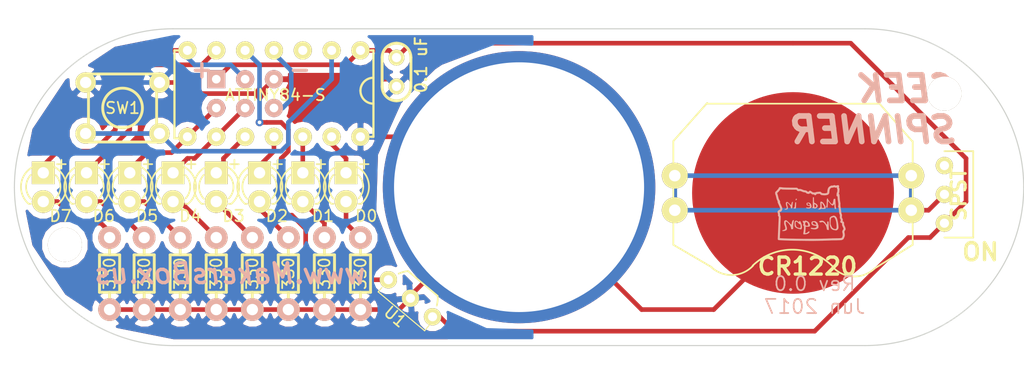
<source format=kicad_pcb>
(kicad_pcb (version 4) (host pcbnew 4.0.4-stable)

  (general
    (links 46)
    (no_connects 0)
    (area 158.699999 68.529999 247.700001 96.570001)
    (thickness 1.6)
    (drawings 25)
    (tracks 143)
    (zones 0)
    (modules 27)
    (nets 23)
  )

  (page USLetter)
  (layers
    (0 F.Cu signal)
    (31 B.Cu signal)
    (34 B.Paste user)
    (35 F.Paste user)
    (36 B.SilkS user)
    (37 F.SilkS user)
    (38 B.Mask user)
    (39 F.Mask user)
    (40 Dwgs.User user)
    (44 Edge.Cuts user)
  )

  (setup
    (last_trace_width 0.4064)
    (user_trace_width 0.254)
    (user_trace_width 0.3048)
    (user_trace_width 0.4064)
    (user_trace_width 0.6096)
    (user_trace_width 2.032)
    (trace_clearance 0.1524)
    (zone_clearance 0.508)
    (zone_45_only no)
    (trace_min 0.1524)
    (segment_width 0.254)
    (edge_width 0.1)
    (via_size 0.6858)
    (via_drill 0.3302)
    (via_min_size 0.6858)
    (via_min_drill 0.3302)
    (user_via 1 0.5)
    (uvia_size 0.762)
    (uvia_drill 0.508)
    (uvias_allowed no)
    (uvia_min_size 0.508)
    (uvia_min_drill 0.127)
    (pcb_text_width 0.3)
    (pcb_text_size 1.5 1.5)
    (mod_edge_width 0.15)
    (mod_text_size 1 1)
    (mod_text_width 0.15)
    (pad_size 1.6 1.6)
    (pad_drill 0.762)
    (pad_to_mask_clearance 0)
    (aux_axis_origin 0 0)
    (grid_origin 210.82 95.25)
    (visible_elements 7FFFFFFF)
    (pcbplotparams
      (layerselection 0x010f0_80000001)
      (usegerberextensions true)
      (excludeedgelayer true)
      (linewidth 0.100000)
      (plotframeref false)
      (viasonmask false)
      (mode 1)
      (useauxorigin false)
      (hpglpennumber 1)
      (hpglpenspeed 20)
      (hpglpendiameter 15)
      (hpglpenoverlay 2)
      (psnegative false)
      (psa4output false)
      (plotreference true)
      (plotvalue true)
      (plotinvisibletext false)
      (padsonsilk false)
      (subtractmaskfromsilk false)
      (outputformat 1)
      (mirror false)
      (drillshape 0)
      (scaleselection 1)
      (outputdirectory gerbers/))
  )

  (net 0 "")
  (net 1 GND)
  (net 2 +BATT)
  (net 3 "Net-(BT1-Pad1)")
  (net 4 "Net-(CON1-Pad1)")
  (net 5 "Net-(CON1-Pad3)")
  (net 6 "Net-(CON1-Pad4)")
  (net 7 "Net-(CON1-Pad5)")
  (net 8 "Net-(D1-Pad1)")
  (net 9 "Net-(D1-Pad2)")
  (net 10 "Net-(D0-Pad2)")
  (net 11 "Net-(D0-Pad1)")
  (net 12 "Net-(D2-Pad2)")
  (net 13 "Net-(D2-Pad1)")
  (net 14 "Net-(D3-Pad2)")
  (net 15 "Net-(D3-Pad1)")
  (net 16 "Net-(D4-Pad1)")
  (net 17 "Net-(D5-Pad1)")
  (net 18 "Net-(D6-Pad1)")
  (net 19 "Net-(D7-Pad2)")
  (net 20 "Net-(D7-Pad1)")
  (net 21 "Net-(IC1-Pad2)")
  (net 22 "Net-(IC1-Pad5)")

  (net_class Default "This is the default net class."
    (clearance 0.1524)
    (trace_width 0.1524)
    (via_dia 0.6858)
    (via_drill 0.3302)
    (uvia_dia 0.762)
    (uvia_drill 0.508)
    (add_net +BATT)
    (add_net GND)
    (add_net "Net-(BT1-Pad1)")
    (add_net "Net-(CON1-Pad1)")
    (add_net "Net-(CON1-Pad3)")
    (add_net "Net-(CON1-Pad4)")
    (add_net "Net-(CON1-Pad5)")
    (add_net "Net-(D0-Pad1)")
    (add_net "Net-(D0-Pad2)")
    (add_net "Net-(D1-Pad1)")
    (add_net "Net-(D1-Pad2)")
    (add_net "Net-(D2-Pad1)")
    (add_net "Net-(D2-Pad2)")
    (add_net "Net-(D3-Pad1)")
    (add_net "Net-(D3-Pad2)")
    (add_net "Net-(D4-Pad1)")
    (add_net "Net-(D5-Pad1)")
    (add_net "Net-(D6-Pad1)")
    (add_net "Net-(D7-Pad1)")
    (add_net "Net-(D7-Pad2)")
    (add_net "Net-(IC1-Pad2)")
    (add_net "Net-(IC1-Pad5)")
  )

  (module Housings_DIP:DIP-14_W7.62mm (layer F.Cu) (tedit 593A1D84) (tstamp 593A05DC)
    (at 189.23 70.485 270)
    (descr "14-lead dip package, row spacing 7.62 mm (300 mils)")
    (tags "dil dip 2.54 300")
    (path /588D45C8)
    (fp_text reference IC1 (at 0 -5.22 270) (layer F.SilkS) hide
      (effects (font (size 1 1) (thickness 0.15)))
    )
    (fp_text value ATTINY84-S (at 3.937 7.493 360) (layer F.SilkS)
      (effects (font (size 1 1) (thickness 0.15)))
    )
    (fp_arc (start 3.556 -1.143) (end 4.699 -1.143) (angle 90) (layer F.SilkS) (width 0.2))
    (fp_arc (start 3.556 -1.143) (end 3.556 0) (angle 90) (layer F.SilkS) (width 0.2))
    (fp_line (start 0 -0.889) (end 0 -1.143) (layer F.SilkS) (width 0.2))
    (fp_line (start 0 -1.143) (end 7.493 -1.143) (layer F.SilkS) (width 0.2))
    (fp_line (start 7.493 -1.143) (end 7.62 -1.143) (layer F.SilkS) (width 0.2))
    (fp_line (start 7.62 -1.143) (end 7.62 -0.889) (layer F.SilkS) (width 0.2))
    (fp_line (start 0 16.383) (end 0 16.002) (layer F.SilkS) (width 0.2))
    (fp_line (start 7.747 16.383) (end 7.747 16.002) (layer F.SilkS) (width 0.2))
    (fp_line (start 0 16.383) (end 7.747 16.383) (layer F.SilkS) (width 0.2))
    (fp_line (start -1.05 -2.45) (end -1.05 17.7) (layer F.CrtYd) (width 0.05))
    (fp_line (start 8.65 -2.45) (end 8.65 17.7) (layer F.CrtYd) (width 0.05))
    (fp_line (start -1.05 -2.45) (end 8.65 -2.45) (layer F.CrtYd) (width 0.05))
    (fp_line (start -1.05 17.7) (end 8.65 17.7) (layer F.CrtYd) (width 0.05))
    (pad 1 thru_hole oval (at 0 0 270) (size 1.6 1.6) (drill 0.8) (layers *.Cu *.Mask F.SilkS)
      (net 2 +BATT))
    (pad 2 thru_hole oval (at 0 2.54 270) (size 1.6 1.6) (drill 0.8) (layers *.Cu *.Mask F.SilkS)
      (net 21 "Net-(IC1-Pad2)"))
    (pad 3 thru_hole oval (at 0 5.08 270) (size 1.6 1.6) (drill 0.8) (layers *.Cu *.Mask F.SilkS))
    (pad 4 thru_hole oval (at 0 7.62 270) (size 1.6 1.6) (drill 0.8) (layers *.Cu *.Mask F.SilkS)
      (net 7 "Net-(CON1-Pad5)"))
    (pad 5 thru_hole oval (at 0 10.16 270) (size 1.6 1.6) (drill 0.8) (layers *.Cu *.Mask F.SilkS)
      (net 22 "Net-(IC1-Pad5)"))
    (pad 6 thru_hole oval (at 0 12.7 270) (size 1.6 1.6) (drill 0.8) (layers *.Cu *.Mask F.SilkS)
      (net 19 "Net-(D7-Pad2)"))
    (pad 7 thru_hole oval (at 0 15.24 270) (size 1.6 1.6) (drill 0.8) (layers *.Cu *.Mask F.SilkS)
      (net 6 "Net-(CON1-Pad4)"))
    (pad 8 thru_hole oval (at 7.62 15.24 270) (size 1.6 1.6) (drill 0.8) (layers *.Cu *.Mask F.SilkS)
      (net 4 "Net-(CON1-Pad1)"))
    (pad 9 thru_hole oval (at 7.62 12.7 270) (size 1.6 1.6) (drill 0.8) (layers *.Cu *.Mask F.SilkS)
      (net 5 "Net-(CON1-Pad3)"))
    (pad 10 thru_hole oval (at 7.62 10.16 270) (size 1.6 1.6) (drill 0.8) (layers *.Cu *.Mask F.SilkS)
      (net 14 "Net-(D3-Pad2)"))
    (pad 11 thru_hole oval (at 7.62 7.62 270) (size 1.6 1.6) (drill 0.8) (layers *.Cu *.Mask F.SilkS)
      (net 12 "Net-(D2-Pad2)"))
    (pad 12 thru_hole oval (at 7.62 5.08 270) (size 1.6 1.6) (drill 0.8) (layers *.Cu *.Mask F.SilkS)
      (net 9 "Net-(D1-Pad2)"))
    (pad 13 thru_hole oval (at 7.62 2.54 270) (size 1.6 1.6) (drill 0.8) (layers *.Cu *.Mask F.SilkS)
      (net 10 "Net-(D0-Pad2)"))
    (pad 14 thru_hole oval (at 7.62 0 270) (size 1.6 1.6) (drill 0.8) (layers *.Cu *.Mask F.SilkS)
      (net 1 GND))
    (model Housings_DIP.3dshapes/DIP-14_W7.62mm.wrl
      (at (xyz 0 0 0))
      (scale (xyz 1 1 1))
      (rotate (xyz 0 0 0))
    )
  )

  (module TO_SOT_Packages_THT:TO-92_Inline_Wide (layer F.Cu) (tedit 5970B905) (tstamp 593A0759)
    (at 195.58 93.98 140)
    (descr "TO-92 leads in-line, wide, drill 0.8mm (see NXP sot054_po.pdf)")
    (tags "to-92 sc-43 sc-43a sot54 PA33 transistor")
    (path /59379E65)
    (fp_text reference U1 (at 2.529479 -2.122485 320) (layer F.SilkS)
      (effects (font (size 1 1) (thickness 0.15)))
    )
    (fp_text value MLX92231 (at 0 3 140) (layer F.Fab)
      (effects (font (size 1 1) (thickness 0.15)))
    )
    (fp_line (start -0.254 -0.762) (end -0.254 -1.397) (layer F.SilkS) (width 0.1))
    (fp_line (start -0.254 -1.397) (end 5.08 -1.397) (layer F.SilkS) (width 0.1))
    (fp_line (start 5.08 -1.397) (end 5.08 -0.889) (layer F.SilkS) (width 0.1))
    (fp_arc (start 2.54 0) (end 0.84 1.7) (angle 20.5) (layer F.SilkS) (width 0.15))
    (fp_arc (start 2.54 0) (end 4.24 1.7) (angle -20.5) (layer F.SilkS) (width 0.15))
    (fp_line (start -1 1.95) (end -1 -2.65) (layer F.CrtYd) (width 0.05))
    (fp_line (start -1 1.95) (end 6.1 1.95) (layer F.CrtYd) (width 0.05))
    (fp_line (start 0.84 1.7) (end 4.24 1.7) (layer F.SilkS) (width 0.15))
    (fp_line (start -1 -2.65) (end 6.1 -2.65) (layer F.CrtYd) (width 0.05))
    (fp_line (start 6.1 1.95) (end 6.1 -2.65) (layer F.CrtYd) (width 0.05))
    (pad 2 thru_hole circle (at 2.54 0 230) (size 1.524 1.524) (drill 0.8) (layers *.Cu *.Mask F.SilkS)
      (net 1 GND))
    (pad 3 thru_hole circle (at 5.08 0 230) (size 1.524 1.524) (drill 0.8) (layers *.Cu *.Mask F.SilkS)
      (net 22 "Net-(IC1-Pad5)"))
    (pad 1 thru_hole circle (at 0 0 230) (size 1.524 1.524) (drill 0.8) (layers *.Cu *.Mask F.SilkS)
      (net 2 +BATT))
    (model TO_SOT_Packages_THT.3dshapes/TO-92_Inline_Wide.wrl
      (at (xyz 0.1 0 0))
      (scale (xyz 1 1 1))
      (rotate (xyz 0 0 -90))
    )
  )

  (module myFootPrints:Lego_Drill (layer F.Cu) (tedit 5938B9BC) (tstamp 5938BA2A)
    (at 240.665 74.295)
    (descr "Through hole pin header")
    (tags "pin header")
    (fp_text reference P2 (at 0 0) (layer F.SilkS) hide
      (effects (font (size 1 1) (thickness 0.15)))
    )
    (fp_text value CONN_01X01 (at 0 -1.27) (layer F.Fab) hide
      (effects (font (size 0.127 0.127) (thickness 0.03175)))
    )
    (pad 1 thru_hole circle (at 0 0) (size 3 3) (drill 3) (layers *.Cu *.Mask F.SilkS))
    (model Pin_Headers.3dshapes/Pin_Header_Straight_1x01.wrl
      (at (xyz 0 0 0))
      (scale (xyz 1 1 1))
      (rotate (xyz 0 0 90))
    )
  )

  (module myFootPrints:Lego_Drill (layer F.Cu) (tedit 5938B9BC) (tstamp 5938B9FE)
    (at 163.195 87.63)
    (descr "Through hole pin header")
    (tags "pin header")
    (fp_text reference P2 (at 0 0) (layer F.SilkS) hide
      (effects (font (size 1 1) (thickness 0.15)))
    )
    (fp_text value CONN_01X01 (at 0 -1.27) (layer F.Fab) hide
      (effects (font (size 0.127 0.127) (thickness 0.03175)))
    )
    (pad 1 thru_hole circle (at 0 0) (size 3 3) (drill 3) (layers *.Cu *.Mask F.SilkS))
    (model Pin_Headers.3dshapes/Pin_Header_Straight_1x01.wrl
      (at (xyz 0 0 0))
      (scale (xyz 1 1 1))
      (rotate (xyz 0 0 90))
    )
  )

  (module myFootPrints:MadeInOregonRev25 (layer F.Cu) (tedit 0) (tstamp 5938C446)
    (at 228.854 84.836)
    (fp_text reference VAL (at 0 0) (layer F.SilkS) hide
      (effects (font (size 1.143 1.143) (thickness 0.1778)))
    )
    (fp_text value MadeInOregonRev25 (at 0 0) (layer F.SilkS) hide
      (effects (font (size 1.143 1.143) (thickness 0.1778)))
    )
    (fp_poly (pts (xy -3.09626 -1.76022) (xy -3.09626 -1.72212) (xy -3.09372 -1.69672) (xy -3.09118 -1.67386)
      (xy -3.0861 -1.65608) (xy -3.07594 -1.63576) (xy -3.0734 -1.62814) (xy -3.0607 -1.6002)
      (xy -3.05054 -1.5748) (xy -3.04038 -1.54432) (xy -3.03022 -1.50876) (xy -3.02006 -1.46304)
      (xy -3.00736 -1.4097) (xy -3.00228 -1.39192) (xy -2.98704 -1.31826) (xy -2.96926 -1.2573)
      (xy -2.95402 -1.20396) (xy -2.9337 -1.15824) (xy -2.91338 -1.1176) (xy -2.91338 -1.74752)
      (xy -2.91338 -1.76276) (xy -2.91084 -1.77546) (xy -2.90322 -1.78816) (xy -2.89052 -1.8034)
      (xy -2.86766 -1.82118) (xy -2.8575 -1.83134) (xy -2.82956 -1.8542) (xy -2.80416 -1.8796)
      (xy -2.78638 -1.90246) (xy -2.77876 -1.91008) (xy -2.76606 -1.92786) (xy -2.74574 -1.95326)
      (xy -2.72034 -1.98374) (xy -2.69494 -2.01422) (xy -2.6924 -2.01676) (xy -2.66954 -2.0447)
      (xy -2.64922 -2.0701) (xy -2.63652 -2.08788) (xy -2.6289 -2.09804) (xy -2.6289 -2.10058)
      (xy -2.62382 -2.10566) (xy -2.60604 -2.10566) (xy -2.58064 -2.10566) (xy -2.55016 -2.10058)
      (xy -2.51968 -2.0955) (xy -2.50952 -2.09296) (xy -2.49682 -2.09042) (xy -2.48412 -2.08534)
      (xy -2.46888 -2.08534) (xy -2.4511 -2.0828) (xy -2.4257 -2.08026) (xy -2.39268 -2.07772)
      (xy -2.35458 -2.07772) (xy -2.30632 -2.07518) (xy -2.2479 -2.07518) (xy -2.17678 -2.07264)
      (xy -2.09296 -2.0701) (xy -2.03962 -2.0701) (xy -1.95326 -2.06756) (xy -1.8669 -2.06756)
      (xy -1.78054 -2.06502) (xy -1.69672 -2.06502) (xy -1.61798 -2.06248) (xy -1.54686 -2.06248)
      (xy -1.48336 -2.06248) (xy -1.4351 -2.06248) (xy -1.4224 -2.06248) (xy -1.22936 -2.06248)
      (xy -1.1684 -2.00152) (xy -1.10744 -1.9431) (xy -1.0668 -1.9431) (xy -1.03886 -1.9431)
      (xy -1.0033 -1.94564) (xy -0.97536 -1.95072) (xy -0.94234 -1.95326) (xy -0.91186 -1.95072)
      (xy -0.87884 -1.94564) (xy -0.8382 -1.93548) (xy -0.79248 -1.9177) (xy -0.7366 -1.89484)
      (xy -0.72136 -1.88976) (xy -0.67818 -1.86944) (xy -0.64516 -1.85674) (xy -0.61722 -1.84912)
      (xy -0.59182 -1.84404) (xy -0.56388 -1.83896) (xy -0.5461 -1.83642) (xy -0.50038 -1.83134)
      (xy -0.46482 -1.82626) (xy -0.43688 -1.81864) (xy -0.41656 -1.80848) (xy -0.39624 -1.79578)
      (xy -0.37592 -1.77546) (xy -0.37338 -1.77292) (xy -0.35052 -1.7526) (xy -0.32512 -1.73482)
      (xy -0.30734 -1.72212) (xy -0.30734 -1.72212) (xy -0.28702 -1.71704) (xy -0.25654 -1.71196)
      (xy -0.22098 -1.70434) (xy -0.18288 -1.7018) (xy -0.14986 -1.69672) (xy -0.12446 -1.69672)
      (xy -0.10922 -1.69926) (xy -0.09652 -1.70688) (xy -0.07366 -1.71958) (xy -0.05334 -1.73736)
      (xy -0.03048 -1.75768) (xy -0.01524 -1.7653) (xy -0.00508 -1.76784) (xy 0 -1.7653)
      (xy 0.01016 -1.75768) (xy 0.03048 -1.74498) (xy 0.05842 -1.7272) (xy 0.0889 -1.70688)
      (xy 0.09652 -1.7018) (xy 0.18288 -1.64846) (xy 0.25908 -1.64592) (xy 0.29464 -1.64338)
      (xy 0.3175 -1.64084) (xy 0.3302 -1.6383) (xy 0.34036 -1.63322) (xy 0.34544 -1.6256)
      (xy 0.34798 -1.62052) (xy 0.3683 -1.59766) (xy 0.39624 -1.58242) (xy 0.42672 -1.5748)
      (xy 0.4318 -1.5748) (xy 0.45974 -1.58242) (xy 0.48768 -1.6002) (xy 0.51562 -1.63068)
      (xy 0.52578 -1.64338) (xy 0.53848 -1.65608) (xy 0.5461 -1.66624) (xy 0.55626 -1.67386)
      (xy 0.56896 -1.68148) (xy 0.58928 -1.68402) (xy 0.61468 -1.6891) (xy 0.65278 -1.69418)
      (xy 0.70104 -1.69672) (xy 0.71628 -1.69926) (xy 0.8255 -1.70942) (xy 0.85598 -1.68148)
      (xy 0.89154 -1.64846) (xy 0.9271 -1.62306) (xy 0.95758 -1.60274) (xy 0.96774 -1.59766)
      (xy 0.9906 -1.59258) (xy 1.02362 -1.5875) (xy 1.0668 -1.58242) (xy 1.11252 -1.57734)
      (xy 1.16332 -1.57226) (xy 1.21158 -1.56972) (xy 1.2573 -1.56972) (xy 1.25984 -1.56972)
      (xy 1.3081 -1.56972) (xy 1.35128 -1.5748) (xy 1.39446 -1.57988) (xy 1.44272 -1.59004)
      (xy 1.48844 -1.6002) (xy 1.52146 -1.61036) (xy 1.54686 -1.62306) (xy 1.56972 -1.63576)
      (xy 1.59258 -1.65608) (xy 1.61798 -1.68148) (xy 1.63576 -1.7018) (xy 1.651 -1.72212)
      (xy 1.65862 -1.74498) (xy 1.66624 -1.77292) (xy 1.67386 -1.80848) (xy 1.6764 -1.85166)
      (xy 1.68148 -1.90246) (xy 1.6891 -1.9812) (xy 1.7018 -2.04978) (xy 1.72212 -2.10566)
      (xy 1.74752 -2.15138) (xy 1.75006 -2.15646) (xy 1.77546 -2.18186) (xy 1.81356 -2.2098)
      (xy 1.82626 -2.21742) (xy 1.8542 -2.23012) (xy 1.87706 -2.24028) (xy 1.89484 -2.24282)
      (xy 1.9177 -2.24282) (xy 1.92024 -2.24282) (xy 1.95834 -2.24282) (xy 2.00152 -2.25044)
      (xy 2.032 -2.25806) (xy 2.0701 -2.27076) (xy 2.09804 -2.27584) (xy 2.11582 -2.27838)
      (xy 2.13106 -2.2733) (xy 2.1463 -2.26822) (xy 2.15392 -2.26314) (xy 2.1844 -2.2479)
      (xy 2.22758 -2.24282) (xy 2.27584 -2.2479) (xy 2.29108 -2.25298) (xy 2.31394 -2.25806)
      (xy 2.33426 -2.26314) (xy 2.34188 -2.26314) (xy 2.34188 -2.25806) (xy 2.34442 -2.23774)
      (xy 2.34442 -2.21488) (xy 2.34442 -2.21234) (xy 2.34442 -2.1844) (xy 2.34696 -2.16408)
      (xy 2.35204 -2.1463) (xy 2.36474 -2.12852) (xy 2.3876 -2.0955) (xy 2.37998 -1.97612)
      (xy 2.37744 -1.9304) (xy 2.37236 -1.89738) (xy 2.36982 -1.87198) (xy 2.36474 -1.8542)
      (xy 2.35966 -1.83896) (xy 2.35204 -1.82372) (xy 2.34696 -1.8161) (xy 2.33172 -1.78562)
      (xy 2.3241 -1.75768) (xy 2.3241 -1.73736) (xy 2.32156 -1.70942) (xy 2.31902 -1.68656)
      (xy 2.31648 -1.67894) (xy 2.31394 -1.66116) (xy 2.30886 -1.63576) (xy 2.30886 -1.60274)
      (xy 2.30886 -1.59004) (xy 2.30886 -1.55702) (xy 2.30886 -1.5367) (xy 2.31394 -1.52146)
      (xy 2.32156 -1.5113) (xy 2.33172 -1.4986) (xy 2.33426 -1.49606) (xy 2.35458 -1.48082)
      (xy 2.3749 -1.4732) (xy 2.37744 -1.47066) (xy 2.3876 -1.47066) (xy 2.39268 -1.46558)
      (xy 2.39776 -1.45034) (xy 2.4003 -1.42494) (xy 2.40284 -1.39192) (xy 2.40538 -1.35382)
      (xy 2.40538 -1.33096) (xy 2.40792 -1.28778) (xy 2.413 -1.2319) (xy 2.42062 -1.16078)
      (xy 2.43332 -1.07442) (xy 2.4511 -0.97536) (xy 2.4511 -0.96774) (xy 2.45872 -0.92456)
      (xy 2.4638 -0.88392) (xy 2.46888 -0.85344) (xy 2.47142 -0.83058) (xy 2.47396 -0.82296)
      (xy 2.47396 -0.81026) (xy 2.47142 -0.7874) (xy 2.47142 -0.75692) (xy 2.46888 -0.72644)
      (xy 2.46888 -0.69342) (xy 2.46634 -0.66294) (xy 2.4638 -0.64262) (xy 2.46126 -0.635)
      (xy 2.4511 -0.6096) (xy 2.44856 -0.57912) (xy 2.4511 -0.54864) (xy 2.46126 -0.52324)
      (xy 2.4765 -0.51054) (xy 2.48412 -0.49784) (xy 2.49174 -0.47244) (xy 2.5019 -0.4318)
      (xy 2.50952 -0.37592) (xy 2.51968 -0.30734) (xy 2.5273 -0.2286) (xy 2.53238 -0.16764)
      (xy 2.53746 -0.1143) (xy 2.54254 -0.0635) (xy 2.54762 -0.02032) (xy 2.5527 0.01524)
      (xy 2.55524 0.04064) (xy 2.55778 0.05334) (xy 2.56794 0.07366) (xy 2.5781 0.1016)
      (xy 2.58826 0.127) (xy 2.59588 0.14732) (xy 2.6035 0.16256) (xy 2.60604 0.18034)
      (xy 2.60858 0.20066) (xy 2.60858 0.22606) (xy 2.60604 0.25908) (xy 2.6035 0.3048)
      (xy 2.6035 0.32512) (xy 2.60096 0.37084) (xy 2.60096 0.4064) (xy 2.60604 0.43434)
      (xy 2.61366 0.45974) (xy 2.62636 0.48768) (xy 2.64668 0.5207) (xy 2.66446 0.5588)
      (xy 2.67462 0.58674) (xy 2.6797 0.61468) (xy 2.67462 0.64262) (xy 2.66446 0.68072)
      (xy 2.65938 0.69088) (xy 2.64668 0.72898) (xy 2.63906 0.75946) (xy 2.63906 0.77978)
      (xy 2.6416 0.79756) (xy 2.64922 0.8128) (xy 2.64922 0.81534) (xy 2.66446 0.83058)
      (xy 2.68986 0.84836) (xy 2.72034 0.86614) (xy 2.75336 0.87884) (xy 2.77368 0.88646)
      (xy 2.794 0.89154) (xy 2.794 0.98044) (xy 2.794 1.07188) (xy 2.82448 1.13538)
      (xy 2.8575 1.20396) (xy 2.8829 1.26238) (xy 2.90322 1.31064) (xy 2.91592 1.3462)
      (xy 2.921 1.36652) (xy 2.92354 1.3843) (xy 2.92354 1.39954) (xy 2.91592 1.41478)
      (xy 2.90068 1.4351) (xy 2.90068 1.43764) (xy 2.87274 1.47828) (xy 2.84988 1.51638)
      (xy 2.8321 1.5621) (xy 2.82448 1.59004) (xy 2.80924 1.64338) (xy 2.8321 1.74244)
      (xy 2.84734 1.80848) (xy 2.85496 1.86182) (xy 2.86004 1.90754) (xy 2.86004 1.94818)
      (xy 2.85242 1.98628) (xy 2.84226 2.02438) (xy 2.84226 2.02438) (xy 2.82702 2.06756)
      (xy 2.81432 2.10566) (xy 2.79908 2.13868) (xy 2.78892 2.16154) (xy 2.77876 2.1717)
      (xy 2.77876 2.17424) (xy 2.7686 2.17678) (xy 2.74828 2.1844) (xy 2.74066 2.18948)
      (xy 2.7178 2.1971) (xy 2.68224 2.20472) (xy 2.63398 2.2098) (xy 2.57302 2.21234)
      (xy 2.49682 2.21488) (xy 2.40792 2.21742) (xy 2.30632 2.21742) (xy 2.29616 2.21742)
      (xy 2.24028 2.21996) (xy 2.17424 2.21996) (xy 2.10058 2.2225) (xy 2.02184 2.2225)
      (xy 1.9431 2.22504) (xy 1.86944 2.23012) (xy 1.84912 2.23012) (xy 1.6129 2.23774)
      (xy 1.38684 2.2479) (xy 1.16332 2.25298) (xy 0.9398 2.25806) (xy 0.71882 2.26314)
      (xy 0.4953 2.26568) (xy 0.26924 2.26822) (xy 0.03556 2.26822) (xy -0.2032 2.26822)
      (xy -0.45466 2.26822) (xy -0.71628 2.26568) (xy -0.84836 2.26314) (xy -1.03378 2.2606)
      (xy -1.20396 2.25806) (xy -1.36144 2.25552) (xy -1.50622 2.25298) (xy -1.64084 2.25044)
      (xy -1.7653 2.2479) (xy -1.88214 2.24536) (xy -1.98882 2.24282) (xy -2.08788 2.23774)
      (xy -2.17932 2.2352) (xy -2.26822 2.23266) (xy -2.35204 2.22758) (xy -2.39776 2.22504)
      (xy -2.46126 2.2225) (xy -2.51968 2.21742) (xy -2.57302 2.21488) (xy -2.61874 2.21234)
      (xy -2.65176 2.2098) (xy -2.67462 2.2098) (xy -2.68732 2.2098) (xy -2.68732 2.2098)
      (xy -2.68732 2.20218) (xy -2.68478 2.17932) (xy -2.68478 2.1463) (xy -2.68224 2.09804)
      (xy -2.6797 2.03962) (xy -2.67716 1.97104) (xy -2.67208 1.8923) (xy -2.66954 1.80594)
      (xy -2.66446 1.70942) (xy -2.65938 1.60782) (xy -2.65684 1.50114) (xy -2.65176 1.38684)
      (xy -2.64414 1.27) (xy -2.64414 1.25476) (xy -2.63906 1.11506) (xy -2.63398 0.98806)
      (xy -2.6289 0.87376) (xy -2.62382 0.77216) (xy -2.61874 0.68326) (xy -2.6162 0.60452)
      (xy -2.61366 0.53848) (xy -2.61112 0.47752) (xy -2.61112 0.42926) (xy -2.61112 0.38608)
      (xy -2.61112 0.35306) (xy -2.61112 0.32258) (xy -2.61112 0.29972) (xy -2.61366 0.28194)
      (xy -2.6162 0.2667) (xy -2.61874 0.25654) (xy -2.62128 0.24638) (xy -2.62636 0.23876)
      (xy -2.63144 0.23368) (xy -2.63652 0.22606) (xy -2.6416 0.21844) (xy -2.6543 0.2032)
      (xy -2.66192 0.18796) (xy -2.66446 0.17272) (xy -2.66192 0.14732) (xy -2.66192 0.13716)
      (xy -2.66192 0.1016) (xy -2.66446 0.06858) (xy -2.67462 0.02794) (xy -2.67462 0.0254)
      (xy -2.68732 -0.01778) (xy -2.69494 -0.04826) (xy -2.69748 -0.07112) (xy -2.69748 -0.08382)
      (xy -2.69494 -0.09398) (xy -2.68732 -0.09906) (xy -2.68732 -0.1016) (xy -2.66954 -0.10668)
      (xy -2.64668 -0.1143) (xy -2.63652 -0.1143) (xy -2.60858 -0.12192) (xy -2.58572 -0.13208)
      (xy -2.5654 -0.14732) (xy -2.54762 -0.17018) (xy -2.52476 -0.20574) (xy -2.50698 -0.2413)
      (xy -2.4638 -0.3302) (xy -2.47142 -0.40894) (xy -2.4765 -0.43942) (xy -2.48158 -0.46736)
      (xy -2.4892 -0.49276) (xy -2.49682 -0.5207) (xy -2.50952 -0.55626) (xy -2.52984 -0.59944)
      (xy -2.53492 -0.61214) (xy -2.55524 -0.66294) (xy -2.5781 -0.71374) (xy -2.60096 -0.76708)
      (xy -2.62128 -0.8128) (xy -2.63144 -0.83058) (xy -2.64668 -0.86868) (xy -2.65938 -0.89662)
      (xy -2.667 -0.91694) (xy -2.66954 -0.92964) (xy -2.667 -0.9398) (xy -2.667 -0.94996)
      (xy -2.65938 -0.97536) (xy -2.65938 -1.00584) (xy -2.66954 -1.03886) (xy -2.68732 -1.0795)
      (xy -2.71272 -1.12776) (xy -2.71526 -1.1303) (xy -2.73812 -1.17094) (xy -2.75844 -1.2065)
      (xy -2.77368 -1.23698) (xy -2.78384 -1.26746) (xy -2.79654 -1.30048) (xy -2.8067 -1.34112)
      (xy -2.81686 -1.38684) (xy -2.82702 -1.43256) (xy -2.84226 -1.49606) (xy -2.85496 -1.54686)
      (xy -2.86512 -1.5875) (xy -2.87528 -1.62052) (xy -2.88544 -1.64846) (xy -2.89306 -1.67132)
      (xy -2.90068 -1.68148) (xy -2.9083 -1.70942) (xy -2.91338 -1.7399) (xy -2.91338 -1.74752)
      (xy -2.91338 -1.1176) (xy -2.91084 -1.11506) (xy -2.90576 -1.09982) (xy -2.88798 -1.07188)
      (xy -2.87782 -1.04902) (xy -2.87274 -1.03632) (xy -2.87274 -1.02616) (xy -2.87782 -1.016)
      (xy -2.88036 -0.99822) (xy -2.8829 -0.98044) (xy -2.87782 -0.95758) (xy -2.8702 -0.92964)
      (xy -2.85496 -0.89408) (xy -2.83464 -0.84582) (xy -2.8194 -0.81534) (xy -2.78384 -0.73406)
      (xy -2.74828 -0.65786) (xy -2.72034 -0.58928) (xy -2.69494 -0.52832) (xy -2.67462 -0.47752)
      (xy -2.66192 -0.43688) (xy -2.6543 -0.40894) (xy -2.6543 -0.4064) (xy -2.64922 -0.37846)
      (xy -2.65176 -0.36068) (xy -2.65684 -0.34036) (xy -2.66446 -0.32766) (xy -2.67462 -0.30734)
      (xy -2.68732 -0.29464) (xy -2.70256 -0.28702) (xy -2.72542 -0.28194) (xy -2.73812 -0.2794)
      (xy -2.75336 -0.27686) (xy -2.77114 -0.2667) (xy -2.78892 -0.25146) (xy -2.81686 -0.22606)
      (xy -2.82448 -0.2159) (xy -2.84988 -0.1905) (xy -2.86766 -0.17272) (xy -2.87782 -0.16002)
      (xy -2.8829 -0.14732) (xy -2.8829 -0.13208) (xy -2.8829 -0.12192) (xy -2.88036 -0.06858)
      (xy -2.86766 -0.00762) (xy -2.85242 0.05588) (xy -2.8448 0.08382) (xy -2.84226 0.10668)
      (xy -2.84226 0.12954) (xy -2.8448 0.16002) (xy -2.84734 0.1651) (xy -2.84988 0.19812)
      (xy -2.84988 0.22606) (xy -2.84226 0.24892) (xy -2.82448 0.27686) (xy -2.8067 0.29972)
      (xy -2.78384 0.32766) (xy -2.82702 1.3081) (xy -2.8321 1.42748) (xy -2.83718 1.54432)
      (xy -2.84226 1.65608) (xy -2.84734 1.76276) (xy -2.84988 1.86182) (xy -2.85496 1.95326)
      (xy -2.8575 2.03708) (xy -2.86004 2.11074) (xy -2.86258 2.17424) (xy -2.86512 2.22758)
      (xy -2.86512 2.26822) (xy -2.86512 2.29616) (xy -2.86512 2.3114) (xy -2.86512 2.3114)
      (xy -2.85496 2.3368) (xy -2.83464 2.35966) (xy -2.81178 2.3749) (xy -2.8067 2.37744)
      (xy -2.794 2.37998) (xy -2.76606 2.38252) (xy -2.72796 2.38506) (xy -2.6797 2.39014)
      (xy -2.62128 2.39268) (xy -2.55778 2.39776) (xy -2.48412 2.4003) (xy -2.40792 2.40538)
      (xy -2.32664 2.40792) (xy -2.24536 2.413) (xy -2.16154 2.41554) (xy -2.08026 2.41808)
      (xy -1.99898 2.42062) (xy -1.92278 2.42316) (xy -1.85166 2.4257) (xy -1.80848 2.42824)
      (xy -1.74752 2.42824) (xy -1.67386 2.43078) (xy -1.59004 2.43078) (xy -1.4986 2.43332)
      (xy -1.397 2.43586) (xy -1.29032 2.43586) (xy -1.1811 2.4384) (xy -1.0668 2.4384)
      (xy -0.95504 2.44094) (xy -0.84582 2.44348) (xy -0.80264 2.44348) (xy -0.70104 2.44348)
      (xy -0.59944 2.44602) (xy -0.50038 2.44602) (xy -0.40386 2.44856) (xy -0.31496 2.44856)
      (xy -0.23114 2.44856) (xy -0.15748 2.4511) (xy -0.09398 2.4511) (xy -0.04064 2.4511)
      (xy 0 2.4511) (xy 0.02286 2.4511) (xy 0.05842 2.4511) (xy 0.10922 2.4511)
      (xy 0.17018 2.4511) (xy 0.2413 2.4511) (xy 0.3175 2.4511) (xy 0.39878 2.44856)
      (xy 0.4826 2.44856) (xy 0.56642 2.44602) (xy 0.60198 2.44602) (xy 0.75692 2.44348)
      (xy 0.90678 2.4384) (xy 1.0541 2.43586) (xy 1.1938 2.43078) (xy 1.32588 2.42824)
      (xy 1.45034 2.42316) (xy 1.56464 2.42062) (xy 1.66624 2.41808) (xy 1.7526 2.413)
      (xy 1.77038 2.413) (xy 1.82626 2.41046) (xy 1.8923 2.40792) (xy 1.96342 2.40792)
      (xy 2.03454 2.40538) (xy 2.10312 2.40538) (xy 2.12852 2.40538) (xy 2.19456 2.40538)
      (xy 2.26822 2.40284) (xy 2.3495 2.40284) (xy 2.42824 2.39776) (xy 2.50444 2.39522)
      (xy 2.54254 2.39522) (xy 2.75844 2.38252) (xy 2.82956 2.3495) (xy 2.86258 2.33172)
      (xy 2.88798 2.31902) (xy 2.90576 2.30632) (xy 2.91084 2.30124) (xy 2.92608 2.28092)
      (xy 2.94132 2.25044) (xy 2.96164 2.2098) (xy 2.97942 2.16662) (xy 2.9972 2.12344)
      (xy 3.01244 2.08534) (xy 3.02514 2.0447) (xy 3.03276 2.01168) (xy 3.03784 1.98628)
      (xy 3.04038 1.9558) (xy 3.04038 1.93548) (xy 3.0353 1.86182) (xy 3.0226 1.778)
      (xy 3.00736 1.70434) (xy 2.99974 1.66878) (xy 2.99974 1.64084) (xy 3.00736 1.61036)
      (xy 3.0226 1.57734) (xy 3.04546 1.53924) (xy 3.0607 1.52146) (xy 3.08356 1.4859)
      (xy 3.0988 1.4605) (xy 3.10642 1.4351) (xy 3.10896 1.4097) (xy 3.10642 1.37668)
      (xy 3.0988 1.33858) (xy 3.09118 1.3081) (xy 3.07848 1.26746) (xy 3.0607 1.22174)
      (xy 3.04038 1.1684) (xy 3.01498 1.1176) (xy 2.99466 1.07442) (xy 2.98704 1.05664)
      (xy 2.97942 1.0414) (xy 2.97688 1.02362) (xy 2.97434 1.0033) (xy 2.97434 0.97282)
      (xy 2.97434 0.93218) (xy 2.97434 0.9271) (xy 2.9718 0.87884) (xy 2.96926 0.8382)
      (xy 2.96418 0.81026) (xy 2.95148 0.7874) (xy 2.9337 0.76708) (xy 2.90576 0.7493)
      (xy 2.86766 0.72898) (xy 2.84734 0.71882) (xy 2.84734 0.7112) (xy 2.84988 0.69342)
      (xy 2.85496 0.66802) (xy 2.8575 0.6604) (xy 2.86258 0.61468) (xy 2.86258 0.5842)
      (xy 2.86258 0.57658) (xy 2.84988 0.5334) (xy 2.82956 0.48768) (xy 2.8067 0.44196)
      (xy 2.79908 0.42926) (xy 2.79146 0.41656) (xy 2.78638 0.40386) (xy 2.7813 0.38862)
      (xy 2.7813 0.37084) (xy 2.7813 0.34798) (xy 2.7813 0.3175) (xy 2.78638 0.27432)
      (xy 2.79146 0.22098) (xy 2.79146 0.21844) (xy 2.79146 0.19304) (xy 2.79146 0.16764)
      (xy 2.78384 0.1397) (xy 2.77622 0.11176) (xy 2.76352 0.07874) (xy 2.75336 0.04826)
      (xy 2.7432 0.0254) (xy 2.74066 0.02032) (xy 2.73558 0.00762) (xy 2.7305 -0.0127)
      (xy 2.72796 -0.04064) (xy 2.72288 -0.07874) (xy 2.7178 -0.12954) (xy 2.71272 -0.1905)
      (xy 2.7051 -0.25908) (xy 2.69748 -0.32512) (xy 2.68986 -0.38862) (xy 2.6797 -0.44958)
      (xy 2.67208 -0.50292) (xy 2.66446 -0.5461) (xy 2.6543 -0.57658) (xy 2.65176 -0.58674)
      (xy 2.65176 -0.60452) (xy 2.6543 -0.6223) (xy 2.65684 -0.6477) (xy 2.65176 -0.68326)
      (xy 2.65176 -0.68326) (xy 2.64668 -0.71628) (xy 2.64922 -0.75184) (xy 2.65176 -0.76962)
      (xy 2.6543 -0.79248) (xy 2.65684 -0.8128) (xy 2.6543 -0.83566) (xy 2.65176 -0.8636)
      (xy 2.64414 -0.90424) (xy 2.6416 -0.91948) (xy 2.62382 -1.01346) (xy 2.61112 -1.09982)
      (xy 2.60096 -1.1811) (xy 2.59334 -1.26238) (xy 2.58572 -1.35128) (xy 2.58064 -1.42748)
      (xy 2.5781 -1.49352) (xy 2.57302 -1.54432) (xy 2.57048 -1.58496) (xy 2.5654 -1.61544)
      (xy 2.56286 -1.6383) (xy 2.55524 -1.65608) (xy 2.54762 -1.66878) (xy 2.53746 -1.6764)
      (xy 2.52984 -1.68402) (xy 2.51714 -1.69418) (xy 2.51206 -1.70688) (xy 2.5146 -1.72466)
      (xy 2.52222 -1.75006) (xy 2.53238 -1.77546) (xy 2.53238 -1.77546) (xy 2.54 -1.78816)
      (xy 2.54254 -1.79832) (xy 2.54762 -1.81102) (xy 2.55016 -1.8288) (xy 2.5527 -1.85166)
      (xy 2.55524 -1.88214) (xy 2.55778 -1.92532) (xy 2.56286 -1.97866) (xy 2.56286 -2.0066)
      (xy 2.57302 -2.159) (xy 2.54762 -2.18948) (xy 2.52222 -2.21996) (xy 2.52984 -2.29616)
      (xy 2.53238 -2.34442) (xy 2.53238 -2.37998) (xy 2.52984 -2.40538) (xy 2.51968 -2.4257)
      (xy 2.50698 -2.44094) (xy 2.50444 -2.44348) (xy 2.4892 -2.45618) (xy 2.47142 -2.46126)
      (xy 2.44856 -2.4638) (xy 2.42062 -2.4638) (xy 2.38252 -2.45618) (xy 2.33172 -2.44602)
      (xy 2.32664 -2.44348) (xy 2.2352 -2.42316) (xy 2.19964 -2.44348) (xy 2.17424 -2.45618)
      (xy 2.15138 -2.4638) (xy 2.12344 -2.4638) (xy 2.09296 -2.45872) (xy 2.04978 -2.4511)
      (xy 2.0193 -2.44348) (xy 1.98374 -2.43332) (xy 1.9558 -2.4257) (xy 1.93802 -2.42316)
      (xy 1.92024 -2.4257) (xy 1.90754 -2.42824) (xy 1.88722 -2.43078) (xy 1.86944 -2.43078)
      (xy 1.84912 -2.42824) (xy 1.82372 -2.41808) (xy 1.79324 -2.40284) (xy 1.76022 -2.38506)
      (xy 1.71958 -2.3622) (xy 1.6891 -2.34442) (xy 1.66624 -2.32664) (xy 1.64846 -2.3114)
      (xy 1.63068 -2.29362) (xy 1.6129 -2.27076) (xy 1.59258 -2.2479) (xy 1.57734 -2.22504)
      (xy 1.56718 -2.20472) (xy 1.55702 -2.17932) (xy 1.54432 -2.1463) (xy 1.53162 -2.10312)
      (xy 1.52908 -2.09296) (xy 1.51638 -2.0447) (xy 1.50876 -2.00406) (xy 1.50368 -1.96596)
      (xy 1.4986 -1.92278) (xy 1.4986 -1.90754) (xy 1.49606 -1.86182) (xy 1.49352 -1.8288)
      (xy 1.4859 -1.80594) (xy 1.4732 -1.7907) (xy 1.45288 -1.778) (xy 1.4224 -1.77038)
      (xy 1.39446 -1.76276) (xy 1.3335 -1.7526) (xy 1.26238 -1.74752) (xy 1.18364 -1.75006)
      (xy 1.10998 -1.75768) (xy 1.03124 -1.7653) (xy 0.9652 -1.82372) (xy 0.9398 -1.84912)
      (xy 0.9144 -1.8669) (xy 0.89408 -1.88214) (xy 0.88392 -1.88722) (xy 0.86868 -1.88722)
      (xy 0.84328 -1.88722) (xy 0.80518 -1.88722) (xy 0.762 -1.88214) (xy 0.7112 -1.8796)
      (xy 0.6604 -1.87452) (xy 0.6096 -1.86944) (xy 0.56642 -1.86436) (xy 0.52324 -1.85674)
      (xy 0.49276 -1.85166) (xy 0.47244 -1.8415) (xy 0.45974 -1.83642) (xy 0.44958 -1.8288)
      (xy 0.43942 -1.82372) (xy 0.42418 -1.82118) (xy 0.40386 -1.82118) (xy 0.37592 -1.82118)
      (xy 0.33782 -1.82118) (xy 0.23622 -1.82372) (xy 0.13208 -1.8923) (xy 0.09398 -1.9177)
      (xy 0.06096 -1.93802) (xy 0.03302 -1.9558) (xy 0.0127 -1.96596) (xy 0.00508 -1.97104)
      (xy -0.02286 -1.97866) (xy -0.04826 -1.97358) (xy -0.07874 -1.95834) (xy -0.1143 -1.92786)
      (xy -0.11684 -1.92532) (xy -0.1397 -1.905) (xy -0.15748 -1.8923) (xy -0.17272 -1.88468)
      (xy -0.18796 -1.88214) (xy -0.19304 -1.88214) (xy -0.21082 -1.88468) (xy -0.22352 -1.88722)
      (xy -0.2413 -1.89992) (xy -0.26162 -1.9177) (xy -0.27178 -1.92786) (xy -0.30226 -1.95326)
      (xy -0.33528 -1.97358) (xy -0.37338 -1.98882) (xy -0.41656 -1.99898) (xy -0.47244 -2.00914)
      (xy -0.50038 -2.01168) (xy -0.53848 -2.01676) (xy -0.56896 -2.02438) (xy -0.59944 -2.03454)
      (xy -0.635 -2.04724) (xy -0.66548 -2.05994) (xy -0.70866 -2.07772) (xy -0.75692 -2.0955)
      (xy -0.80264 -2.11074) (xy -0.83058 -2.11836) (xy -0.86868 -2.12598) (xy -0.89662 -2.1336)
      (xy -0.91948 -2.1336) (xy -0.94234 -2.1336) (xy -0.97282 -2.13106) (xy -1.03378 -2.12344)
      (xy -1.0922 -2.17678) (xy -1.12776 -2.2098) (xy -1.1557 -2.23012) (xy -1.17348 -2.2352)
      (xy -1.18618 -2.23774) (xy -1.21412 -2.23774) (xy -1.24968 -2.24028) (xy -1.2954 -2.24028)
      (xy -1.3462 -2.24028) (xy -1.40208 -2.24028) (xy -1.40462 -2.24028) (xy -1.48844 -2.24028)
      (xy -1.57734 -2.24282) (xy -1.66878 -2.24282) (xy -1.76022 -2.24282) (xy -1.85166 -2.24536)
      (xy -1.94056 -2.2479) (xy -2.02438 -2.2479) (xy -2.10566 -2.25044) (xy -2.18186 -2.25298)
      (xy -2.25044 -2.25552) (xy -2.30886 -2.25806) (xy -2.35966 -2.2606) (xy -2.39776 -2.26314)
      (xy -2.42316 -2.26568) (xy -2.43586 -2.26822) (xy -2.45364 -2.27076) (xy -2.48666 -2.27584)
      (xy -2.52476 -2.28092) (xy -2.5654 -2.28346) (xy -2.58572 -2.286) (xy -2.63144 -2.28854)
      (xy -2.66446 -2.29108) (xy -2.68732 -2.29108) (xy -2.7051 -2.29108) (xy -2.7178 -2.28854)
      (xy -2.72796 -2.28346) (xy -2.7305 -2.28092) (xy -2.7559 -2.2606) (xy -2.77876 -2.22758)
      (xy -2.78892 -2.19202) (xy -2.79654 -2.17678) (xy -2.81178 -2.15392) (xy -2.8321 -2.13106)
      (xy -2.83718 -2.12344) (xy -2.86258 -2.09296) (xy -2.88544 -2.06502) (xy -2.90576 -2.04216)
      (xy -2.9083 -2.03708) (xy -2.92354 -2.0193) (xy -2.94894 -1.9939) (xy -2.97688 -1.96596)
      (xy -3.00482 -1.93802) (xy -3.03276 -1.91262) (xy -3.05816 -1.88976) (xy -3.07594 -1.87198)
      (xy -3.0861 -1.85928) (xy -3.0861 -1.85928) (xy -3.09118 -1.8415) (xy -3.09626 -1.81102)
      (xy -3.09626 -1.77038) (xy -3.09626 -1.76022) (xy -3.09626 -1.76022)) (layer B.SilkS) (width 0.00254))
    (fp_poly (pts (xy -0.67056 0.70358) (xy -0.67056 0.72136) (xy -0.66802 0.72644) (xy -0.66548 0.74676)
      (xy -0.65532 0.7747) (xy -0.64262 0.80772) (xy -0.63246 0.83312) (xy -0.61468 0.8763)
      (xy -0.60198 0.90932) (xy -0.59436 0.93218) (xy -0.59182 0.94996) (xy -0.5969 0.9652)
      (xy -0.60198 0.9779) (xy -0.61722 0.99568) (xy -0.63246 1.01092) (xy -0.64516 1.02362)
      (xy -0.6477 1.03632) (xy -0.64262 1.05156) (xy -0.62484 1.07188) (xy -0.6223 1.07696)
      (xy -0.59944 1.10236) (xy -0.5842 1.12522) (xy -0.57404 1.14554) (xy -0.56896 1.17348)
      (xy -0.56388 1.2065) (xy -0.56134 1.24968) (xy -0.56134 1.26238) (xy -0.56134 1.31572)
      (xy -0.56134 1.36652) (xy -0.56642 1.41986) (xy -0.5715 1.47828) (xy -0.58166 1.54686)
      (xy -0.59182 1.62306) (xy -0.59944 1.66116) (xy -0.60706 1.71704) (xy -0.61468 1.76022)
      (xy -0.61722 1.79324) (xy -0.61976 1.8161) (xy -0.61722 1.83388) (xy -0.61468 1.84658)
      (xy -0.6096 1.85674) (xy -0.6096 1.85928) (xy -0.60198 1.8669) (xy -0.59436 1.86944)
      (xy -0.58166 1.87198) (xy -0.56134 1.87452) (xy -0.53086 1.87452) (xy -0.51308 1.87452)
      (xy -0.47752 1.87452) (xy -0.45974 1.87198) (xy -0.45974 0.94234) (xy -0.45212 0.89662)
      (xy -0.43688 0.85344) (xy -0.41402 0.81788) (xy -0.40894 0.81026) (xy -0.38354 0.79502)
      (xy -0.35306 0.79248) (xy -0.32258 0.8001) (xy -0.2921 0.81788) (xy -0.26162 0.84582)
      (xy -0.23622 0.87884) (xy -0.21844 0.91948) (xy -0.21336 0.92964) (xy -0.20828 0.9525)
      (xy -0.2032 0.98044) (xy -0.19812 1.01092) (xy -0.19304 1.0414) (xy -0.1905 1.06934)
      (xy -0.18796 1.08712) (xy -0.1905 1.09728) (xy -0.20066 1.09982) (xy -0.22098 1.1049)
      (xy -0.24892 1.10998) (xy -0.2794 1.11252) (xy -0.30734 1.11506) (xy -0.3302 1.1176)
      (xy -0.34036 1.1176) (xy -0.36322 1.10998) (xy -0.38862 1.09474) (xy -0.39878 1.08458)
      (xy -0.4191 1.06172) (xy -0.43688 1.03886) (xy -0.44196 1.02616) (xy -0.4572 0.98806)
      (xy -0.45974 0.94234) (xy -0.45974 1.87198) (xy -0.4445 1.87198) (xy -0.42164 1.87198)
      (xy -0.41148 1.86944) (xy -0.37338 1.86182) (xy -0.3302 1.85166) (xy -0.28448 1.83642)
      (xy -0.24384 1.82372) (xy -0.21336 1.80848) (xy -0.20828 1.80848) (xy -0.17018 1.78562)
      (xy -0.13462 1.75768) (xy -0.10414 1.7272) (xy -0.08382 1.69926) (xy -0.07112 1.67386)
      (xy -0.07112 1.651) (xy -0.07112 1.651) (xy -0.08382 1.63068) (xy -0.10414 1.6129)
      (xy -0.12446 1.60528) (xy -0.12446 1.60528) (xy -0.1397 1.6129) (xy -0.16256 1.62814)
      (xy -0.19558 1.65608) (xy -0.20066 1.65862) (xy -0.24384 1.69672) (xy -0.28702 1.72466)
      (xy -0.3302 1.74498) (xy -0.37084 1.75768) (xy -0.40386 1.76276) (xy -0.4318 1.75514)
      (xy -0.43942 1.75006) (xy -0.44958 1.74244) (xy -0.45212 1.73482) (xy -0.45212 1.71958)
      (xy -0.44704 1.69672) (xy -0.4445 1.69418) (xy -0.44196 1.67386) (xy -0.43688 1.64338)
      (xy -0.4318 1.60274) (xy -0.42926 1.55194) (xy -0.42418 1.4859) (xy -0.4191 1.4097)
      (xy -0.41402 1.31826) (xy -0.41148 1.29286) (xy -0.4064 1.20142) (xy -0.27178 1.20142)
      (xy -0.21336 1.20142) (xy -0.17018 1.20142) (xy -0.13462 1.19888) (xy -0.10668 1.19126)
      (xy -0.08636 1.18364) (xy -0.06858 1.1684) (xy -0.0508 1.15316) (xy -0.04572 1.14808)
      (xy -0.03048 1.12776) (xy -0.0254 1.11506) (xy -0.0254 1.09474) (xy -0.02794 1.08458)
      (xy -0.04318 0.99822) (xy -0.06858 0.92202) (xy -0.1016 0.85598) (xy -0.14224 0.8001)
      (xy -0.1524 0.78994) (xy -0.18796 0.75692) (xy -0.22352 0.73406) (xy -0.26416 0.71374)
      (xy -0.29718 0.70104) (xy -0.3302 0.68834) (xy -0.36322 0.6731) (xy -0.37846 0.66548)
      (xy -0.4191 0.64262) (xy -0.44704 0.66548) (xy -0.4699 0.68326) (xy -0.49022 0.69596)
      (xy -0.51308 0.6985) (xy -0.54102 0.69596) (xy -0.57404 0.69088) (xy -0.60706 0.68326)
      (xy -0.62992 0.68326) (xy -0.64516 0.68326) (xy -0.65532 0.6858) (xy -0.66802 0.69342)
      (xy -0.67056 0.70358) (xy -0.67056 0.70358)) (layer B.SilkS) (width 0.00254))
    (fp_poly (pts (xy -2.47904 1.55448) (xy -2.47142 1.56464) (xy -2.47142 1.56718) (xy -2.45364 1.5748)
      (xy -2.4257 1.57988) (xy -2.39014 1.58242) (xy -2.3495 1.57988) (xy -2.30886 1.57734)
      (xy -2.29108 1.57226) (xy -2.24536 1.5621) (xy -2.1971 1.54686) (xy -2.15392 1.52654)
      (xy -2.11836 1.50622) (xy -2.0955 1.49098) (xy -2.08026 1.47828) (xy -2.07264 1.46558)
      (xy -2.06756 1.44526) (xy -2.06248 1.41986) (xy -2.05994 1.41224) (xy -2.0574 1.35636)
      (xy -2.06248 1.30048) (xy -2.07518 1.23698) (xy -2.09804 1.16586) (xy -2.10312 1.14808)
      (xy -2.13106 1.0668) (xy -2.15138 0.99568) (xy -2.16408 0.93218) (xy -2.16916 0.87376)
      (xy -2.16916 0.86614) (xy -2.16662 0.81788) (xy -2.159 0.77978) (xy -2.1463 0.75692)
      (xy -2.12598 0.74676) (xy -2.10058 0.75184) (xy -2.0955 0.75184) (xy -2.07772 0.76454)
      (xy -2.04978 0.78486) (xy -2.0193 0.81026) (xy -1.98628 0.8382) (xy -1.95326 0.86868)
      (xy -1.92278 0.89662) (xy -1.91516 0.90678) (xy -1.8415 0.99314) (xy -1.78308 1.08458)
      (xy -1.73736 1.17602) (xy -1.70688 1.27) (xy -1.69672 1.3335) (xy -1.69164 1.36398)
      (xy -1.68402 1.39192) (xy -1.6764 1.4097) (xy -1.6764 1.4097) (xy -1.66878 1.41986)
      (xy -1.66116 1.4224) (xy -1.64592 1.42494) (xy -1.62306 1.4224) (xy -1.59258 1.41732)
      (xy -1.55702 1.41224) (xy -1.51892 1.40462) (xy -1.51384 1.32334) (xy -1.5113 1.28016)
      (xy -1.5113 1.22936) (xy -1.50876 1.1811) (xy -1.50876 1.16078) (xy -1.50876 1.11252)
      (xy -1.50622 1.06426) (xy -1.50114 1.016) (xy -1.49606 0.96266) (xy -1.4859 0.89916)
      (xy -1.47574 0.82804) (xy -1.46812 0.78232) (xy -1.4605 0.7366) (xy -1.45542 0.69596)
      (xy -1.45034 0.6604) (xy -1.4478 0.63754) (xy -1.4478 0.62484) (xy -1.4478 0.6223)
      (xy -1.45796 0.61468) (xy -1.47574 0.61214) (xy -1.50114 0.61722) (xy -1.52654 0.62992)
      (xy -1.54686 0.64516) (xy -1.56464 0.66548) (xy -1.57988 0.69342) (xy -1.59512 0.73152)
      (xy -1.61036 0.77978) (xy -1.62306 0.84328) (xy -1.6256 0.84836) (xy -1.6383 0.9017)
      (xy -1.64592 0.94488) (xy -1.65608 0.97536) (xy -1.66116 0.99568) (xy -1.66624 1.00838)
      (xy -1.67132 1.01346) (xy -1.6764 1.016) (xy -1.6764 1.016) (xy -1.68402 1.01092)
      (xy -1.7018 0.99568) (xy -1.7272 0.97536) (xy -1.75768 0.94742) (xy -1.79324 0.9144)
      (xy -1.83134 0.8763) (xy -1.83388 0.87376) (xy -1.89992 0.81026) (xy -1.9558 0.75946)
      (xy -2.00152 0.71628) (xy -2.04216 0.68326) (xy -2.07772 0.65786) (xy -2.10566 0.64008)
      (xy -2.13106 0.62992) (xy -2.15392 0.62484) (xy -2.17678 0.62738) (xy -2.19964 0.63246)
      (xy -2.2225 0.64516) (xy -2.24282 0.65786) (xy -2.26822 0.67564) (xy -2.286 0.69342)
      (xy -2.29616 0.71882) (xy -2.30378 0.7493) (xy -2.30632 0.78994) (xy -2.30886 0.83566)
      (xy -2.30632 0.90424) (xy -2.30124 0.96266) (xy -2.28854 1.01346) (xy -2.27076 1.0668)
      (xy -2.26314 1.08712) (xy -2.24028 1.14808) (xy -2.2225 1.20904) (xy -2.21234 1.26746)
      (xy -2.20472 1.3208) (xy -2.20726 1.36906) (xy -2.21234 1.39954) (xy -2.21996 1.41732)
      (xy -2.23266 1.43256) (xy -2.25298 1.4478) (xy -2.28092 1.4605) (xy -2.31902 1.47574)
      (xy -2.3622 1.49098) (xy -2.39776 1.50368) (xy -2.42824 1.51638) (xy -2.45364 1.52908)
      (xy -2.4638 1.5367) (xy -2.4765 1.54686) (xy -2.47904 1.55448) (xy -2.47904 1.55448)) (layer B.SilkS) (width 0.00254))
    (fp_poly (pts (xy 1.69672 0.45974) (xy 1.69672 0.49784) (xy 1.69672 0.54356) (xy 1.69926 0.59944)
      (xy 1.7018 0.65786) (xy 1.7018 0.72136) (xy 1.70434 0.78486) (xy 1.70688 0.84836)
      (xy 1.70942 0.90678) (xy 1.71196 0.96012) (xy 1.7145 1.0033) (xy 1.71704 1.03886)
      (xy 1.71958 1.05664) (xy 1.7272 1.11252) (xy 1.74244 1.16332) (xy 1.7526 1.19634)
      (xy 1.76784 1.22936) (xy 1.78054 1.26238) (xy 1.78562 1.27762) (xy 1.78562 0.90424)
      (xy 1.78562 0.86614) (xy 1.78816 0.81788) (xy 1.78816 0.77978) (xy 1.7907 0.70358)
      (xy 1.79578 0.63754) (xy 1.80086 0.5842) (xy 1.80848 0.54102) (xy 1.8161 0.50292)
      (xy 1.8288 0.47244) (xy 1.83642 0.4572) (xy 1.85674 0.42418) (xy 1.8796 0.40386)
      (xy 1.91262 0.39116) (xy 1.95326 0.38862) (xy 1.95326 0.38862) (xy 1.9812 0.38862)
      (xy 1.99898 0.38354) (xy 2.01168 0.37592) (xy 2.01676 0.37084) (xy 2.03708 0.35306)
      (xy 2.05994 0.35052) (xy 2.0828 0.36068) (xy 2.11074 0.38354) (xy 2.11836 0.39116)
      (xy 2.15646 0.43942) (xy 2.19202 0.50038) (xy 2.2225 0.57404) (xy 2.25044 0.65532)
      (xy 2.2733 0.74676) (xy 2.286 0.80772) (xy 2.29362 0.86614) (xy 2.30124 0.92964)
      (xy 2.30632 0.99568) (xy 2.3114 1.06172) (xy 2.31394 1.12522) (xy 2.31648 1.18364)
      (xy 2.31648 1.23698) (xy 2.31394 1.28016) (xy 2.30886 1.31064) (xy 2.30886 1.31572)
      (xy 2.29362 1.34874) (xy 2.26822 1.37922) (xy 2.24028 1.39954) (xy 2.22758 1.40208)
      (xy 2.20726 1.40716) (xy 2.19202 1.4097) (xy 2.17424 1.4097) (xy 2.15138 1.40716)
      (xy 2.14376 1.40462) (xy 2.09296 1.38938) (xy 2.03962 1.36398) (xy 1.98882 1.3335)
      (xy 1.94564 1.29794) (xy 1.91008 1.25984) (xy 1.90246 1.24968) (xy 1.88976 1.22682)
      (xy 1.87452 1.1938) (xy 1.85674 1.15316) (xy 1.83896 1.10998) (xy 1.82118 1.0668)
      (xy 1.80594 1.02616) (xy 1.79578 0.99568) (xy 1.79578 0.99314) (xy 1.79324 0.97536)
      (xy 1.78816 0.95504) (xy 1.78816 0.93218) (xy 1.78562 0.90424) (xy 1.78562 1.27762)
      (xy 1.7907 1.29286) (xy 1.79324 1.29794) (xy 1.81356 1.33096) (xy 1.84404 1.36906)
      (xy 1.88468 1.40462) (xy 1.93294 1.44018) (xy 1.94818 1.4478) (xy 1.9685 1.4605)
      (xy 1.98882 1.47066) (xy 2.00914 1.47828) (xy 2.032 1.4859) (xy 2.06248 1.49098)
      (xy 2.10058 1.4986) (xy 2.15138 1.50876) (xy 2.159 1.50876) (xy 2.20726 1.51638)
      (xy 2.24028 1.52146) (xy 2.26822 1.524) (xy 2.28854 1.52146) (xy 2.30632 1.51892)
      (xy 2.3241 1.5113) (xy 2.32918 1.50876) (xy 2.3622 1.48844) (xy 2.39776 1.4605)
      (xy 2.42824 1.42748) (xy 2.4511 1.39446) (xy 2.45364 1.38938) (xy 2.46634 1.36398)
      (xy 2.47396 1.33604) (xy 2.47904 1.3081) (xy 2.48158 1.27254) (xy 2.48158 1.2319)
      (xy 2.47904 1.18364) (xy 2.47396 1.12522) (xy 2.46634 1.05664) (xy 2.45618 0.97536)
      (xy 2.44856 0.92964) (xy 2.43332 0.81788) (xy 2.413 0.71882) (xy 2.39522 0.62992)
      (xy 2.3749 0.55626) (xy 2.35458 0.49022) (xy 2.32918 0.43434) (xy 2.30378 0.38354)
      (xy 2.27584 0.3429) (xy 2.25044 0.31242) (xy 2.20472 0.27178) (xy 2.15392 0.24384)
      (xy 2.09804 0.2286) (xy 2.0447 0.22352) (xy 2.01676 0.22606) (xy 1.99898 0.23114)
      (xy 1.9812 0.2413) (xy 1.9812 0.24384) (xy 1.9558 0.25908) (xy 1.92024 0.2667)
      (xy 1.91262 0.26924) (xy 1.87706 0.27432) (xy 1.84404 0.28956) (xy 1.81102 0.31242)
      (xy 1.77292 0.34544) (xy 1.75006 0.3683) (xy 1.72466 0.3937) (xy 1.70942 0.41148)
      (xy 1.7018 0.42672) (xy 1.69672 0.43942) (xy 1.69672 0.45466) (xy 1.69672 0.45974)
      (xy 1.69672 0.45974)) (layer B.SilkS) (width 0.00254))
    (fp_poly (pts (xy 0.77978 0.74168) (xy 0.7874 0.75946) (xy 0.8001 0.7747) (xy 0.83566 0.80264)
      (xy 0.87376 0.81788) (xy 0.91948 0.82042) (xy 0.97028 0.81026) (xy 0.98298 0.80772)
      (xy 1.0287 0.79502) (xy 1.07188 0.79248) (xy 1.10998 0.80264) (xy 1.15062 0.8255)
      (xy 1.1938 0.86106) (xy 1.22428 0.889) (xy 1.28778 0.96266) (xy 1.33858 1.03378)
      (xy 1.37922 1.10998) (xy 1.4097 1.18872) (xy 1.43256 1.27762) (xy 1.44526 1.34366)
      (xy 1.45288 1.39446) (xy 1.4605 1.43002) (xy 1.46812 1.45542) (xy 1.47574 1.46812)
      (xy 1.48336 1.4732) (xy 1.49352 1.47574) (xy 1.51638 1.47828) (xy 1.54686 1.48336)
      (xy 1.56464 1.48336) (xy 1.6383 1.48844) (xy 1.63322 1.45034) (xy 1.63068 1.4351)
      (xy 1.63068 1.40462) (xy 1.62814 1.36398) (xy 1.6256 1.31572) (xy 1.6256 1.2573)
      (xy 1.62306 1.19634) (xy 1.62052 1.1303) (xy 1.62052 1.10998) (xy 1.62052 1.04394)
      (xy 1.61798 0.98044) (xy 1.61544 0.92456) (xy 1.6129 0.87376) (xy 1.61036 0.83312)
      (xy 1.61036 0.80264) (xy 1.60782 0.78486) (xy 1.60782 0.78232) (xy 1.59512 0.7493)
      (xy 1.57734 0.73152) (xy 1.55702 0.72644) (xy 1.5367 0.73406) (xy 1.52146 0.74422)
      (xy 1.50114 0.76962) (xy 1.49098 0.79502) (xy 1.48844 0.82296) (xy 1.49098 0.84582)
      (xy 1.49098 0.87122) (xy 1.49098 0.9017) (xy 1.48844 0.93218) (xy 1.4859 0.9652)
      (xy 1.48082 0.9906) (xy 1.47574 1.00838) (xy 1.47066 1.016) (xy 1.45796 1.01092)
      (xy 1.44018 0.99568) (xy 1.41986 0.97536) (xy 1.39446 0.94996) (xy 1.37414 0.92456)
      (xy 1.35382 0.89916) (xy 1.34112 0.88138) (xy 1.34112 0.87884) (xy 1.31826 0.84074)
      (xy 1.28778 0.80264) (xy 1.24714 0.76454) (xy 1.20142 0.72898) (xy 1.1557 0.6985)
      (xy 1.11252 0.67818) (xy 1.1049 0.67564) (xy 1.06426 0.66802) (xy 1.016 0.66548)
      (xy 0.96012 0.67056) (xy 0.9017 0.68072) (xy 0.87884 0.68834) (xy 0.83312 0.70104)
      (xy 0.80264 0.71374) (xy 0.78486 0.72644) (xy 0.77978 0.74168) (xy 0.77978 0.74168)) (layer B.SilkS) (width 0.00254))
    (fp_poly (pts (xy 0.0381 1.34112) (xy 0.0381 1.35636) (xy 0.04572 1.36652) (xy 0.0635 1.37922)
      (xy 0.06604 1.38176) (xy 0.1016 1.39446) (xy 0.14732 1.40716) (xy 0.20066 1.41732)
      (xy 0.25908 1.42494) (xy 0.32004 1.43002) (xy 0.381 1.43256) (xy 0.43688 1.43002)
      (xy 0.4826 1.42494) (xy 0.49784 1.4224) (xy 0.55626 1.40462) (xy 0.6096 1.37922)
      (xy 0.65532 1.34874) (xy 0.68834 1.31572) (xy 0.70358 1.29032) (xy 0.7112 1.26746)
      (xy 0.71374 1.23444) (xy 0.71628 1.20142) (xy 0.71882 1.16332) (xy 0.71628 1.12522)
      (xy 0.71374 1.0922) (xy 0.70866 1.0668) (xy 0.70104 1.04902) (xy 0.69342 1.04648)
      (xy 0.68834 1.03886) (xy 0.68072 1.02362) (xy 0.67564 1.00076) (xy 0.6731 0.98044)
      (xy 0.6731 0.97028) (xy 0.66802 0.94996) (xy 0.65786 0.91948) (xy 0.64008 0.889)
      (xy 0.6223 0.85598) (xy 0.60198 0.83058) (xy 0.59944 0.83058) (xy 0.57658 0.80772)
      (xy 0.5461 0.78232) (xy 0.508 0.75692) (xy 0.47244 0.73406) (xy 0.43942 0.71882)
      (xy 0.42672 0.71374) (xy 0.4064 0.7112) (xy 0.37846 0.7112) (xy 0.3429 0.7112)
      (xy 0.32004 0.71374) (xy 0.2667 0.71628) (xy 0.22606 0.72136) (xy 0.19558 0.72644)
      (xy 0.17272 0.7366) (xy 0.15494 0.74676) (xy 0.14732 0.75438) (xy 0.11938 0.78486)
      (xy 0.10414 0.82042) (xy 0.09906 0.8636) (xy 0.09906 0.88392) (xy 0.10668 0.94488)
      (xy 0.127 0.99314) (xy 0.15748 1.03124) (xy 0.19558 1.06172) (xy 0.19558 0.85598)
      (xy 0.20828 0.83312) (xy 0.23114 0.8128) (xy 0.26162 0.8001) (xy 0.29718 0.79248)
      (xy 0.33782 0.79502) (xy 0.35306 0.8001) (xy 0.38608 0.81534) (xy 0.4191 0.84328)
      (xy 0.45212 0.87884) (xy 0.4826 0.92202) (xy 0.50546 0.96774) (xy 0.508 0.9779)
      (xy 0.51562 1.0033) (xy 0.51816 1.02108) (xy 0.51308 1.03378) (xy 0.50038 1.0414)
      (xy 0.47498 1.0414) (xy 0.43942 1.03632) (xy 0.39116 1.02616) (xy 0.3683 1.02362)
      (xy 0.33528 1.01346) (xy 0.3048 1.0033) (xy 0.28194 0.99568) (xy 0.27432 0.9906)
      (xy 0.254 0.97282) (xy 0.23368 0.94742) (xy 0.21336 0.91948) (xy 0.20066 0.89408)
      (xy 0.19812 0.88392) (xy 0.19558 0.85598) (xy 0.19558 1.06172) (xy 0.19812 1.06172)
      (xy 0.2286 1.07442) (xy 0.24892 1.08204) (xy 0.26924 1.08966) (xy 0.28956 1.09474)
      (xy 0.3175 1.09982) (xy 0.35306 1.10744) (xy 0.39878 1.11506) (xy 0.41656 1.1176)
      (xy 0.4699 1.12776) (xy 0.51054 1.13792) (xy 0.53848 1.15316) (xy 0.55372 1.1684)
      (xy 0.55626 1.18872) (xy 0.54864 1.21158) (xy 0.54864 1.21412) (xy 0.52578 1.2446)
      (xy 0.49022 1.27254) (xy 0.4445 1.29794) (xy 0.39624 1.31318) (xy 0.34036 1.3208)
      (xy 0.27686 1.3208) (xy 0.2032 1.31064) (xy 0.18796 1.3081) (xy 0.14986 1.30048)
      (xy 0.12446 1.2954) (xy 0.10668 1.2954) (xy 0.09398 1.2954) (xy 0.08128 1.29794)
      (xy 0.06858 1.30556) (xy 0.0508 1.31572) (xy 0.04064 1.33096) (xy 0.0381 1.34112)
      (xy 0.0381 1.34112)) (layer B.SilkS) (width 0.00254))
    (fp_poly (pts (xy -1.38938 0.9398) (xy -1.38684 0.9906) (xy -1.38684 1.03886) (xy -1.3843 1.08458)
      (xy -1.38176 1.12522) (xy -1.37668 1.1557) (xy -1.37414 1.1684) (xy -1.36144 1.19634)
      (xy -1.33096 1.2319) (xy -1.31826 1.2446) (xy -1.29794 1.26238) (xy -1.29794 0.9017)
      (xy -1.29794 0.85598) (xy -1.2954 0.82042) (xy -1.29286 0.81788) (xy -1.28016 0.78994)
      (xy -1.26238 0.76708) (xy -1.23952 0.75184) (xy -1.22174 0.74676) (xy -1.2065 0.75184)
      (xy -1.18618 0.762) (xy -1.16078 0.77978) (xy -1.16078 0.77978) (xy -1.13792 0.8001)
      (xy -1.10998 0.82296) (xy -1.08204 0.8509) (xy -1.05156 0.87884) (xy -1.02616 0.90678)
      (xy -1.00584 0.92964) (xy -0.9906 0.94996) (xy -0.98552 0.96012) (xy -0.98298 0.97028)
      (xy -0.96774 0.9779) (xy -0.94234 0.98044) (xy -0.92456 0.98044) (xy -0.88646 0.98298)
      (xy -0.8763 1.016) (xy -0.87122 1.03632) (xy -0.86614 1.06934) (xy -0.86106 1.1049)
      (xy -0.85852 1.12268) (xy -0.85598 1.17348) (xy -0.85598 1.2192) (xy -0.86106 1.25476)
      (xy -0.86868 1.2827) (xy -0.87884 1.29286) (xy -0.9017 1.30556) (xy -0.93218 1.31064)
      (xy -0.97536 1.3081) (xy -1.02616 1.29794) (xy -1.06934 1.28778) (xy -1.12522 1.26746)
      (xy -1.1684 1.24714) (xy -1.20396 1.2192) (xy -1.22936 1.18618) (xy -1.25222 1.14554)
      (xy -1.26492 1.10744) (xy -1.27762 1.05918) (xy -1.28778 1.00584) (xy -1.2954 0.9525)
      (xy -1.29794 0.9017) (xy -1.29794 1.26238) (xy -1.27508 1.2827) (xy -1.22174 1.31572)
      (xy -1.15824 1.3462) (xy -1.08458 1.3716) (xy -0.99822 1.397) (xy -0.9271 1.41224)
      (xy -0.889 1.41986) (xy -0.85598 1.42748) (xy -0.83058 1.43256) (xy -0.81534 1.4351)
      (xy -0.8128 1.4351) (xy -0.80264 1.42748) (xy -0.78994 1.41478) (xy -0.77724 1.39954)
      (xy -0.75692 1.36906) (xy -0.74422 1.3335) (xy -0.7366 1.29286) (xy -0.73152 1.24206)
      (xy -0.73152 1.22174) (xy -0.7366 1.14046) (xy -0.74676 1.06426) (xy -0.76454 0.9906)
      (xy -0.79248 0.9144) (xy -0.8255 0.84074) (xy -0.84074 0.80772) (xy -0.85598 0.77724)
      (xy -0.86614 0.75438) (xy -0.87122 0.74168) (xy -0.88138 0.7239) (xy -0.90424 0.7112)
      (xy -0.92964 0.70612) (xy -0.9525 0.7112) (xy -0.97282 0.72136) (xy -0.97282 0.72136)
      (xy -0.98044 0.7366) (xy -0.98552 0.75692) (xy -0.98552 0.75946) (xy -0.9906 0.77978)
      (xy -1.0033 0.78994) (xy -1.01854 0.78486) (xy -1.04394 0.76962) (xy -1.04648 0.76708)
      (xy -1.1049 0.7239) (xy -1.1557 0.69342) (xy -1.20142 0.6731) (xy -1.24206 0.66548)
      (xy -1.27762 0.66802) (xy -1.31318 0.68326) (xy -1.32334 0.68834) (xy -1.3462 0.70866)
      (xy -1.36144 0.7366) (xy -1.37414 0.77216) (xy -1.38176 0.82042) (xy -1.38684 0.85344)
      (xy -1.38684 0.89408) (xy -1.38938 0.9398) (xy -1.38938 0.9398)) (layer B.SilkS) (width 0.00254))
    (fp_poly (pts (xy -2.27076 -0.31496) (xy -2.26568 -0.30734) (xy -2.2606 -0.30226) (xy -2.24028 -0.29972)
      (xy -2.21234 -0.29972) (xy -2.17678 -0.30226) (xy -2.14122 -0.3048) (xy -2.1209 -0.30988)
      (xy -2.08026 -0.32258) (xy -2.04216 -0.34036) (xy -2.00914 -0.35814) (xy -1.99136 -0.37338)
      (xy -1.98374 -0.38354) (xy -1.97866 -0.39624) (xy -1.97612 -0.41656) (xy -1.97612 -0.44704)
      (xy -1.97612 -0.4572) (xy -1.97866 -0.49784) (xy -1.9812 -0.52832) (xy -1.98882 -0.5588)
      (xy -1.99898 -0.58166) (xy -2.0193 -0.6477) (xy -2.03708 -0.70866) (xy -2.04724 -0.762)
      (xy -2.05486 -0.81026) (xy -2.05232 -0.8509) (xy -2.04724 -0.87884) (xy -2.03454 -0.89662)
      (xy -2.02946 -0.89916) (xy -2.01422 -0.89916) (xy -1.9939 -0.89154) (xy -1.9685 -0.87376)
      (xy -1.93548 -0.84582) (xy -1.90754 -0.82042) (xy -1.83896 -0.7493) (xy -1.78816 -0.67564)
      (xy -1.74752 -0.60452) (xy -1.72212 -0.52832) (xy -1.7145 -0.48768) (xy -1.70688 -0.45212)
      (xy -1.7018 -0.42926) (xy -1.69164 -0.41656) (xy -1.6764 -0.41148) (xy -1.651 -0.41402)
      (xy -1.6256 -0.4191) (xy -1.58496 -0.42672) (xy -1.58242 -0.508) (xy -1.57734 -0.65024)
      (xy -1.55956 -0.80264) (xy -1.5494 -0.86868) (xy -1.54432 -0.90678) (xy -1.53924 -0.94234)
      (xy -1.53416 -0.96774) (xy -1.53162 -0.98298) (xy -1.53162 -0.98552) (xy -1.5367 -0.99314)
      (xy -1.55194 -0.99314) (xy -1.5748 -0.9906) (xy -1.59258 -0.98298) (xy -1.60528 -0.97282)
      (xy -1.61544 -0.96266) (xy -1.6256 -0.94488) (xy -1.63576 -0.91948) (xy -1.64592 -0.88392)
      (xy -1.65862 -0.83566) (xy -1.66116 -0.82042) (xy -1.67132 -0.78232) (xy -1.67894 -0.7493)
      (xy -1.68656 -0.7239) (xy -1.69418 -0.7112) (xy -1.69418 -0.70866) (xy -1.7018 -0.7112)
      (xy -1.71958 -0.7239) (xy -1.75006 -0.7493) (xy -1.78816 -0.78232) (xy -1.8161 -0.81026)
      (xy -1.87198 -0.8636) (xy -1.9177 -0.90424) (xy -1.95326 -0.93726) (xy -1.98374 -0.96012)
      (xy -2.00914 -0.97536) (xy -2.02692 -0.98298) (xy -2.04216 -0.98552) (xy -2.07518 -0.98044)
      (xy -2.1082 -0.96266) (xy -2.1336 -0.9398) (xy -2.14122 -0.92964) (xy -2.1463 -0.91948)
      (xy -2.15138 -0.90678) (xy -2.15138 -0.889) (xy -2.15138 -0.8636) (xy -2.15138 -0.8255)
      (xy -2.14884 -0.81788) (xy -2.14884 -0.77724) (xy -2.1463 -0.74676) (xy -2.14122 -0.72136)
      (xy -2.13614 -0.6985) (xy -2.12598 -0.6731) (xy -2.1209 -0.65278) (xy -2.09804 -0.59436)
      (xy -2.08534 -0.53848) (xy -2.07772 -0.49022) (xy -2.07772 -0.44958) (xy -2.08534 -0.42418)
      (xy -2.10058 -0.40386) (xy -2.13106 -0.38354) (xy -2.17678 -0.3683) (xy -2.21488 -0.3556)
      (xy -2.24536 -0.34036) (xy -2.26314 -0.32766) (xy -2.27076 -0.31496) (xy -2.27076 -0.31496)) (layer B.SilkS) (width 0.00254))
    (fp_poly (pts (xy 0.6985 -0.33528) (xy 0.6985 -0.32766) (xy 0.70866 -0.32258) (xy 0.73152 -0.32258)
      (xy 0.762 -0.32258) (xy 0.8001 -0.32512) (xy 0.84074 -0.33274) (xy 0.8509 -0.33274)
      (xy 0.89408 -0.3429) (xy 0.93726 -0.35814) (xy 0.96266 -0.3683) (xy 0.98806 -0.37846)
      (xy 0.9906 -0.381) (xy 0.9906 -0.77724) (xy 0.9906 -0.81534) (xy 0.9906 -0.84328)
      (xy 0.99314 -0.86106) (xy 0.99568 -0.87376) (xy 0.99822 -0.88138) (xy 1.0033 -0.88646)
      (xy 1.01092 -0.89408) (xy 1.01854 -0.89408) (xy 1.0287 -0.88392) (xy 1.04394 -0.86868)
      (xy 1.06426 -0.84328) (xy 1.08458 -0.8128) (xy 1.10236 -0.78486) (xy 1.1176 -0.75692)
      (xy 1.13792 -0.71882) (xy 1.15824 -0.68326) (xy 1.1684 -0.66548) (xy 1.1938 -0.6223)
      (xy 1.20904 -0.58928) (xy 1.2192 -0.56134) (xy 1.22428 -0.53594) (xy 1.22428 -0.51054)
      (xy 1.22428 -0.508) (xy 1.22174 -0.48768) (xy 1.21412 -0.47498) (xy 1.19888 -0.46482)
      (xy 1.17602 -0.45974) (xy 1.143 -0.4572) (xy 1.1049 -0.45466) (xy 1.0668 -0.4572)
      (xy 1.03886 -0.4572) (xy 1.02362 -0.46228) (xy 1.016 -0.46736) (xy 1.00838 -0.48514)
      (xy 1.0033 -0.51562) (xy 0.99822 -0.56388) (xy 0.99314 -0.62484) (xy 0.9906 -0.70104)
      (xy 0.9906 -0.72644) (xy 0.9906 -0.77724) (xy 0.9906 -0.381) (xy 1.00584 -0.38608)
      (xy 1.01854 -0.38608) (xy 1.0287 -0.38354) (xy 1.05664 -0.37338) (xy 1.08712 -0.37084)
      (xy 1.12776 -0.3683) (xy 1.17602 -0.37084) (xy 1.19888 -0.37338) (xy 1.25222 -0.37846)
      (xy 1.29032 -0.38354) (xy 1.31572 -0.39116) (xy 1.33604 -0.40386) (xy 1.3462 -0.4191)
      (xy 1.35128 -0.43942) (xy 1.35128 -0.4699) (xy 1.35128 -0.48006) (xy 1.35128 -0.51562)
      (xy 1.3462 -0.54864) (xy 1.33604 -0.58166) (xy 1.3208 -0.61722) (xy 1.30048 -0.6604)
      (xy 1.27254 -0.70866) (xy 1.24968 -0.74422) (xy 1.22936 -0.77724) (xy 1.20904 -0.81026)
      (xy 1.19126 -0.84074) (xy 1.18618 -0.84582) (xy 1.16078 -0.88646) (xy 1.12268 -0.92456)
      (xy 1.08204 -0.96012) (xy 1.04394 -0.98806) (xy 1.03124 -0.99568) (xy 0.98806 -1.01092)
      (xy 0.9525 -1.016) (xy 0.91948 -1.00838) (xy 0.89662 -0.98806) (xy 0.88138 -0.96012)
      (xy 0.87884 -0.94742) (xy 0.8763 -0.92964) (xy 0.8763 -0.9017) (xy 0.87884 -0.8636)
      (xy 0.88138 -0.81788) (xy 0.88392 -0.76708) (xy 0.88392 -0.75184) (xy 0.88646 -0.68834)
      (xy 0.889 -0.63754) (xy 0.889 -0.59944) (xy 0.889 -0.56896) (xy 0.88392 -0.5461)
      (xy 0.87884 -0.53086) (xy 0.87122 -0.5207) (xy 0.8636 -0.51054) (xy 0.84836 -0.49276)
      (xy 0.83566 -0.4699) (xy 0.83566 -0.4699) (xy 0.8255 -0.44704) (xy 0.80518 -0.42418)
      (xy 0.77978 -0.40386) (xy 0.75438 -0.39116) (xy 0.74422 -0.38862) (xy 0.73152 -0.381)
      (xy 0.71628 -0.36576) (xy 0.70612 -0.34798) (xy 0.6985 -0.33528) (xy 0.6985 -0.33528)) (layer B.SilkS) (width 0.00254))
    (fp_poly (pts (xy 1.39954 -0.5207) (xy 1.40208 -0.508) (xy 1.40208 -0.50546) (xy 1.41224 -0.50292)
      (xy 1.4351 -0.50038) (xy 1.4605 -0.4953) (xy 1.46304 -0.4953) (xy 1.51384 -0.49022)
      (xy 1.51892 -0.53848) (xy 1.52146 -0.5588) (xy 1.524 -0.59182) (xy 1.52654 -0.635)
      (xy 1.53162 -0.68326) (xy 1.53416 -0.73914) (xy 1.53924 -0.79502) (xy 1.54432 -0.86614)
      (xy 1.5494 -0.92456) (xy 1.55448 -0.97028) (xy 1.55956 -1.00584) (xy 1.5621 -1.03124)
      (xy 1.56718 -1.04648) (xy 1.57226 -1.0541) (xy 1.57734 -1.05664) (xy 1.57988 -1.05664)
      (xy 1.5875 -1.04902) (xy 1.6002 -1.03378) (xy 1.62052 -1.00838) (xy 1.64592 -0.97536)
      (xy 1.67386 -0.9398) (xy 1.67894 -0.93472) (xy 1.7272 -0.87122) (xy 1.77038 -0.81788)
      (xy 1.80594 -0.77724) (xy 1.83896 -0.74422) (xy 1.86436 -0.72136) (xy 1.88976 -0.70612)
      (xy 1.905 -0.6985) (xy 1.92786 -0.68834) (xy 1.94564 -0.68072) (xy 1.95072 -0.67564)
      (xy 1.96596 -0.66802) (xy 1.98628 -0.66548) (xy 2.0066 -0.6731) (xy 2.01422 -0.67818)
      (xy 2.02438 -0.69088) (xy 2.03708 -0.7112) (xy 2.05486 -0.7366) (xy 2.05486 -0.7366)
      (xy 2.07518 -0.76708) (xy 2.09042 -0.78232) (xy 2.09804 -0.78486) (xy 2.10312 -0.78486)
      (xy 2.1082 -0.77978) (xy 2.11074 -0.77216) (xy 2.11328 -0.75946) (xy 2.11582 -0.73914)
      (xy 2.1209 -0.70866) (xy 2.12344 -0.66802) (xy 2.12598 -0.61722) (xy 2.12852 -0.56388)
      (xy 2.1336 -0.49784) (xy 2.13868 -0.44704) (xy 2.14376 -0.40894) (xy 2.14884 -0.38608)
      (xy 2.15392 -0.37592) (xy 2.16662 -0.37084) (xy 2.18948 -0.36576) (xy 2.21488 -0.36576)
      (xy 2.23774 -0.36576) (xy 2.25806 -0.37084) (xy 2.27076 -0.381) (xy 2.27584 -0.39624)
      (xy 2.2733 -0.42164) (xy 2.26568 -0.44958) (xy 2.25806 -0.47752) (xy 2.25044 -0.50546)
      (xy 2.24536 -0.53594) (xy 2.24028 -0.56896) (xy 2.23774 -0.6096) (xy 2.23266 -0.65532)
      (xy 2.23012 -0.70866) (xy 2.22758 -0.7747) (xy 2.2225 -0.8509) (xy 2.21996 -0.9398)
      (xy 2.21996 -0.98298) (xy 2.21488 -1.0541) (xy 2.21234 -1.10998) (xy 2.2098 -1.1557)
      (xy 2.20726 -1.18872) (xy 2.20218 -1.21666) (xy 2.19964 -1.23444) (xy 2.19202 -1.24714)
      (xy 2.1844 -1.25476) (xy 2.1844 -1.25476) (xy 2.16916 -1.26238) (xy 2.14376 -1.26238)
      (xy 2.11836 -1.26238) (xy 2.09296 -1.2573) (xy 2.09042 -1.25476) (xy 2.07264 -1.24714)
      (xy 2.05994 -1.2319) (xy 2.04978 -1.20904) (xy 2.04216 -1.17348) (xy 2.03454 -1.13792)
      (xy 2.0193 -1.04394) (xy 2.00152 -0.96266) (xy 1.98628 -0.89662) (xy 1.9685 -0.84582)
      (xy 1.95072 -0.81026) (xy 1.9431 -0.79756) (xy 1.93294 -0.7874) (xy 1.92024 -0.7874)
      (xy 1.905 -0.79248) (xy 1.88722 -0.80264) (xy 1.85928 -0.8255) (xy 1.8288 -0.85852)
      (xy 1.79324 -0.89408) (xy 1.75514 -0.93726) (xy 1.71704 -0.98044) (xy 1.68148 -1.02616)
      (xy 1.64846 -1.07188) (xy 1.61798 -1.11252) (xy 1.59512 -1.14808) (xy 1.57734 -1.17602)
      (xy 1.57226 -1.1938) (xy 1.55956 -1.23698) (xy 1.54432 -1.27) (xy 1.524 -1.28778)
      (xy 1.50368 -1.29032) (xy 1.49606 -1.29032) (xy 1.48336 -1.28016) (xy 1.4732 -1.26492)
      (xy 1.46558 -1.23952) (xy 1.45796 -1.20396) (xy 1.45288 -1.15824) (xy 1.45034 -1.09982)
      (xy 1.45034 -1.0287) (xy 1.45034 -0.98552) (xy 1.4478 -0.89916) (xy 1.44526 -0.82804)
      (xy 1.44018 -0.76708) (xy 1.4351 -0.71374) (xy 1.42748 -0.67056) (xy 1.41986 -0.64262)
      (xy 1.4097 -0.6096) (xy 1.40208 -0.57404) (xy 1.39954 -0.54356) (xy 1.39954 -0.5207)
      (xy 1.39954 -0.5207)) (layer B.SilkS) (width 0.00254))
    (fp_poly (pts (xy -1.4859 -0.44704) (xy -1.47574 -0.43688) (xy -1.45542 -0.42418) (xy -1.43002 -0.41402)
      (xy -1.40462 -0.40386) (xy -1.38176 -0.40132) (xy -1.35382 -0.40132) (xy -1.3208 -0.40386)
      (xy -1.31318 -0.40386) (xy -1.29032 -0.41148) (xy -1.27508 -0.42164) (xy -1.27 -0.42418)
      (xy -1.27 -0.43434) (xy -1.26746 -0.45974) (xy -1.26492 -0.49276) (xy -1.26238 -0.53594)
      (xy -1.25984 -0.5842) (xy -1.2573 -0.63754) (xy -1.25476 -0.69342) (xy -1.25476 -0.75184)
      (xy -1.25222 -0.80518) (xy -1.25222 -0.85598) (xy -1.25222 -0.88138) (xy -1.25222 -0.9144)
      (xy -1.25222 -0.93472) (xy -1.25476 -0.94742) (xy -1.25984 -0.9525) (xy -1.26746 -0.95504)
      (xy -1.27 -0.95504) (xy -1.29794 -0.95504) (xy -1.3208 -0.94234) (xy -1.33096 -0.9271)
      (xy -1.3335 -0.9144) (xy -1.33858 -0.889) (xy -1.34112 -0.85344) (xy -1.3462 -0.81026)
      (xy -1.35128 -0.76454) (xy -1.35382 -0.75438) (xy -1.3589 -0.68834) (xy -1.36398 -0.63246)
      (xy -1.3716 -0.58928) (xy -1.37668 -0.55626) (xy -1.38176 -0.5334) (xy -1.39192 -0.51308)
      (xy -1.40208 -0.50038) (xy -1.41478 -0.49022) (xy -1.43002 -0.4826) (xy -1.4478 -0.47244)
      (xy -1.47066 -0.46228) (xy -1.48336 -0.45212) (xy -1.4859 -0.44704) (xy -1.4859 -0.44704)) (layer B.SilkS) (width 0.00254))
    (fp_poly (pts (xy 0.15748 -0.47244) (xy 0.19812 -0.45212) (xy 0.2286 -0.43942) (xy 0.2667 -0.42926)
      (xy 0.30988 -0.4191) (xy 0.35052 -0.41148) (xy 0.35052 -0.71374) (xy 0.35306 -0.74422)
      (xy 0.35306 -0.7493) (xy 0.36322 -0.77216) (xy 0.37846 -0.78232) (xy 0.40132 -0.78232)
      (xy 0.42418 -0.77216) (xy 0.45212 -0.7493) (xy 0.48006 -0.72136) (xy 0.508 -0.68326)
      (xy 0.51816 -0.66294) (xy 0.5334 -0.635) (xy 0.53594 -0.61214) (xy 0.53086 -0.59436)
      (xy 0.5207 -0.58166) (xy 0.50546 -0.56642) (xy 0.48514 -0.54864) (xy 0.45974 -0.52832)
      (xy 0.43688 -0.51054) (xy 0.41402 -0.49784) (xy 0.39878 -0.48768) (xy 0.3937 -0.48768)
      (xy 0.38608 -0.4953) (xy 0.37592 -0.51308) (xy 0.37084 -0.52832) (xy 0.36322 -0.55372)
      (xy 0.35814 -0.58928) (xy 0.35306 -0.63246) (xy 0.35052 -0.67564) (xy 0.35052 -0.71374)
      (xy 0.35052 -0.41148) (xy 0.35306 -0.41148) (xy 0.3937 -0.4064) (xy 0.42926 -0.40386)
      (xy 0.45466 -0.4064) (xy 0.46228 -0.40894) (xy 0.47498 -0.41656) (xy 0.4953 -0.42926)
      (xy 0.5207 -0.4445) (xy 0.53086 -0.45212) (xy 0.57658 -0.48768) (xy 0.61214 -0.52832)
      (xy 0.64008 -0.57404) (xy 0.64516 -0.58166) (xy 0.65278 -0.60452) (xy 0.65532 -0.6223)
      (xy 0.65278 -0.64516) (xy 0.65024 -0.65024) (xy 0.62992 -0.6985) (xy 0.59944 -0.74676)
      (xy 0.5588 -0.78994) (xy 0.51562 -0.82804) (xy 0.47498 -0.85344) (xy 0.42672 -0.8763)
      (xy 0.41402 -0.88138) (xy 0.38608 -0.89154) (xy 0.36322 -0.90424) (xy 0.35052 -0.9144)
      (xy 0.3429 -0.92964) (xy 0.33528 -0.9525) (xy 0.3302 -0.98806) (xy 0.32512 -1.03378)
      (xy 0.32258 -1.08966) (xy 0.32258 -1.16078) (xy 0.32004 -1.20904) (xy 0.32004 -1.2573)
      (xy 0.32004 -1.30048) (xy 0.32004 -1.33604) (xy 0.3175 -1.36398) (xy 0.3175 -1.37922)
      (xy 0.3175 -1.37922) (xy 0.31242 -1.38938) (xy 0.30226 -1.39446) (xy 0.28448 -1.397)
      (xy 0.27178 -1.397) (xy 0.24892 -1.397) (xy 0.23368 -1.397) (xy 0.23114 -1.39446)
      (xy 0.23114 -1.38684) (xy 0.23114 -1.36652) (xy 0.2286 -1.3335) (xy 0.2286 -1.28778)
      (xy 0.2286 -1.23444) (xy 0.22606 -1.17348) (xy 0.22606 -1.1049) (xy 0.22606 -1.0287)
      (xy 0.22352 -0.9779) (xy 0.22352 -0.88392) (xy 0.22098 -0.79756) (xy 0.21844 -0.7239)
      (xy 0.2159 -0.6604) (xy 0.2159 -0.6096) (xy 0.21336 -0.5715) (xy 0.21082 -0.5461)
      (xy 0.20828 -0.53594) (xy 0.19812 -0.51308) (xy 0.18034 -0.49276) (xy 0.1778 -0.49022)
      (xy 0.15748 -0.47244) (xy 0.15748 -0.47244)) (layer B.SilkS) (width 0.00254))
    (fp_poly (pts (xy -0.381 -0.4699) (xy -0.37338 -0.45466) (xy -0.35052 -0.44196) (xy -0.31496 -0.42926)
      (xy -0.28956 -0.42164) (xy -0.25908 -0.41656) (xy -0.22098 -0.41148) (xy -0.1778 -0.40894)
      (xy -0.13716 -0.4064) (xy -0.1016 -0.4064) (xy -0.07874 -0.40894) (xy -0.02794 -0.42164)
      (xy 0.02032 -0.43942) (xy 0.05842 -0.46482) (xy 0.08636 -0.49276) (xy 0.09398 -0.50292)
      (xy 0.1016 -0.52832) (xy 0.10668 -0.56134) (xy 0.10922 -0.60198) (xy 0.10414 -0.64008)
      (xy 0.09652 -0.67564) (xy 0.09144 -0.69088) (xy 0.08128 -0.71374) (xy 0.0762 -0.73406)
      (xy 0.07366 -0.7366) (xy 0.06858 -0.76708) (xy 0.0508 -0.80264) (xy 0.02286 -0.83566)
      (xy -0.01016 -0.86868) (xy -0.04826 -0.89662) (xy -0.0889 -0.91694) (xy -0.09398 -0.91948)
      (xy -0.11176 -0.92202) (xy -0.14224 -0.92456) (xy -0.17526 -0.92456) (xy -0.21336 -0.92202)
      (xy -0.24638 -0.91694) (xy -0.27178 -0.91186) (xy -0.27686 -0.91186) (xy -0.29464 -0.89916)
      (xy -0.31242 -0.88138) (xy -0.3175 -0.87376) (xy -0.3302 -0.85598) (xy -0.33528 -0.84074)
      (xy -0.33528 -0.82042) (xy -0.33528 -0.79502) (xy -0.32512 -0.74676) (xy -0.3048 -0.70866)
      (xy -0.27178 -0.67818) (xy -0.2667 -0.67564) (xy -0.2667 -0.81788) (xy -0.26162 -0.83058)
      (xy -0.24638 -0.84582) (xy -0.21844 -0.8636) (xy -0.18288 -0.86614) (xy -0.14732 -0.85852)
      (xy -0.1143 -0.84074) (xy -0.09144 -0.81788) (xy -0.07366 -0.79502) (xy -0.05588 -0.76708)
      (xy -0.04318 -0.73914) (xy -0.03556 -0.71628) (xy -0.03302 -0.70104) (xy -0.03302 -0.6985)
      (xy -0.04318 -0.69088) (xy -0.06858 -0.68834) (xy -0.10414 -0.69088) (xy -0.14478 -0.6985)
      (xy -0.17526 -0.70612) (xy -0.19558 -0.71628) (xy -0.2159 -0.72898) (xy -0.2286 -0.74422)
      (xy -0.24638 -0.76454) (xy -0.26162 -0.7874) (xy -0.26416 -0.8001) (xy -0.2667 -0.81788)
      (xy -0.2667 -0.67564) (xy -0.26162 -0.6731) (xy -0.2413 -0.66548) (xy -0.21082 -0.65532)
      (xy -0.17526 -0.6477) (xy -0.13462 -0.64008) (xy -0.13462 -0.63754) (xy -0.09652 -0.63246)
      (xy -0.0635 -0.62484) (xy -0.0381 -0.61722) (xy -0.0254 -0.61214) (xy -0.02286 -0.61214)
      (xy -0.01016 -0.5969) (xy -0.00762 -0.57658) (xy -0.01778 -0.55372) (xy -0.04064 -0.53086)
      (xy -0.07112 -0.508) (xy -0.07874 -0.50546) (xy -0.09652 -0.49784) (xy -0.11684 -0.49276)
      (xy -0.14224 -0.49022) (xy -0.1778 -0.49022) (xy -0.18034 -0.49022) (xy -0.21844 -0.49022)
      (xy -0.26162 -0.49276) (xy -0.29718 -0.4953) (xy -0.3048 -0.49784) (xy -0.34036 -0.49784)
      (xy -0.36322 -0.4953) (xy -0.37592 -0.48768) (xy -0.381 -0.47244) (xy -0.381 -0.4699)
      (xy -0.381 -0.4699)) (layer B.SilkS) (width 0.00254))
    (fp_poly (pts (xy -1.29032 -1.15062) (xy -1.28778 -1.143) (xy -1.27762 -1.1303) (xy -1.26238 -1.12776)
      (xy -1.24206 -1.14046) (xy -1.2192 -1.16332) (xy -1.1938 -1.1938) (xy -1.18364 -1.2192)
      (xy -1.18618 -1.23952) (xy -1.20142 -1.25476) (xy -1.22428 -1.26746) (xy -1.23952 -1.27508)
      (xy -1.24968 -1.27762) (xy -1.25222 -1.27762) (xy -1.25984 -1.27) (xy -1.27 -1.25222)
      (xy -1.27762 -1.22936) (xy -1.28524 -1.20142) (xy -1.29032 -1.17348) (xy -1.29032 -1.15062)
      (xy -1.29032 -1.15062)) (layer B.SilkS) (width 0.00254))
  )

  (module project_footprints:Pin_Header_Straight_1x01 (layer F.Cu) (tedit 5937975F) (tstamp 593A0228)
    (at 203.2 82.55)
    (descr "Through hole pin header")
    (tags "pin header")
    (path /5860AE9A)
    (fp_text reference P1 (at -0.6 -0.5) (layer F.SilkS) hide
      (effects (font (size 0.127 0.127) (thickness 0.03175)))
    )
    (fp_text value CONN_01X01 (at 0 0.9) (layer F.Fab)
      (effects (font (size 0.127 0.127) (thickness 0.03175)))
    )
    (pad 1 thru_hole circle (at 0 0) (size 24 24) (drill 22.025) (layers *.Cu *.Mask)
      (net 1 GND))
  )

  (module myFootPrints:C1 (layer F.Cu) (tedit 593A1398) (tstamp 593A059A)
    (at 192.405 72.39 270)
    (descr "Condensateur e = 1 pas")
    (tags C)
    (path /553FDF53)
    (fp_text reference C1 (at -1.905 -1.905 270) (layer F.SilkS) hide
      (effects (font (size 1.016 1.016) (thickness 0.254)))
    )
    (fp_text value "0.1 uF" (at -0.635 -2.159 270) (layer F.SilkS)
      (effects (font (size 1.016 1.016) (thickness 0.1778)))
    )
    (fp_line (start -1.27 -1.27) (end 1.27 -1.27) (layer F.SilkS) (width 0.254))
    (fp_line (start -1.27 1.27) (end 1.27 1.27) (layer F.SilkS) (width 0.254))
    (fp_arc (start -1.27 0) (end -1.27 1.27) (angle 90) (layer F.SilkS) (width 0.254))
    (fp_arc (start -1.27 0) (end -2.54 0) (angle 90) (layer F.SilkS) (width 0.254))
    (fp_arc (start 1.27 0) (end 2.54 0) (angle 90) (layer F.SilkS) (width 0.254))
    (fp_arc (start 1.27 0) (end 1.27 -1.27) (angle 90) (layer F.SilkS) (width 0.254))
    (pad 1 thru_hole circle (at -1.27 0 270) (size 1.397 1.397) (drill 0.8128) (layers *.Cu *.Mask F.SilkS)
      (net 2 +BATT))
    (pad 2 thru_hole circle (at 1.27 0 270) (size 1.397 1.397) (drill 0.8128) (layers *.Cu *.Mask F.SilkS)
      (net 1 GND))
    (model discret/capa_1_pas.wrl
      (at (xyz 0 0 0))
      (scale (xyz 1 1 1))
      (rotate (xyz 0 0 0))
    )
  )

  (module myFootPrints:LED-3MM (layer F.Cu) (tedit 57578FCB) (tstamp 593A05A0)
    (at 187.96 83.82 90)
    (descr "LED 3mm round vertical")
    (tags "LED  3mm round vertical")
    (path /59376725)
    (fp_text reference D0 (at 1.91 3.06 90) (layer F.SilkS) hide
      (effects (font (size 1 1) (thickness 0.15)))
    )
    (fp_text value LED (at 1.27 -1.524 90) (layer F.Fab)
      (effects (font (size 1 1) (thickness 0.15)))
    )
    (fp_text user + (at 3.302 1.524 90) (layer F.SilkS)
      (effects (font (size 1 1) (thickness 0.15)))
    )
    (fp_line (start -1.2 2.3) (end 3.8 2.3) (layer F.CrtYd) (width 0.05))
    (fp_line (start 3.8 2.3) (end 3.8 -2.2) (layer F.CrtYd) (width 0.05))
    (fp_line (start 3.8 -2.2) (end -1.2 -2.2) (layer F.CrtYd) (width 0.05))
    (fp_line (start -1.2 -2.2) (end -1.2 2.3) (layer F.CrtYd) (width 0.05))
    (fp_line (start -0.199 1.314) (end -0.199 1.114) (layer F.SilkS) (width 0.15))
    (fp_line (start -0.199 -1.28) (end -0.199 -1.1) (layer F.SilkS) (width 0.15))
    (fp_arc (start 1.301 0.034) (end -0.199 -1.286) (angle 108.5) (layer F.SilkS) (width 0.15))
    (fp_arc (start 1.301 0.034) (end 0.25 -1.1) (angle 85.7) (layer F.SilkS) (width 0.15))
    (fp_arc (start 1.311 0.034) (end 3.051 0.994) (angle 110) (layer F.SilkS) (width 0.15))
    (fp_arc (start 1.301 0.034) (end 2.335 1.094) (angle 87.5) (layer F.SilkS) (width 0.15))
    (pad 1 thru_hole circle (at 0 0 180) (size 2 2) (drill 1.00076) (layers *.Cu *.Mask F.SilkS)
      (net 11 "Net-(D0-Pad1)"))
    (pad 2 thru_hole rect (at 2.54 0 90) (size 2 2) (drill 1.00076) (layers *.Cu *.Mask F.SilkS)
      (net 10 "Net-(D0-Pad2)"))
    (model LEDs.3dshapes/LED-3MM.wrl
      (at (xyz 0.05 0 0))
      (scale (xyz 1 1 1))
      (rotate (xyz 0 0 90))
    )
  )

  (module myFootPrints:LED-3MM (layer F.Cu) (tedit 57578FCB) (tstamp 593A05A6)
    (at 184.15 83.82 90)
    (descr "LED 3mm round vertical")
    (tags "LED  3mm round vertical")
    (path /593766DF)
    (fp_text reference D1 (at 1.91 3.06 90) (layer F.SilkS) hide
      (effects (font (size 1 1) (thickness 0.15)))
    )
    (fp_text value LED (at 1.27 -1.524 90) (layer F.Fab)
      (effects (font (size 1 1) (thickness 0.15)))
    )
    (fp_text user + (at 3.302 1.524 90) (layer F.SilkS)
      (effects (font (size 1 1) (thickness 0.15)))
    )
    (fp_line (start -1.2 2.3) (end 3.8 2.3) (layer F.CrtYd) (width 0.05))
    (fp_line (start 3.8 2.3) (end 3.8 -2.2) (layer F.CrtYd) (width 0.05))
    (fp_line (start 3.8 -2.2) (end -1.2 -2.2) (layer F.CrtYd) (width 0.05))
    (fp_line (start -1.2 -2.2) (end -1.2 2.3) (layer F.CrtYd) (width 0.05))
    (fp_line (start -0.199 1.314) (end -0.199 1.114) (layer F.SilkS) (width 0.15))
    (fp_line (start -0.199 -1.28) (end -0.199 -1.1) (layer F.SilkS) (width 0.15))
    (fp_arc (start 1.301 0.034) (end -0.199 -1.286) (angle 108.5) (layer F.SilkS) (width 0.15))
    (fp_arc (start 1.301 0.034) (end 0.25 -1.1) (angle 85.7) (layer F.SilkS) (width 0.15))
    (fp_arc (start 1.311 0.034) (end 3.051 0.994) (angle 110) (layer F.SilkS) (width 0.15))
    (fp_arc (start 1.301 0.034) (end 2.335 1.094) (angle 87.5) (layer F.SilkS) (width 0.15))
    (pad 1 thru_hole circle (at 0 0 180) (size 2 2) (drill 1.00076) (layers *.Cu *.Mask F.SilkS)
      (net 8 "Net-(D1-Pad1)"))
    (pad 2 thru_hole rect (at 2.54 0 90) (size 2 2) (drill 1.00076) (layers *.Cu *.Mask F.SilkS)
      (net 9 "Net-(D1-Pad2)"))
    (model LEDs.3dshapes/LED-3MM.wrl
      (at (xyz 0.05 0 0))
      (scale (xyz 1 1 1))
      (rotate (xyz 0 0 90))
    )
  )

  (module myFootPrints:LED-3MM (layer F.Cu) (tedit 57578FCB) (tstamp 593A05AC)
    (at 180.34 83.82 90)
    (descr "LED 3mm round vertical")
    (tags "LED  3mm round vertical")
    (path /593762B5)
    (fp_text reference D2 (at 1.91 3.06 90) (layer F.SilkS) hide
      (effects (font (size 1 1) (thickness 0.15)))
    )
    (fp_text value LED (at 1.27 -1.524 90) (layer F.Fab)
      (effects (font (size 1 1) (thickness 0.15)))
    )
    (fp_text user + (at 3.302 1.524 90) (layer F.SilkS)
      (effects (font (size 1 1) (thickness 0.15)))
    )
    (fp_line (start -1.2 2.3) (end 3.8 2.3) (layer F.CrtYd) (width 0.05))
    (fp_line (start 3.8 2.3) (end 3.8 -2.2) (layer F.CrtYd) (width 0.05))
    (fp_line (start 3.8 -2.2) (end -1.2 -2.2) (layer F.CrtYd) (width 0.05))
    (fp_line (start -1.2 -2.2) (end -1.2 2.3) (layer F.CrtYd) (width 0.05))
    (fp_line (start -0.199 1.314) (end -0.199 1.114) (layer F.SilkS) (width 0.15))
    (fp_line (start -0.199 -1.28) (end -0.199 -1.1) (layer F.SilkS) (width 0.15))
    (fp_arc (start 1.301 0.034) (end -0.199 -1.286) (angle 108.5) (layer F.SilkS) (width 0.15))
    (fp_arc (start 1.301 0.034) (end 0.25 -1.1) (angle 85.7) (layer F.SilkS) (width 0.15))
    (fp_arc (start 1.311 0.034) (end 3.051 0.994) (angle 110) (layer F.SilkS) (width 0.15))
    (fp_arc (start 1.301 0.034) (end 2.335 1.094) (angle 87.5) (layer F.SilkS) (width 0.15))
    (pad 1 thru_hole circle (at 0 0 180) (size 2 2) (drill 1.00076) (layers *.Cu *.Mask F.SilkS)
      (net 13 "Net-(D2-Pad1)"))
    (pad 2 thru_hole rect (at 2.54 0 90) (size 2 2) (drill 1.00076) (layers *.Cu *.Mask F.SilkS)
      (net 12 "Net-(D2-Pad2)"))
    (model LEDs.3dshapes/LED-3MM.wrl
      (at (xyz 0.05 0 0))
      (scale (xyz 1 1 1))
      (rotate (xyz 0 0 90))
    )
  )

  (module myFootPrints:LED-3MM (layer F.Cu) (tedit 57578FCB) (tstamp 593A05B2)
    (at 176.53 83.82 90)
    (descr "LED 3mm round vertical")
    (tags "LED  3mm round vertical")
    (path /5937627B)
    (fp_text reference D3 (at 1.91 3.06 90) (layer F.SilkS) hide
      (effects (font (size 1 1) (thickness 0.15)))
    )
    (fp_text value LED (at 1.27 -1.524 90) (layer F.Fab)
      (effects (font (size 1 1) (thickness 0.15)))
    )
    (fp_text user + (at 3.302 1.524 90) (layer F.SilkS)
      (effects (font (size 1 1) (thickness 0.15)))
    )
    (fp_line (start -1.2 2.3) (end 3.8 2.3) (layer F.CrtYd) (width 0.05))
    (fp_line (start 3.8 2.3) (end 3.8 -2.2) (layer F.CrtYd) (width 0.05))
    (fp_line (start 3.8 -2.2) (end -1.2 -2.2) (layer F.CrtYd) (width 0.05))
    (fp_line (start -1.2 -2.2) (end -1.2 2.3) (layer F.CrtYd) (width 0.05))
    (fp_line (start -0.199 1.314) (end -0.199 1.114) (layer F.SilkS) (width 0.15))
    (fp_line (start -0.199 -1.28) (end -0.199 -1.1) (layer F.SilkS) (width 0.15))
    (fp_arc (start 1.301 0.034) (end -0.199 -1.286) (angle 108.5) (layer F.SilkS) (width 0.15))
    (fp_arc (start 1.301 0.034) (end 0.25 -1.1) (angle 85.7) (layer F.SilkS) (width 0.15))
    (fp_arc (start 1.311 0.034) (end 3.051 0.994) (angle 110) (layer F.SilkS) (width 0.15))
    (fp_arc (start 1.301 0.034) (end 2.335 1.094) (angle 87.5) (layer F.SilkS) (width 0.15))
    (pad 1 thru_hole circle (at 0 0 180) (size 2 2) (drill 1.00076) (layers *.Cu *.Mask F.SilkS)
      (net 15 "Net-(D3-Pad1)"))
    (pad 2 thru_hole rect (at 2.54 0 90) (size 2 2) (drill 1.00076) (layers *.Cu *.Mask F.SilkS)
      (net 14 "Net-(D3-Pad2)"))
    (model LEDs.3dshapes/LED-3MM.wrl
      (at (xyz 0.05 0 0))
      (scale (xyz 1 1 1))
      (rotate (xyz 0 0 90))
    )
  )

  (module myFootPrints:LED-3MM (layer F.Cu) (tedit 57578FCB) (tstamp 593A05B8)
    (at 172.72 83.82 90)
    (descr "LED 3mm round vertical")
    (tags "LED  3mm round vertical")
    (path /593760A9)
    (fp_text reference D4 (at 1.91 3.06 90) (layer F.SilkS) hide
      (effects (font (size 1 1) (thickness 0.15)))
    )
    (fp_text value LED (at 1.27 -1.524 90) (layer F.Fab)
      (effects (font (size 1 1) (thickness 0.15)))
    )
    (fp_text user + (at 3.302 1.524 90) (layer F.SilkS)
      (effects (font (size 1 1) (thickness 0.15)))
    )
    (fp_line (start -1.2 2.3) (end 3.8 2.3) (layer F.CrtYd) (width 0.05))
    (fp_line (start 3.8 2.3) (end 3.8 -2.2) (layer F.CrtYd) (width 0.05))
    (fp_line (start 3.8 -2.2) (end -1.2 -2.2) (layer F.CrtYd) (width 0.05))
    (fp_line (start -1.2 -2.2) (end -1.2 2.3) (layer F.CrtYd) (width 0.05))
    (fp_line (start -0.199 1.314) (end -0.199 1.114) (layer F.SilkS) (width 0.15))
    (fp_line (start -0.199 -1.28) (end -0.199 -1.1) (layer F.SilkS) (width 0.15))
    (fp_arc (start 1.301 0.034) (end -0.199 -1.286) (angle 108.5) (layer F.SilkS) (width 0.15))
    (fp_arc (start 1.301 0.034) (end 0.25 -1.1) (angle 85.7) (layer F.SilkS) (width 0.15))
    (fp_arc (start 1.311 0.034) (end 3.051 0.994) (angle 110) (layer F.SilkS) (width 0.15))
    (fp_arc (start 1.301 0.034) (end 2.335 1.094) (angle 87.5) (layer F.SilkS) (width 0.15))
    (pad 1 thru_hole circle (at 0 0 180) (size 2 2) (drill 1.00076) (layers *.Cu *.Mask F.SilkS)
      (net 16 "Net-(D4-Pad1)"))
    (pad 2 thru_hole rect (at 2.54 0 90) (size 2 2) (drill 1.00076) (layers *.Cu *.Mask F.SilkS)
      (net 5 "Net-(CON1-Pad3)"))
    (model LEDs.3dshapes/LED-3MM.wrl
      (at (xyz 0.05 0 0))
      (scale (xyz 1 1 1))
      (rotate (xyz 0 0 90))
    )
  )

  (module myFootPrints:LED-3MM (layer F.Cu) (tedit 57578FCB) (tstamp 593A05BE)
    (at 168.91 83.82 90)
    (descr "LED 3mm round vertical")
    (tags "LED  3mm round vertical")
    (path /5937661C)
    (fp_text reference D5 (at 1.91 3.06 90) (layer F.SilkS) hide
      (effects (font (size 1 1) (thickness 0.15)))
    )
    (fp_text value LED (at 1.27 -1.524 90) (layer F.Fab)
      (effects (font (size 1 1) (thickness 0.15)))
    )
    (fp_text user + (at 3.302 1.524 90) (layer F.SilkS)
      (effects (font (size 1 1) (thickness 0.15)))
    )
    (fp_line (start -1.2 2.3) (end 3.8 2.3) (layer F.CrtYd) (width 0.05))
    (fp_line (start 3.8 2.3) (end 3.8 -2.2) (layer F.CrtYd) (width 0.05))
    (fp_line (start 3.8 -2.2) (end -1.2 -2.2) (layer F.CrtYd) (width 0.05))
    (fp_line (start -1.2 -2.2) (end -1.2 2.3) (layer F.CrtYd) (width 0.05))
    (fp_line (start -0.199 1.314) (end -0.199 1.114) (layer F.SilkS) (width 0.15))
    (fp_line (start -0.199 -1.28) (end -0.199 -1.1) (layer F.SilkS) (width 0.15))
    (fp_arc (start 1.301 0.034) (end -0.199 -1.286) (angle 108.5) (layer F.SilkS) (width 0.15))
    (fp_arc (start 1.301 0.034) (end 0.25 -1.1) (angle 85.7) (layer F.SilkS) (width 0.15))
    (fp_arc (start 1.311 0.034) (end 3.051 0.994) (angle 110) (layer F.SilkS) (width 0.15))
    (fp_arc (start 1.301 0.034) (end 2.335 1.094) (angle 87.5) (layer F.SilkS) (width 0.15))
    (pad 1 thru_hole circle (at 0 0 180) (size 2 2) (drill 1.00076) (layers *.Cu *.Mask F.SilkS)
      (net 17 "Net-(D5-Pad1)"))
    (pad 2 thru_hole rect (at 2.54 0 90) (size 2 2) (drill 1.00076) (layers *.Cu *.Mask F.SilkS)
      (net 4 "Net-(CON1-Pad1)"))
    (model LEDs.3dshapes/LED-3MM.wrl
      (at (xyz 0.05 0 0))
      (scale (xyz 1 1 1))
      (rotate (xyz 0 0 90))
    )
  )

  (module myFootPrints:LED-3MM (layer F.Cu) (tedit 57578FCB) (tstamp 593A05C4)
    (at 161.29 83.82 90)
    (descr "LED 3mm round vertical")
    (tags "LED  3mm round vertical")
    (path /5937669C)
    (fp_text reference D6 (at 1.91 3.06 90) (layer F.SilkS) hide
      (effects (font (size 1 1) (thickness 0.15)))
    )
    (fp_text value LED (at 1.27 -1.524 90) (layer F.Fab)
      (effects (font (size 1 1) (thickness 0.15)))
    )
    (fp_text user + (at 3.302 1.524 90) (layer F.SilkS)
      (effects (font (size 1 1) (thickness 0.15)))
    )
    (fp_line (start -1.2 2.3) (end 3.8 2.3) (layer F.CrtYd) (width 0.05))
    (fp_line (start 3.8 2.3) (end 3.8 -2.2) (layer F.CrtYd) (width 0.05))
    (fp_line (start 3.8 -2.2) (end -1.2 -2.2) (layer F.CrtYd) (width 0.05))
    (fp_line (start -1.2 -2.2) (end -1.2 2.3) (layer F.CrtYd) (width 0.05))
    (fp_line (start -0.199 1.314) (end -0.199 1.114) (layer F.SilkS) (width 0.15))
    (fp_line (start -0.199 -1.28) (end -0.199 -1.1) (layer F.SilkS) (width 0.15))
    (fp_arc (start 1.301 0.034) (end -0.199 -1.286) (angle 108.5) (layer F.SilkS) (width 0.15))
    (fp_arc (start 1.301 0.034) (end 0.25 -1.1) (angle 85.7) (layer F.SilkS) (width 0.15))
    (fp_arc (start 1.311 0.034) (end 3.051 0.994) (angle 110) (layer F.SilkS) (width 0.15))
    (fp_arc (start 1.301 0.034) (end 2.335 1.094) (angle 87.5) (layer F.SilkS) (width 0.15))
    (pad 1 thru_hole circle (at 0 0 180) (size 2 2) (drill 1.00076) (layers *.Cu *.Mask F.SilkS)
      (net 18 "Net-(D6-Pad1)"))
    (pad 2 thru_hole rect (at 2.54 0 90) (size 2 2) (drill 1.00076) (layers *.Cu *.Mask F.SilkS)
      (net 6 "Net-(CON1-Pad4)"))
    (model LEDs.3dshapes/LED-3MM.wrl
      (at (xyz 0.05 0 0))
      (scale (xyz 1 1 1))
      (rotate (xyz 0 0 90))
    )
  )

  (module myFootPrints:LED-3MM (layer F.Cu) (tedit 57578FCB) (tstamp 593A05CA)
    (at 165.1 83.82 90)
    (descr "LED 3mm round vertical")
    (tags "LED  3mm round vertical")
    (path /59376772)
    (fp_text reference D7 (at 1.91 3.06 90) (layer F.SilkS) hide
      (effects (font (size 1 1) (thickness 0.15)))
    )
    (fp_text value LED (at 1.27 -1.524 90) (layer F.Fab)
      (effects (font (size 1 1) (thickness 0.15)))
    )
    (fp_text user + (at 3.302 1.524 90) (layer F.SilkS)
      (effects (font (size 1 1) (thickness 0.15)))
    )
    (fp_line (start -1.2 2.3) (end 3.8 2.3) (layer F.CrtYd) (width 0.05))
    (fp_line (start 3.8 2.3) (end 3.8 -2.2) (layer F.CrtYd) (width 0.05))
    (fp_line (start 3.8 -2.2) (end -1.2 -2.2) (layer F.CrtYd) (width 0.05))
    (fp_line (start -1.2 -2.2) (end -1.2 2.3) (layer F.CrtYd) (width 0.05))
    (fp_line (start -0.199 1.314) (end -0.199 1.114) (layer F.SilkS) (width 0.15))
    (fp_line (start -0.199 -1.28) (end -0.199 -1.1) (layer F.SilkS) (width 0.15))
    (fp_arc (start 1.301 0.034) (end -0.199 -1.286) (angle 108.5) (layer F.SilkS) (width 0.15))
    (fp_arc (start 1.301 0.034) (end 0.25 -1.1) (angle 85.7) (layer F.SilkS) (width 0.15))
    (fp_arc (start 1.311 0.034) (end 3.051 0.994) (angle 110) (layer F.SilkS) (width 0.15))
    (fp_arc (start 1.301 0.034) (end 2.335 1.094) (angle 87.5) (layer F.SilkS) (width 0.15))
    (pad 1 thru_hole circle (at 0 0 180) (size 2 2) (drill 1.00076) (layers *.Cu *.Mask F.SilkS)
      (net 20 "Net-(D7-Pad1)"))
    (pad 2 thru_hole rect (at 2.54 0 90) (size 2 2) (drill 1.00076) (layers *.Cu *.Mask F.SilkS)
      (net 19 "Net-(D7-Pad2)"))
    (model LEDs.3dshapes/LED-3MM.wrl
      (at (xyz 0.05 0 0))
      (scale (xyz 1 1 1))
      (rotate (xyz 0 0 90))
    )
  )

  (module myFootPrints:SW_PUSH_SMALL (layer F.Cu) (tedit 57A15124) (tstamp 593A0614)
    (at 168.275 75.565 180)
    (path /58609F3B)
    (fp_text reference SW1 (at 0 0 180) (layer F.SilkS)
      (effects (font (size 1 1) (thickness 0.15)))
    )
    (fp_text value SW_PUSH (at 0 2 180) (layer F.Fab) hide
      (effects (font (size 0.3 0.3) (thickness 0.075)))
    )
    (fp_line (start -3 -3) (end 3 -3) (layer F.SilkS) (width 0.25))
    (fp_line (start 3 -3) (end 3 3) (layer F.SilkS) (width 0.25))
    (fp_line (start 3 3) (end -3 3) (layer F.SilkS) (width 0.25))
    (fp_line (start -3 3) (end -3 -3) (layer F.SilkS) (width 0.25))
    (fp_circle (center 0 0) (end -1.75 0) (layer F.SilkS) (width 0.25))
    (pad 1 thru_hole circle (at 3.25 -2.25 180) (size 1.8 1.8) (drill 1) (layers *.Cu *.Mask F.SilkS)
      (net 21 "Net-(IC1-Pad2)"))
    (pad 2 thru_hole circle (at 3.25 2.25 180) (size 1.8 1.8) (drill 1) (layers *.Cu *.Mask F.SilkS)
      (net 1 GND))
    (pad 1 thru_hole circle (at -3.25 -2.25 180) (size 1.8 1.8) (drill 1) (layers *.Cu *.Mask F.SilkS)
      (net 21 "Net-(IC1-Pad2)"))
    (pad 2 thru_hole circle (at -3.25 2.25 180) (size 1.8 1.8) (drill 1) (layers *.Cu *.Mask F.SilkS)
      (net 1 GND))
  )

  (module myFootPrints:SW_SPST (layer F.Cu) (tedit 593A137D) (tstamp 593A061B)
    (at 240.665 83.185 180)
    (descr "Switch inverseur")
    (tags "SWITCH DEV")
    (path /5860A0CD)
    (fp_text reference SW2 (at -1.651 2.032 270) (layer F.SilkS) hide
      (effects (font (size 1.016 1.016) (thickness 0.2032)))
    )
    (fp_text value SPST (at -1.27 0 270) (layer F.SilkS)
      (effects (font (size 1.27 1.27) (thickness 0.254)))
    )
    (fp_line (start 0 3.81) (end -2.54 3.81) (layer F.SilkS) (width 0.15))
    (fp_line (start -2.54 3.81) (end -2.54 -3.81) (layer F.SilkS) (width 0.15))
    (fp_line (start -2.54 -3.81) (end 0 -3.81) (layer F.SilkS) (width 0.15))
    (pad 2 thru_hole circle (at 0 0 180) (size 1.524 1.524) (drill 0.8128) (layers *.Cu *.Mask F.SilkS)
      (net 3 "Net-(BT1-Pad1)"))
    (pad 1 thru_hole circle (at 0 -2.54 180) (size 1.524 1.524) (drill 0.8128) (layers *.Cu *.Mask F.SilkS)
      (net 2 +BATT))
    (pad 3 thru_hole circle (at 0 2.54 180) (size 1.524 1.524) (drill 0.8128) (layers *.Cu *.Mask F.SilkS))
  )

  (module myFootPrints:Resistor_Horz (layer F.Cu) (tedit 593A1335) (tstamp 593A0728)
    (at 189.23 90.17 270)
    (descr "Resistor, Axial,  RM 10mm, 1/3W,")
    (tags "Resistor, Axial, RM 10mm, 1/3W,")
    (path /59376B1A)
    (fp_text reference R0 (at 0 -1.905 270) (layer F.Fab)
      (effects (font (size 1 1) (thickness 0.15)))
    )
    (fp_text value 330 (at 0 0 270) (layer F.SilkS)
      (effects (font (size 1 1) (thickness 0.15)))
    )
    (fp_line (start -1.651 0) (end -2.413 0) (layer F.SilkS) (width 0.254))
    (fp_line (start 1.651 0) (end 2.413 0) (layer F.SilkS) (width 0.254))
    (fp_line (start 1.651 0.889) (end 1.651 0.635) (layer F.SilkS) (width 0.254))
    (fp_line (start 1.651 0.889) (end -1.651 0.889) (layer F.SilkS) (width 0.254))
    (fp_line (start -1.651 0.889) (end -1.651 -0.889) (layer F.SilkS) (width 0.254))
    (fp_line (start -1.651 -0.889) (end 1.651 -0.889) (layer F.SilkS) (width 0.254))
    (fp_line (start 1.651 -0.889) (end 1.651 0.635) (layer F.SilkS) (width 0.254))
    (pad 1 thru_hole circle (at -3.175 0 270) (size 1.99898 1.99898) (drill 1.00076) (layers *.Cu *.SilkS *.Mask)
      (net 11 "Net-(D0-Pad1)"))
    (pad 2 thru_hole circle (at 3.175 0 270) (size 1.99898 1.99898) (drill 1.00076) (layers *.Cu *.SilkS *.Mask)
      (net 1 GND))
    (model Resistors_ThroughHole.3dshapes/Resistor_Horizontal_RM10mm.wrl
      (at (xyz 0 0 0))
      (scale (xyz 0.4 0.4 0.4))
      (rotate (xyz 0 0 0))
    )
  )

  (module myFootPrints:Resistor_Horz (layer F.Cu) (tedit 5664956A) (tstamp 593A072E)
    (at 186.055 90.17 270)
    (descr "Resistor, Axial,  RM 10mm, 1/3W,")
    (tags "Resistor, Axial, RM 10mm, 1/3W,")
    (path /59376ABD)
    (fp_text reference R1 (at 0 -1.905 270) (layer F.Fab)
      (effects (font (size 1 1) (thickness 0.15)))
    )
    (fp_text value 330 (at 0 0 270) (layer F.SilkS)
      (effects (font (size 1 1) (thickness 0.15)))
    )
    (fp_line (start -1.651 0) (end -2.413 0) (layer F.SilkS) (width 0.254))
    (fp_line (start 1.651 0) (end 2.413 0) (layer F.SilkS) (width 0.254))
    (fp_line (start 1.651 0.889) (end 1.651 0.635) (layer F.SilkS) (width 0.254))
    (fp_line (start 1.651 0.889) (end -1.651 0.889) (layer F.SilkS) (width 0.254))
    (fp_line (start -1.651 0.889) (end -1.651 -0.889) (layer F.SilkS) (width 0.254))
    (fp_line (start -1.651 -0.889) (end 1.651 -0.889) (layer F.SilkS) (width 0.254))
    (fp_line (start 1.651 -0.889) (end 1.651 0.635) (layer F.SilkS) (width 0.254))
    (pad 1 thru_hole circle (at -3.175 0 270) (size 1.99898 1.99898) (drill 1.00076) (layers *.Cu *.SilkS *.Mask)
      (net 8 "Net-(D1-Pad1)"))
    (pad 2 thru_hole circle (at 3.175 0 270) (size 1.99898 1.99898) (drill 1.00076) (layers *.Cu *.SilkS *.Mask)
      (net 1 GND))
    (model Resistors_ThroughHole.3dshapes/Resistor_Horizontal_RM10mm.wrl
      (at (xyz 0 0 0))
      (scale (xyz 0.4 0.4 0.4))
      (rotate (xyz 0 0 0))
    )
  )

  (module myFootPrints:Resistor_Horz (layer F.Cu) (tedit 5664956A) (tstamp 593A0734)
    (at 182.88 90.17 270)
    (descr "Resistor, Axial,  RM 10mm, 1/3W,")
    (tags "Resistor, Axial, RM 10mm, 1/3W,")
    (path /59376A67)
    (fp_text reference R2 (at 0 -1.905 270) (layer F.Fab)
      (effects (font (size 1 1) (thickness 0.15)))
    )
    (fp_text value 330 (at 0 0 270) (layer F.SilkS)
      (effects (font (size 1 1) (thickness 0.15)))
    )
    (fp_line (start -1.651 0) (end -2.413 0) (layer F.SilkS) (width 0.254))
    (fp_line (start 1.651 0) (end 2.413 0) (layer F.SilkS) (width 0.254))
    (fp_line (start 1.651 0.889) (end 1.651 0.635) (layer F.SilkS) (width 0.254))
    (fp_line (start 1.651 0.889) (end -1.651 0.889) (layer F.SilkS) (width 0.254))
    (fp_line (start -1.651 0.889) (end -1.651 -0.889) (layer F.SilkS) (width 0.254))
    (fp_line (start -1.651 -0.889) (end 1.651 -0.889) (layer F.SilkS) (width 0.254))
    (fp_line (start 1.651 -0.889) (end 1.651 0.635) (layer F.SilkS) (width 0.254))
    (pad 1 thru_hole circle (at -3.175 0 270) (size 1.99898 1.99898) (drill 1.00076) (layers *.Cu *.SilkS *.Mask)
      (net 13 "Net-(D2-Pad1)"))
    (pad 2 thru_hole circle (at 3.175 0 270) (size 1.99898 1.99898) (drill 1.00076) (layers *.Cu *.SilkS *.Mask)
      (net 1 GND))
    (model Resistors_ThroughHole.3dshapes/Resistor_Horizontal_RM10mm.wrl
      (at (xyz 0 0 0))
      (scale (xyz 0.4 0.4 0.4))
      (rotate (xyz 0 0 0))
    )
  )

  (module myFootPrints:Resistor_Horz (layer F.Cu) (tedit 5664956A) (tstamp 593A073A)
    (at 179.705 90.17 270)
    (descr "Resistor, Axial,  RM 10mm, 1/3W,")
    (tags "Resistor, Axial, RM 10mm, 1/3W,")
    (path /59376A18)
    (fp_text reference R3 (at 0 -1.905 270) (layer F.Fab)
      (effects (font (size 1 1) (thickness 0.15)))
    )
    (fp_text value 330 (at 0 0 270) (layer F.SilkS)
      (effects (font (size 1 1) (thickness 0.15)))
    )
    (fp_line (start -1.651 0) (end -2.413 0) (layer F.SilkS) (width 0.254))
    (fp_line (start 1.651 0) (end 2.413 0) (layer F.SilkS) (width 0.254))
    (fp_line (start 1.651 0.889) (end 1.651 0.635) (layer F.SilkS) (width 0.254))
    (fp_line (start 1.651 0.889) (end -1.651 0.889) (layer F.SilkS) (width 0.254))
    (fp_line (start -1.651 0.889) (end -1.651 -0.889) (layer F.SilkS) (width 0.254))
    (fp_line (start -1.651 -0.889) (end 1.651 -0.889) (layer F.SilkS) (width 0.254))
    (fp_line (start 1.651 -0.889) (end 1.651 0.635) (layer F.SilkS) (width 0.254))
    (pad 1 thru_hole circle (at -3.175 0 270) (size 1.99898 1.99898) (drill 1.00076) (layers *.Cu *.SilkS *.Mask)
      (net 15 "Net-(D3-Pad1)"))
    (pad 2 thru_hole circle (at 3.175 0 270) (size 1.99898 1.99898) (drill 1.00076) (layers *.Cu *.SilkS *.Mask)
      (net 1 GND))
    (model Resistors_ThroughHole.3dshapes/Resistor_Horizontal_RM10mm.wrl
      (at (xyz 0 0 0))
      (scale (xyz 0.4 0.4 0.4))
      (rotate (xyz 0 0 0))
    )
  )

  (module myFootPrints:Resistor_Horz (layer F.Cu) (tedit 5664956A) (tstamp 593A0740)
    (at 176.53 90.17 270)
    (descr "Resistor, Axial,  RM 10mm, 1/3W,")
    (tags "Resistor, Axial, RM 10mm, 1/3W,")
    (path /56DBEFE7)
    (fp_text reference R4 (at 0 -1.905 270) (layer F.Fab)
      (effects (font (size 1 1) (thickness 0.15)))
    )
    (fp_text value 330 (at 0 0 270) (layer F.SilkS)
      (effects (font (size 1 1) (thickness 0.15)))
    )
    (fp_line (start -1.651 0) (end -2.413 0) (layer F.SilkS) (width 0.254))
    (fp_line (start 1.651 0) (end 2.413 0) (layer F.SilkS) (width 0.254))
    (fp_line (start 1.651 0.889) (end 1.651 0.635) (layer F.SilkS) (width 0.254))
    (fp_line (start 1.651 0.889) (end -1.651 0.889) (layer F.SilkS) (width 0.254))
    (fp_line (start -1.651 0.889) (end -1.651 -0.889) (layer F.SilkS) (width 0.254))
    (fp_line (start -1.651 -0.889) (end 1.651 -0.889) (layer F.SilkS) (width 0.254))
    (fp_line (start 1.651 -0.889) (end 1.651 0.635) (layer F.SilkS) (width 0.254))
    (pad 1 thru_hole circle (at -3.175 0 270) (size 1.99898 1.99898) (drill 1.00076) (layers *.Cu *.SilkS *.Mask)
      (net 16 "Net-(D4-Pad1)"))
    (pad 2 thru_hole circle (at 3.175 0 270) (size 1.99898 1.99898) (drill 1.00076) (layers *.Cu *.SilkS *.Mask)
      (net 1 GND))
    (model Resistors_ThroughHole.3dshapes/Resistor_Horizontal_RM10mm.wrl
      (at (xyz 0 0 0))
      (scale (xyz 0.4 0.4 0.4))
      (rotate (xyz 0 0 0))
    )
  )

  (module myFootPrints:Resistor_Horz (layer F.Cu) (tedit 5664956A) (tstamp 593A0746)
    (at 173.355 90.17 270)
    (descr "Resistor, Axial,  RM 10mm, 1/3W,")
    (tags "Resistor, Axial, RM 10mm, 1/3W,")
    (path /56DBEF6A)
    (fp_text reference R5 (at 0 -1.905 270) (layer F.Fab)
      (effects (font (size 1 1) (thickness 0.15)))
    )
    (fp_text value 330 (at 0 0 270) (layer F.SilkS)
      (effects (font (size 1 1) (thickness 0.15)))
    )
    (fp_line (start -1.651 0) (end -2.413 0) (layer F.SilkS) (width 0.254))
    (fp_line (start 1.651 0) (end 2.413 0) (layer F.SilkS) (width 0.254))
    (fp_line (start 1.651 0.889) (end 1.651 0.635) (layer F.SilkS) (width 0.254))
    (fp_line (start 1.651 0.889) (end -1.651 0.889) (layer F.SilkS) (width 0.254))
    (fp_line (start -1.651 0.889) (end -1.651 -0.889) (layer F.SilkS) (width 0.254))
    (fp_line (start -1.651 -0.889) (end 1.651 -0.889) (layer F.SilkS) (width 0.254))
    (fp_line (start 1.651 -0.889) (end 1.651 0.635) (layer F.SilkS) (width 0.254))
    (pad 1 thru_hole circle (at -3.175 0 270) (size 1.99898 1.99898) (drill 1.00076) (layers *.Cu *.SilkS *.Mask)
      (net 17 "Net-(D5-Pad1)"))
    (pad 2 thru_hole circle (at 3.175 0 270) (size 1.99898 1.99898) (drill 1.00076) (layers *.Cu *.SilkS *.Mask)
      (net 1 GND))
    (model Resistors_ThroughHole.3dshapes/Resistor_Horizontal_RM10mm.wrl
      (at (xyz 0 0 0))
      (scale (xyz 0.4 0.4 0.4))
      (rotate (xyz 0 0 0))
    )
  )

  (module myFootPrints:Resistor_Horz (layer F.Cu) (tedit 5664956A) (tstamp 593A074C)
    (at 167.132 90.17 270)
    (descr "Resistor, Axial,  RM 10mm, 1/3W,")
    (tags "Resistor, Axial, RM 10mm, 1/3W,")
    (path /56CEB2B5)
    (fp_text reference R6 (at 0 -1.905 270) (layer F.Fab)
      (effects (font (size 1 1) (thickness 0.15)))
    )
    (fp_text value 330 (at 0 0 270) (layer F.SilkS)
      (effects (font (size 1 1) (thickness 0.15)))
    )
    (fp_line (start -1.651 0) (end -2.413 0) (layer F.SilkS) (width 0.254))
    (fp_line (start 1.651 0) (end 2.413 0) (layer F.SilkS) (width 0.254))
    (fp_line (start 1.651 0.889) (end 1.651 0.635) (layer F.SilkS) (width 0.254))
    (fp_line (start 1.651 0.889) (end -1.651 0.889) (layer F.SilkS) (width 0.254))
    (fp_line (start -1.651 0.889) (end -1.651 -0.889) (layer F.SilkS) (width 0.254))
    (fp_line (start -1.651 -0.889) (end 1.651 -0.889) (layer F.SilkS) (width 0.254))
    (fp_line (start 1.651 -0.889) (end 1.651 0.635) (layer F.SilkS) (width 0.254))
    (pad 1 thru_hole circle (at -3.175 0 270) (size 1.99898 1.99898) (drill 1.00076) (layers *.Cu *.SilkS *.Mask)
      (net 18 "Net-(D6-Pad1)"))
    (pad 2 thru_hole circle (at 3.175 0 270) (size 1.99898 1.99898) (drill 1.00076) (layers *.Cu *.SilkS *.Mask)
      (net 1 GND))
    (model Resistors_ThroughHole.3dshapes/Resistor_Horizontal_RM10mm.wrl
      (at (xyz 0 0 0))
      (scale (xyz 0.4 0.4 0.4))
      (rotate (xyz 0 0 0))
    )
  )

  (module myFootPrints:Resistor_Horz (layer F.Cu) (tedit 5664956A) (tstamp 593A0752)
    (at 170.18 90.17 270)
    (descr "Resistor, Axial,  RM 10mm, 1/3W,")
    (tags "Resistor, Axial, RM 10mm, 1/3W,")
    (path /59376BC6)
    (fp_text reference R7 (at 0 -1.905 270) (layer F.Fab)
      (effects (font (size 1 1) (thickness 0.15)))
    )
    (fp_text value 330 (at 0 0 270) (layer F.SilkS)
      (effects (font (size 1 1) (thickness 0.15)))
    )
    (fp_line (start -1.651 0) (end -2.413 0) (layer F.SilkS) (width 0.254))
    (fp_line (start 1.651 0) (end 2.413 0) (layer F.SilkS) (width 0.254))
    (fp_line (start 1.651 0.889) (end 1.651 0.635) (layer F.SilkS) (width 0.254))
    (fp_line (start 1.651 0.889) (end -1.651 0.889) (layer F.SilkS) (width 0.254))
    (fp_line (start -1.651 0.889) (end -1.651 -0.889) (layer F.SilkS) (width 0.254))
    (fp_line (start -1.651 -0.889) (end 1.651 -0.889) (layer F.SilkS) (width 0.254))
    (fp_line (start 1.651 -0.889) (end 1.651 0.635) (layer F.SilkS) (width 0.254))
    (pad 1 thru_hole circle (at -3.175 0 270) (size 1.99898 1.99898) (drill 1.00076) (layers *.Cu *.SilkS *.Mask)
      (net 20 "Net-(D7-Pad1)"))
    (pad 2 thru_hole circle (at 3.175 0 270) (size 1.99898 1.99898) (drill 1.00076) (layers *.Cu *.SilkS *.Mask)
      (net 1 GND))
    (model Resistors_ThroughHole.3dshapes/Resistor_Horizontal_RM10mm.wrl
      (at (xyz 0 0 0))
      (scale (xyz 0.4 0.4 0.4))
      (rotate (xyz 0 0 0))
    )
  )

  (module myFootPrints:AVR-ISP-6 (layer F.Cu) (tedit 593A17E9) (tstamp 593A0177)
    (at 176.53 75.565 90)
    (descr "6-lead dip package, row spacing 7.62 mm (300 mils)")
    (tags "dil dip 2.54 300")
    (path /58609061)
    (fp_text reference CON1 (at 0 -2.54 90) (layer F.SilkS) hide
      (effects (font (size 1 1) (thickness 0.15)))
    )
    (fp_text value AVR-ISP-6 (at 0 -3.72 90) (layer F.Fab) hide
      (effects (font (size 1 1) (thickness 0.15)))
    )
    (pad 1 thru_hole oval (at 0 0 90) (size 1.6 1.6) (drill 0.762) (layers *.Cu B.SilkS B.Mask)
      (net 4 "Net-(CON1-Pad1)"))
    (pad 2 thru_hole rect (at 2.54 0 90) (size 1.6 1.6) (drill 0.762) (layers *.Cu B.SilkS B.Mask)
      (net 2 +BATT))
    (pad 3 thru_hole oval (at 0 2.54 90) (size 1.6 1.6) (drill 0.762) (layers *.Cu B.SilkS B.Mask)
      (net 5 "Net-(CON1-Pad3)"))
    (pad 4 thru_hole oval (at 2.54 2.54 90) (size 1.6 1.6) (drill 0.762) (layers *.Cu B.SilkS B.Mask)
      (net 6 "Net-(CON1-Pad4)"))
    (pad 5 thru_hole oval (at 0 5.08 90) (size 1.6 1.6) (drill 0.762) (layers *.Cu B.SilkS B.Mask)
      (net 7 "Net-(CON1-Pad5)"))
    (pad 6 thru_hole oval (at 2.54 5.08 90) (size 1.6 1.6) (drill 0.762) (layers *.Cu B.SilkS B.Mask)
      (net 1 GND))
  )

  (module myFootPrints:BATT_CR2032 (layer F.Cu) (tedit 0) (tstamp 593A0594)
    (at 227.33 83.058)
    (tags battery)
    (path /56CFA61E)
    (fp_text reference BT1 (at 0 5.08) (layer F.SilkS) hide
      (effects (font (size 1.72974 1.08712) (thickness 0.27178)))
    )
    (fp_text value Battery (at 0 -2.54) (layer F.SilkS) hide
      (effects (font (size 1.524 1.016) (thickness 0.254)))
    )
    (fp_line (start -7.1755 6.5405) (end -10.541 4.572) (layer F.SilkS) (width 0.15))
    (fp_line (start 7.1755 6.6675) (end 10.541 4.572) (layer F.SilkS) (width 0.15))
    (fp_arc (start -5.4229 4.6355) (end -3.5179 6.4135) (angle 90) (layer F.SilkS) (width 0.15))
    (fp_arc (start 5.4102 4.7625) (end 7.1882 6.6675) (angle 90) (layer F.SilkS) (width 0.15))
    (fp_arc (start -0.0635 10.033) (end -3.556 6.4135) (angle 90) (layer F.SilkS) (width 0.15))
    (fp_line (start 7.62 -7.874) (end 10.541 -4.5085) (layer F.SilkS) (width 0.15))
    (fp_line (start -10.541 -4.572) (end -7.5565 -7.9375) (layer F.SilkS) (width 0.15))
    (fp_line (start -7.62 -7.874) (end 7.62 -7.874) (layer F.SilkS) (width 0.15))
    (fp_line (start -10.541 4.572) (end -10.541 -4.572) (layer F.SilkS) (width 0.15))
    (fp_line (start 10.541 4.572) (end 10.541 -4.572) (layer F.SilkS) (width 0.15))
    (fp_circle (center 0 0) (end -10.16 0) (layer Dwgs.User) (width 0.15))
    (pad 1 thru_hole circle (at -10.414 1.524) (size 2.286 2.286) (drill 1.016) (layers *.Cu *.Mask F.SilkS)
      (net 3 "Net-(BT1-Pad1)"))
    (pad 1 thru_hole circle (at 10.414 1.524) (size 2.286 2.286) (drill 1.016) (layers *.Cu *.Mask F.SilkS)
      (net 3 "Net-(BT1-Pad1)"))
    (pad 1 thru_hole circle (at -10.414 -1.524) (size 2.286 2.286) (drill 1.016) (layers *.Cu *.Mask F.SilkS)
      (net 3 "Net-(BT1-Pad1)"))
    (pad 1 thru_hole circle (at 10.414 -1.524) (size 2.286 2.286) (drill 1.016) (layers *.Cu *.Mask F.SilkS)
      (net 3 "Net-(BT1-Pad1)"))
    (pad 2 smd circle (at 0 0) (size 17.78 17.78) (layers F.Cu F.Paste F.Mask)
      (net 1 GND))
  )

  (gr_text - (at 183.896 72.136) (layer B.SilkS)
    (effects (font (size 1.5 1.5) (thickness 0.3)) (justify mirror))
  )
  (gr_text + (at 175.26 72.136) (layer B.SilkS)
    (effects (font (size 1.5 1.5) (thickness 0.3)) (justify mirror))
  )
  (gr_text D7 (at 162.814 85.09) (layer F.SilkS)
    (effects (font (size 1 1) (thickness 0.15)))
  )
  (gr_text D6 (at 166.624 85.09) (layer F.SilkS)
    (effects (font (size 1 1) (thickness 0.15)))
  )
  (gr_text D5 (at 170.434 85.09) (layer F.SilkS)
    (effects (font (size 1 1) (thickness 0.15)))
  )
  (gr_text D4 (at 174.244 85.09) (layer F.SilkS)
    (effects (font (size 1 1) (thickness 0.15)))
  )
  (gr_text D3 (at 178.054 85.09) (layer F.SilkS)
    (effects (font (size 1 1) (thickness 0.15)))
  )
  (gr_text D2 (at 181.864 85.09) (layer F.SilkS)
    (effects (font (size 1 1) (thickness 0.15)))
  )
  (gr_text D0 (at 189.738 85.09) (layer F.SilkS)
    (effects (font (size 1 1) (thickness 0.15)))
  )
  (gr_text D1 (at 185.928 85.09) (layer F.SilkS)
    (effects (font (size 1 1) (thickness 0.15)))
  )
  (gr_text CR1220 (at 228.6 89.535) (layer F.SilkS)
    (effects (font (size 1.5 1.5) (thickness 0.3)))
  )
  (gr_text "GEEK\nSPINNER" (at 242.062 75.692) (layer B.SilkS)
    (effects (font (size 2.25 2.25) (thickness 0.5) italic) (justify left mirror))
  )
  (gr_text ON (at 243.84 88.265) (layer F.SilkS)
    (effects (font (size 1.5 1.5) (thickness 0.3)))
  )
  (gr_line (start 233.68 68.58) (end 172.72 68.58) (angle 90) (layer Edge.Cuts) (width 0.1))
  (gr_line (start 172.72 96.52) (end 233.68 96.52) (angle 90) (layer Edge.Cuts) (width 0.1))
  (gr_line (start 233.68 80.01) (end 233.68 85.09) (angle 90) (layer Dwgs.User) (width 0.254))
  (gr_text "Rev 0.0\nJun 2017" (at 229.235 92.075) (layer B.SilkS)
    (effects (font (size 1.25 1.25) (thickness 0.15)) (justify mirror))
  )
  (gr_text www.MakersBox.us (at 177.8 90.17) (layer B.SilkS)
    (effects (font (size 1.75 1.75) (thickness 0.3) italic) (justify mirror))
  )
  (gr_arc (start 233.68 82.55) (end 247.65 82.55) (angle 90) (layer Edge.Cuts) (width 0.1))
  (gr_arc (start 233.68 82.55) (end 233.68 68.58) (angle 90) (layer Edge.Cuts) (width 0.1))
  (gr_line (start 228.6 81.28) (end 228.6 83.82) (angle 90) (layer Dwgs.User) (width 0.254))
  (gr_line (start 228.6 82.55) (end 229.87 82.55) (angle 90) (layer Dwgs.User) (width 0.254))
  (gr_line (start 227.33 82.55) (end 228.6 82.55) (angle 90) (layer Dwgs.User) (width 0.254))
  (gr_arc (start 172.72 82.55) (end 158.75 82.55) (angle 90) (layer Edge.Cuts) (width 0.1))
  (gr_arc (start 172.72 82.55) (end 172.72 96.52) (angle 90) (layer Edge.Cuts) (width 0.1))

  (segment (start 189.23 78.105) (end 198.755 78.105) (width 0.4064) (layer F.Cu) (net 1))
  (segment (start 198.755 78.105) (end 203.2 82.55) (width 0.4064) (layer F.Cu) (net 1) (tstamp 5970C6B5))
  (segment (start 193.634247 92.347319) (end 193.634247 92.115753) (width 0.4064) (layer F.Cu) (net 1))
  (segment (start 193.634247 92.115753) (end 203.2 82.55) (width 0.4064) (layer F.Cu) (net 1) (tstamp 5970C6B0))
  (segment (start 189.23 93.345) (end 192.636566 93.345) (width 0.4064) (layer F.Cu) (net 1))
  (segment (start 192.636566 93.345) (end 193.634247 92.347319) (width 0.4064) (layer F.Cu) (net 1) (tstamp 5970C6AD))
  (segment (start 227.33 83.058) (end 227.33 86.36) (width 0.4064) (layer F.Cu) (net 1))
  (segment (start 227.33 86.36) (end 220.345 93.345) (width 0.4064) (layer F.Cu) (net 1) (tstamp 5970C647))
  (segment (start 220.345 93.345) (end 213.995 93.345) (width 0.4064) (layer F.Cu) (net 1) (tstamp 5970C64B))
  (segment (start 213.995 93.345) (end 203.2 82.55) (width 0.4064) (layer F.Cu) (net 1) (tstamp 5970C64F))
  (segment (start 171.525 73.315) (end 173.01 73.315) (width 0.4064) (layer F.Cu) (net 1))
  (segment (start 180.34 74.295) (end 181.61 73.025) (width 0.4064) (layer F.Cu) (net 1) (tstamp 5970C5F2))
  (segment (start 173.99 74.295) (end 180.34 74.295) (width 0.4064) (layer F.Cu) (net 1) (tstamp 5970C5EF))
  (segment (start 173.01 73.315) (end 173.99 74.295) (width 0.4064) (layer F.Cu) (net 1) (tstamp 5970C5ED))
  (segment (start 165.025 73.315) (end 171.525 73.315) (width 0.4064) (layer B.Cu) (net 1))
  (segment (start 181.61 73.025) (end 191.77 73.025) (width 0.4064) (layer F.Cu) (net 1))
  (segment (start 191.77 73.025) (end 192.405 73.66) (width 0.4064) (layer F.Cu) (net 1) (tstamp 5970C378))
  (segment (start 189.23 78.105) (end 189.23 76.835) (width 0.4064) (layer F.Cu) (net 1))
  (segment (start 189.23 76.835) (end 192.405 73.66) (width 0.4064) (layer F.Cu) (net 1) (tstamp 5970C375))
  (segment (start 186.055 93.345) (end 189.23 93.345) (width 0.4064) (layer F.Cu) (net 1))
  (segment (start 182.88 93.345) (end 186.055 93.345) (width 0.4064) (layer F.Cu) (net 1))
  (segment (start 179.705 93.345) (end 182.88 93.345) (width 0.4064) (layer F.Cu) (net 1))
  (segment (start 176.53 93.345) (end 179.705 93.345) (width 0.4064) (layer F.Cu) (net 1))
  (segment (start 173.355 93.345) (end 176.53 93.345) (width 0.4064) (layer F.Cu) (net 1))
  (segment (start 170.18 93.345) (end 173.355 93.345) (width 0.4064) (layer F.Cu) (net 1))
  (segment (start 167.132 93.345) (end 170.18 93.345) (width 0.4064) (layer F.Cu) (net 1))
  (segment (start 240.665 85.725) (end 242.57 83.82) (width 0.4064) (layer F.Cu) (net 2) (status 400000))
  (segment (start 239.395 76.835) (end 232.41 69.85) (width 0.4064) (layer F.Cu) (net 2) (tstamp 5970C882))
  (segment (start 242.57 80.01) (end 239.395 76.835) (width 0.4064) (layer F.Cu) (net 2) (tstamp 5970C881))
  (segment (start 242.57 83.82) (end 242.57 80.01) (width 0.4064) (layer F.Cu) (net 2) (tstamp 5970C880))
  (segment (start 227.33 69.85) (end 232.41 69.85) (width 0.4064) (layer F.Cu) (net 2))
  (segment (start 193.675 69.85) (end 227.33 69.85) (width 0.4064) (layer F.Cu) (net 2) (tstamp 5970C606))
  (segment (start 193.675 69.85) (end 192.405 71.12) (width 0.4064) (layer F.Cu) (net 2))
  (segment (start 195.58 93.98) (end 196.215 93.98) (width 0.4064) (layer F.Cu) (net 2))
  (segment (start 196.215 93.98) (end 197.485 95.25) (width 0.4064) (layer F.Cu) (net 2) (tstamp 5970C2F3))
  (segment (start 239.395 86.995) (end 240.665 85.725) (width 0.4064) (layer F.Cu) (net 2) (tstamp 5970C301))
  (segment (start 237.49 86.995) (end 239.395 86.995) (width 0.4064) (layer F.Cu) (net 2) (tstamp 5970C2FF))
  (segment (start 229.235 95.25) (end 237.49 86.995) (width 0.4064) (layer F.Cu) (net 2) (tstamp 5970C2F8))
  (segment (start 197.485 95.25) (end 229.235 95.25) (width 0.4064) (layer F.Cu) (net 2) (tstamp 5970C2F4))
  (segment (start 176.53 73.025) (end 177.8 71.755) (width 0.4064) (layer F.Cu) (net 2))
  (segment (start 187.96 71.755) (end 189.23 70.485) (width 0.4064) (layer F.Cu) (net 2) (tstamp 5970BF57))
  (segment (start 177.8 71.755) (end 187.96 71.755) (width 0.4064) (layer F.Cu) (net 2) (tstamp 5970BF56))
  (segment (start 189.23 70.485) (end 191.77 70.485) (width 0.4064) (layer F.Cu) (net 2))
  (segment (start 191.77 70.485) (end 192.405 71.12) (width 0.4064) (layer F.Cu) (net 2) (tstamp 5970BF4C))
  (segment (start 176.53 73.025) (end 176.657 73.025) (width 0.4064) (layer F.Cu) (net 2))
  (segment (start 237.744 84.582) (end 216.916 84.582) (width 0.4064) (layer B.Cu) (net 3))
  (segment (start 216.916 81.534) (end 237.744 81.534) (width 0.4064) (layer B.Cu) (net 3))
  (segment (start 216.916 84.582) (end 216.916 81.534) (width 0.4064) (layer B.Cu) (net 3))
  (segment (start 237.744 84.582) (end 237.744 81.534) (width 0.4064) (layer B.Cu) (net 3))
  (segment (start 237.744 84.582) (end 239.268 84.582) (width 0.4064) (layer F.Cu) (net 3))
  (segment (start 239.268 84.582) (end 240.665 83.185) (width 0.4064) (layer F.Cu) (net 3) (tstamp 5970C304))
  (segment (start 176.53 75.565) (end 173.99 78.105) (width 0.4064) (layer F.Cu) (net 4))
  (segment (start 168.91 81.28) (end 168.91 81.026) (width 0.4064) (layer F.Cu) (net 4))
  (segment (start 168.91 81.026) (end 170.434 79.502) (width 0.4064) (layer F.Cu) (net 4) (tstamp 5970BED6))
  (segment (start 170.434 79.502) (end 172.593 79.502) (width 0.4064) (layer F.Cu) (net 4) (tstamp 5970BED7))
  (segment (start 172.593 79.502) (end 173.99 78.105) (width 0.4064) (layer F.Cu) (net 4) (tstamp 5970BED8))
  (segment (start 177.165 75.565) (end 175.895 75.565) (width 0.4064) (layer F.Cu) (net 4))
  (segment (start 173.99 77.47) (end 173.99 78.105) (width 0.4064) (layer F.Cu) (net 4) (tstamp 5970BED1))
  (segment (start 179.705 75.565) (end 179.07 75.565) (width 0.4064) (layer F.Cu) (net 5))
  (segment (start 179.07 75.565) (end 176.53 78.105) (width 0.4064) (layer F.Cu) (net 5) (tstamp 5970BECD))
  (segment (start 176.53 78.105) (end 174.625 80.01) (width 0.4064) (layer F.Cu) (net 5))
  (segment (start 173.99 80.01) (end 172.72 81.28) (width 0.4064) (layer F.Cu) (net 5) (tstamp 5970BECA))
  (segment (start 174.625 80.01) (end 173.99 80.01) (width 0.4064) (layer F.Cu) (net 5) (tstamp 5970BEC9))
  (segment (start 161.29 81.28) (end 161.29 80.645) (width 0.4064) (layer F.Cu) (net 6))
  (segment (start 161.29 80.645) (end 162.56 79.375) (width 0.4064) (layer F.Cu) (net 6) (tstamp 5970C5D5))
  (segment (start 162.56 79.375) (end 165.735 79.375) (width 0.4064) (layer F.Cu) (net 6) (tstamp 5970C5D6))
  (segment (start 165.735 79.375) (end 167.64 77.47) (width 0.4064) (layer F.Cu) (net 6) (tstamp 5970C5D8))
  (segment (start 167.64 77.47) (end 167.64 73.66) (width 0.4064) (layer F.Cu) (net 6) (tstamp 5970C5DA))
  (segment (start 167.64 73.66) (end 170.815 70.485) (width 0.4064) (layer F.Cu) (net 6) (tstamp 5970C5DE))
  (segment (start 170.815 70.485) (end 173.99 70.485) (width 0.4064) (layer F.Cu) (net 6) (tstamp 5970C5E2))
  (segment (start 173.99 70.485) (end 173.99 71.12) (width 0.4064) (layer B.Cu) (net 6))
  (segment (start 173.99 71.12) (end 174.625 71.755) (width 0.4064) (layer B.Cu) (net 6) (tstamp 5970BF2F))
  (segment (start 177.8 71.755) (end 179.07 73.025) (width 0.4064) (layer B.Cu) (net 6) (tstamp 5970BF31))
  (segment (start 174.625 71.755) (end 177.8 71.755) (width 0.4064) (layer B.Cu) (net 6) (tstamp 5970BF30))
  (segment (start 181.61 70.485) (end 181.61 70.739) (width 0.4064) (layer B.Cu) (net 7))
  (segment (start 181.61 70.739) (end 183.134 72.263) (width 0.4064) (layer B.Cu) (net 7) (tstamp 5970BF4F))
  (segment (start 183.134 72.263) (end 183.134 74.803) (width 0.4064) (layer B.Cu) (net 7) (tstamp 5970BF50))
  (segment (start 183.134 74.803) (end 182.372 75.565) (width 0.4064) (layer B.Cu) (net 7) (tstamp 5970BF51))
  (segment (start 182.372 75.565) (end 181.61 75.565) (width 0.4064) (layer B.Cu) (net 7) (tstamp 5970BF52))
  (segment (start 184.15 83.82) (end 186.055 85.725) (width 0.4064) (layer F.Cu) (net 8))
  (segment (start 186.055 85.725) (end 186.055 86.995) (width 0.4064) (layer F.Cu) (net 8) (tstamp 5970C33B))
  (segment (start 184.15 78.105) (end 184.15 81.28) (width 0.4064) (layer F.Cu) (net 9))
  (segment (start 186.69 78.105) (end 186.69 78.74) (width 0.4064) (layer F.Cu) (net 10))
  (segment (start 186.69 78.74) (end 187.96 80.01) (width 0.4064) (layer F.Cu) (net 10) (tstamp 5970BEBB))
  (segment (start 187.96 80.01) (end 187.96 81.28) (width 0.4064) (layer F.Cu) (net 10) (tstamp 5970BEBC))
  (segment (start 187.96 83.82) (end 187.96 85.725) (width 0.4064) (layer F.Cu) (net 11))
  (segment (start 187.96 85.725) (end 189.23 86.995) (width 0.4064) (layer F.Cu) (net 11) (tstamp 5970C33F))
  (segment (start 181.61 78.105) (end 181.61 79.375) (width 0.4064) (layer F.Cu) (net 12))
  (segment (start 181.61 79.375) (end 180.34 80.645) (width 0.4064) (layer F.Cu) (net 12) (tstamp 5970BEC1))
  (segment (start 180.34 80.645) (end 180.34 81.28) (width 0.4064) (layer F.Cu) (net 12) (tstamp 5970BEC2))
  (segment (start 180.34 83.82) (end 180.34 84.455) (width 0.4064) (layer F.Cu) (net 13))
  (segment (start 180.34 84.455) (end 182.88 86.995) (width 0.4064) (layer F.Cu) (net 13) (tstamp 5970C342))
  (segment (start 179.07 78.105) (end 177.165 80.01) (width 0.4064) (layer F.Cu) (net 14))
  (segment (start 177.165 80.01) (end 177.165 80.645) (width 0.4064) (layer F.Cu) (net 14) (tstamp 5970BEC5))
  (segment (start 177.165 80.645) (end 176.53 81.28) (width 0.4064) (layer F.Cu) (net 14) (tstamp 5970BEC6))
  (segment (start 176.53 83.82) (end 179.705 86.995) (width 0.4064) (layer F.Cu) (net 15))
  (segment (start 172.72 83.82) (end 173.355 83.82) (width 0.4064) (layer F.Cu) (net 16))
  (segment (start 173.355 83.82) (end 176.53 86.995) (width 0.4064) (layer F.Cu) (net 16) (tstamp 5970C347))
  (segment (start 168.91 83.82) (end 170.18 83.82) (width 0.4064) (layer F.Cu) (net 17))
  (segment (start 170.18 83.82) (end 173.355 86.995) (width 0.4064) (layer F.Cu) (net 17) (tstamp 5970C34A))
  (segment (start 161.29 83.82) (end 162.56 83.82) (width 0.4064) (layer F.Cu) (net 18))
  (segment (start 166.37 85.725) (end 167.132 86.487) (width 0.4064) (layer F.Cu) (net 18) (tstamp 5970C35D))
  (segment (start 164.465 85.725) (end 166.37 85.725) (width 0.4064) (layer F.Cu) (net 18) (tstamp 5970C35C))
  (segment (start 162.56 83.82) (end 164.465 85.725) (width 0.4064) (layer F.Cu) (net 18) (tstamp 5970C35B))
  (segment (start 167.132 86.487) (end 167.132 86.995) (width 0.4064) (layer F.Cu) (net 18) (tstamp 5970C35E))
  (segment (start 176.53 70.485) (end 175.26 71.755) (width 0.4064) (layer F.Cu) (net 19))
  (segment (start 168.91 77.47) (end 165.1 81.28) (width 0.4064) (layer F.Cu) (net 19) (tstamp 5970C5BD))
  (segment (start 168.91 73.66) (end 168.91 77.47) (width 0.4064) (layer F.Cu) (net 19) (tstamp 5970C5BB))
  (segment (start 170.815 71.755) (end 168.91 73.66) (width 0.4064) (layer F.Cu) (net 19) (tstamp 5970C5B6))
  (segment (start 175.26 71.755) (end 170.815 71.755) (width 0.4064) (layer F.Cu) (net 19) (tstamp 5970C5B4))
  (segment (start 165.1 81.28) (end 165.862 81.28) (width 0.4064) (layer F.Cu) (net 19))
  (segment (start 176.53 70.612) (end 176.53 70.485) (width 0.4064) (layer F.Cu) (net 19) (tstamp 5970BEDC))
  (segment (start 165.1 83.82) (end 166.37 83.82) (width 0.4064) (layer F.Cu) (net 20))
  (segment (start 168.91 85.725) (end 170.18 86.995) (width 0.4064) (layer F.Cu) (net 20) (tstamp 5970C34F))
  (segment (start 168.275 85.725) (end 168.91 85.725) (width 0.4064) (layer F.Cu) (net 20) (tstamp 5970C34E))
  (segment (start 166.37 83.82) (end 168.275 85.725) (width 0.4064) (layer F.Cu) (net 20) (tstamp 5970C34D))
  (segment (start 171.525 77.815) (end 165.025 77.815) (width 0.4064) (layer B.Cu) (net 21))
  (segment (start 173.355 79.375) (end 173.085 79.375) (width 0.4064) (layer B.Cu) (net 21))
  (segment (start 173.085 79.375) (end 171.525 77.815) (width 0.4064) (layer B.Cu) (net 21) (tstamp 5970C527))
  (segment (start 186.69 70.485) (end 186.69 73.025) (width 0.4064) (layer B.Cu) (net 21))
  (segment (start 182.245 79.375) (end 173.355 79.375) (width 0.4064) (layer B.Cu) (net 21) (tstamp 5970C3AD))
  (segment (start 173.355 79.375) (end 172.72 79.375) (width 0.4064) (layer B.Cu) (net 21) (tstamp 5970C525))
  (segment (start 182.88 78.74) (end 182.245 79.375) (width 0.4064) (layer B.Cu) (net 21) (tstamp 5970C3AC))
  (segment (start 182.88 76.835) (end 182.88 78.74) (width 0.4064) (layer B.Cu) (net 21) (tstamp 5970C3AA))
  (segment (start 186.69 73.025) (end 182.88 76.835) (width 0.4064) (layer B.Cu) (net 21) (tstamp 5970C3A6))
  (segment (start 180.975 76.835) (end 180.34 76.835) (width 0.4064) (layer F.Cu) (net 22))
  (segment (start 182.8165 85.0265) (end 182.245 84.455) (width 0.4064) (layer F.Cu) (net 22) (tstamp 5970BF65))
  (segment (start 182.245 80.01) (end 182.245 84.455) (width 0.4064) (layer F.Cu) (net 22) (tstamp 5970BF64))
  (segment (start 182.88 79.375) (end 182.245 80.01) (width 0.4064) (layer F.Cu) (net 22) (tstamp 5970BF63))
  (segment (start 182.88 77.47) (end 182.88 79.375) (width 0.4064) (layer F.Cu) (net 22) (tstamp 5970BF62))
  (segment (start 182.245 76.835) (end 182.88 77.47) (width 0.4064) (layer F.Cu) (net 22) (tstamp 5970BF61))
  (segment (start 180.975 76.835) (end 182.245 76.835) (width 0.4064) (layer F.Cu) (net 22) (tstamp 5970BF60))
  (via (at 180.34 76.835) (size 0.6858) (drill 0.3302) (layers F.Cu B.Cu) (net 22))
  (segment (start 180.34 71.755) (end 180.34 76.835) (width 0.4064) (layer B.Cu) (net 22) (tstamp 5970BF5B))
  (segment (start 180.34 71.755) (end 179.07 70.485) (width 0.4064) (layer B.Cu) (net 22))
  (segment (start 184.404 88.138) (end 184.404 88.519) (width 0.4064) (layer F.Cu) (net 22))
  (segment (start 186.599639 90.714639) (end 191.688494 90.714639) (width 0.4064) (layer F.Cu) (net 22) (tstamp 5970C335))
  (segment (start 184.404 88.519) (end 186.599639 90.714639) (width 0.4064) (layer F.Cu) (net 22) (tstamp 5970C333))
  (segment (start 182.8165 85.0265) (end 183.1975 85.0265) (width 0.4064) (layer F.Cu) (net 22))
  (segment (start 184.404 88.138) (end 184.531 88.265) (width 0.4064) (layer F.Cu) (net 22) (tstamp 5970C329))
  (segment (start 184.404 86.233) (end 184.404 88.138) (width 0.4064) (layer F.Cu) (net 22) (tstamp 5970C328))
  (segment (start 183.1975 85.0265) (end 184.404 86.233) (width 0.4064) (layer F.Cu) (net 22) (tstamp 5970C31E))
  (segment (start 182.8165 85.0265) (end 182.88 85.09) (width 0.4064) (layer F.Cu) (net 22) (tstamp 5970C31C))

  (zone (net 1) (net_name GND) (layer F.Cu) (tstamp 595004E2) (hatch edge 0.508)
    (connect_pads (clearance 0.508))
    (min_thickness 0.254)
    (fill yes (arc_segments 16) (thermal_gap 0.508) (thermal_bridge_width 0.508))
    (polygon
      (pts
        (xy 203.2 96.52) (xy 158.75 96.52) (xy 158.75 67.31) (xy 203.2 67.31)
      )
    )
    (filled_polygon
      (pts
        (xy 159.903106 84.744943) (xy 160.362637 85.205278) (xy 160.963352 85.454716) (xy 161.613795 85.455284) (xy 162.214943 85.206894)
        (xy 162.48846 84.933854) (xy 163.049478 85.494872) (xy 162.772185 85.49463) (xy 161.9872 85.81898) (xy 161.386091 86.419041)
        (xy 161.060372 87.203459) (xy 161.05963 88.052815) (xy 161.38398 88.8378) (xy 161.984041 89.438909) (xy 162.768459 89.764628)
        (xy 163.617815 89.76537) (xy 164.4028 89.44102) (xy 165.003909 88.840959) (xy 165.329628 88.056541) (xy 165.33037 87.207185)
        (xy 165.06428 86.5632) (xy 165.541499 86.5632) (xy 165.497794 86.668453) (xy 165.497226 87.318694) (xy 165.745538 87.919655)
        (xy 166.204927 88.379846) (xy 166.805453 88.629206) (xy 167.455694 88.629774) (xy 168.056655 88.381462) (xy 168.516846 87.922073)
        (xy 168.656034 87.58687) (xy 168.793538 87.919655) (xy 169.252927 88.379846) (xy 169.853453 88.629206) (xy 170.503694 88.629774)
        (xy 171.104655 88.381462) (xy 171.564846 87.922073) (xy 171.767691 87.433568) (xy 171.968538 87.919655) (xy 172.427927 88.379846)
        (xy 173.028453 88.629206) (xy 173.678694 88.629774) (xy 174.279655 88.381462) (xy 174.739846 87.922073) (xy 174.942691 87.433568)
        (xy 175.143538 87.919655) (xy 175.602927 88.379846) (xy 176.203453 88.629206) (xy 176.853694 88.629774) (xy 177.454655 88.381462)
        (xy 177.914846 87.922073) (xy 178.117691 87.433568) (xy 178.318538 87.919655) (xy 178.777927 88.379846) (xy 179.378453 88.629206)
        (xy 180.028694 88.629774) (xy 180.629655 88.381462) (xy 181.089846 87.922073) (xy 181.292691 87.433568) (xy 181.493538 87.919655)
        (xy 181.952927 88.379846) (xy 182.553453 88.629206) (xy 183.203694 88.629774) (xy 183.5658 88.480155) (xy 183.5658 88.519)
        (xy 183.629604 88.839766) (xy 183.811303 89.111697) (xy 186.006942 91.307336) (xy 186.278874 91.489035) (xy 186.599639 91.552839)
        (xy 190.551297 91.552839) (xy 190.896124 91.898268) (xy 191.409394 92.111396) (xy 191.965155 92.111881) (xy 192.270765 91.985606)
        (xy 192.227866 92.121665) (xy 192.368739 92.330551) (xy 193.351859 92.244539) (xy 193.440498 92.333178) (xy 193.620106 92.15357)
        (xy 193.477318 92.010782) (xy 193.397981 91.103949) (xy 193.167806 91.001489) (xy 193.054457 91.067898) (xy 193.085251 90.993739)
        (xy 193.085736 90.437978) (xy 193.064808 90.387327) (xy 193.708086 91.043322) (xy 193.651015 91.081811) (xy 193.737027 92.064931)
        (xy 193.648388 92.15357) (xy 193.827996 92.333178) (xy 193.970784 92.19039) (xy 194.785411 92.11912) (xy 195.271591 92.595876)
        (xy 194.997728 92.709034) (xy 195.040628 92.572973) (xy 194.899755 92.364087) (xy 193.916635 92.450099) (xy 193.827996 92.36146)
        (xy 193.648388 92.541068) (xy 193.791176 92.683856) (xy 193.870513 93.590689) (xy 194.100688 93.693149) (xy 194.214037 93.62674)
        (xy 194.183243 93.7009) (xy 194.182758 94.256661) (xy 194.39499 94.770303) (xy 194.78763 95.163629) (xy 195.3009 95.376757)
        (xy 195.856661 95.377242) (xy 196.260136 95.21053) (xy 196.884606 95.835) (xy 172.787467 95.835) (xy 167.810347 94.844989)
        (xy 168.005958 94.763965) (xy 168.104557 94.497163) (xy 169.207443 94.497163) (xy 169.306042 94.763965) (xy 169.915582 94.990401)
        (xy 170.565377 94.966341) (xy 171.053958 94.763965) (xy 171.152557 94.497163) (xy 172.382443 94.497163) (xy 172.481042 94.763965)
        (xy 173.090582 94.990401) (xy 173.740377 94.966341) (xy 174.228958 94.763965) (xy 174.327557 94.497163) (xy 175.557443 94.497163)
        (xy 175.656042 94.763965) (xy 176.265582 94.990401) (xy 176.915377 94.966341) (xy 177.403958 94.763965) (xy 177.502557 94.497163)
        (xy 178.732443 94.497163) (xy 178.831042 94.763965) (xy 179.440582 94.990401) (xy 180.090377 94.966341) (xy 180.578958 94.763965)
        (xy 180.677557 94.497163) (xy 181.907443 94.497163) (xy 182.006042 94.763965) (xy 182.615582 94.990401) (xy 183.265377 94.966341)
        (xy 183.753958 94.763965) (xy 183.852557 94.497163) (xy 185.082443 94.497163) (xy 185.181042 94.763965) (xy 185.790582 94.990401)
        (xy 186.440377 94.966341) (xy 186.928958 94.763965) (xy 187.027557 94.497163) (xy 188.257443 94.497163) (xy 188.356042 94.763965)
        (xy 188.965582 94.990401) (xy 189.615377 94.966341) (xy 190.103958 94.763965) (xy 190.202557 94.497163) (xy 189.23 93.524605)
        (xy 188.257443 94.497163) (xy 187.027557 94.497163) (xy 186.055 93.524605) (xy 185.082443 94.497163) (xy 183.852557 94.497163)
        (xy 182.88 93.524605) (xy 181.907443 94.497163) (xy 180.677557 94.497163) (xy 179.705 93.524605) (xy 178.732443 94.497163)
        (xy 177.502557 94.497163) (xy 176.53 93.524605) (xy 175.557443 94.497163) (xy 174.327557 94.497163) (xy 173.355 93.524605)
        (xy 172.382443 94.497163) (xy 171.152557 94.497163) (xy 170.18 93.524605) (xy 169.207443 94.497163) (xy 168.104557 94.497163)
        (xy 167.132 93.524605) (xy 167.117858 93.538748) (xy 166.938252 93.359142) (xy 166.952395 93.345) (xy 167.311605 93.345)
        (xy 168.284163 94.317557) (xy 168.550965 94.218958) (xy 168.650288 93.951591) (xy 168.761035 94.218958) (xy 169.027837 94.317557)
        (xy 170.000395 93.345) (xy 170.359605 93.345) (xy 171.332163 94.317557) (xy 171.598965 94.218958) (xy 171.758335 93.789951)
        (xy 171.936035 94.218958) (xy 172.202837 94.317557) (xy 173.175395 93.345) (xy 173.534605 93.345) (xy 174.507163 94.317557)
        (xy 174.773965 94.218958) (xy 174.933335 93.789951) (xy 175.111035 94.218958) (xy 175.377837 94.317557) (xy 176.350395 93.345)
        (xy 176.709605 93.345) (xy 177.682163 94.317557) (xy 177.948965 94.218958) (xy 178.108335 93.789951) (xy 178.286035 94.218958)
        (xy 178.552837 94.317557) (xy 179.525395 93.345) (xy 179.884605 93.345) (xy 180.857163 94.317557) (xy 181.123965 94.218958)
        (xy 181.283335 93.789951) (xy 181.461035 94.218958) (xy 181.727837 94.317557) (xy 182.700395 93.345) (xy 183.059605 93.345)
        (xy 184.032163 94.317557) (xy 184.298965 94.218958) (xy 184.458335 93.789951) (xy 184.636035 94.218958) (xy 184.902837 94.317557)
        (xy 185.875395 93.345) (xy 186.234605 93.345) (xy 187.207163 94.317557) (xy 187.473965 94.218958) (xy 187.633335 93.789951)
        (xy 187.811035 94.218958) (xy 188.077837 94.317557) (xy 189.050395 93.345) (xy 189.409605 93.345) (xy 190.382163 94.317557)
        (xy 190.648965 94.218958) (xy 190.875401 93.609418) (xy 190.851341 92.959623) (xy 190.790923 92.81376) (xy 192.288417 92.81376)
        (xy 192.569361 93.293281) (xy 193.012424 93.628788) (xy 193.408593 93.7537) (xy 193.617479 93.612827) (xy 193.518799 92.484905)
        (xy 192.390877 92.583585) (xy 192.288417 92.81376) (xy 190.790923 92.81376) (xy 190.648965 92.471042) (xy 190.382163 92.372443)
        (xy 189.409605 93.345) (xy 189.050395 93.345) (xy 188.077837 92.372443) (xy 187.811035 92.471042) (xy 187.651665 92.900049)
        (xy 187.473965 92.471042) (xy 187.207163 92.372443) (xy 186.234605 93.345) (xy 185.875395 93.345) (xy 184.902837 92.372443)
        (xy 184.636035 92.471042) (xy 184.476665 92.900049) (xy 184.298965 92.471042) (xy 184.032163 92.372443) (xy 183.059605 93.345)
        (xy 182.700395 93.345) (xy 181.727837 92.372443) (xy 181.461035 92.471042) (xy 181.301665 92.900049) (xy 181.123965 92.471042)
        (xy 180.857163 92.372443) (xy 179.884605 93.345) (xy 179.525395 93.345) (xy 178.552837 92.372443) (xy 178.286035 92.471042)
        (xy 178.126665 92.900049) (xy 177.948965 92.471042) (xy 177.682163 92.372443) (xy 176.709605 93.345) (xy 176.350395 93.345)
        (xy 175.377837 92.372443) (xy 175.111035 92.471042) (xy 174.951665 92.900049) (xy 174.773965 92.471042) (xy 174.507163 92.372443)
        (xy 173.534605 93.345) (xy 173.175395 93.345) (xy 172.202837 92.372443) (xy 171.936035 92.471042) (xy 171.776665 92.900049)
        (xy 171.598965 92.471042) (xy 171.332163 92.372443) (xy 170.359605 93.345) (xy 170.000395 93.345) (xy 169.027837 92.372443)
        (xy 168.761035 92.471042) (xy 168.661712 92.738409) (xy 168.550965 92.471042) (xy 168.284163 92.372443) (xy 167.311605 93.345)
        (xy 166.952395 93.345) (xy 165.979837 92.372443) (xy 165.713035 92.471042) (xy 165.486599 93.080582) (xy 165.497651 93.379077)
        (xy 163.722319 92.192837) (xy 166.159443 92.192837) (xy 167.132 93.165395) (xy 168.104557 92.192837) (xy 169.207443 92.192837)
        (xy 170.18 93.165395) (xy 171.152557 92.192837) (xy 172.382443 92.192837) (xy 173.355 93.165395) (xy 174.327557 92.192837)
        (xy 175.557443 92.192837) (xy 176.53 93.165395) (xy 177.502557 92.192837) (xy 178.732443 92.192837) (xy 179.705 93.165395)
        (xy 180.677557 92.192837) (xy 181.907443 92.192837) (xy 182.88 93.165395) (xy 183.852557 92.192837) (xy 185.082443 92.192837)
        (xy 186.055 93.165395) (xy 187.027557 92.192837) (xy 188.257443 92.192837) (xy 189.23 93.165395) (xy 190.202557 92.192837)
        (xy 190.103958 91.926035) (xy 189.494418 91.699599) (xy 188.844623 91.723659) (xy 188.356042 91.926035) (xy 188.257443 92.192837)
        (xy 187.027557 92.192837) (xy 186.928958 91.926035) (xy 186.319418 91.699599) (xy 185.669623 91.723659) (xy 185.181042 91.926035)
        (xy 185.082443 92.192837) (xy 183.852557 92.192837) (xy 183.753958 91.926035) (xy 183.144418 91.699599) (xy 182.494623 91.723659)
        (xy 182.006042 91.926035) (xy 181.907443 92.192837) (xy 180.677557 92.192837) (xy 180.578958 91.926035) (xy 179.969418 91.699599)
        (xy 179.319623 91.723659) (xy 178.831042 91.926035) (xy 178.732443 92.192837) (xy 177.502557 92.192837) (xy 177.403958 91.926035)
        (xy 176.794418 91.699599) (xy 176.144623 91.723659) (xy 175.656042 91.926035) (xy 175.557443 92.192837) (xy 174.327557 92.192837)
        (xy 174.228958 91.926035) (xy 173.619418 91.699599) (xy 172.969623 91.723659) (xy 172.481042 91.926035) (xy 172.382443 92.192837)
        (xy 171.152557 92.192837) (xy 171.053958 91.926035) (xy 170.444418 91.699599) (xy 169.794623 91.723659) (xy 169.306042 91.926035)
        (xy 169.207443 92.192837) (xy 168.104557 92.192837) (xy 168.005958 91.926035) (xy 167.396418 91.699599) (xy 166.746623 91.723659)
        (xy 166.258042 91.926035) (xy 166.159443 92.192837) (xy 163.722319 92.192837) (xy 163.335576 91.934424) (xy 160.458659 87.628813)
        (xy 159.868234 84.660546)
      )
    )
    (filled_polygon
      (pts
        (xy 196.360935 71.632725) (xy 195.73095 72.053669) (xy 194.293177 73.463572) (xy 203.073 82.243395) (xy 203.073 82.63089)
        (xy 203.006253 82.564143) (xy 203.020395 82.55) (xy 194.113572 73.643177) (xy 193.662825 74.102834) (xy 193.750927 73.85252)
        (xy 193.722148 73.322801) (xy 193.5748 72.967071) (xy 193.339188 72.905417) (xy 192.584605 73.66) (xy 192.598748 73.674143)
        (xy 192.419143 73.853748) (xy 192.405 73.839605) (xy 191.650417 74.594188) (xy 191.712071 74.8298) (xy 192.21248 75.005927)
        (xy 192.742199 74.977148) (xy 192.84873 74.933021) (xy 192.703669 75.08095) (xy 190.644372 79.666269) (xy 190.496557 84.690612)
        (xy 192.282725 89.389065) (xy 192.337906 89.471649) (xy 191.967594 89.317882) (xy 191.411833 89.317397) (xy 190.898191 89.529629)
        (xy 190.550775 89.876439) (xy 186.946833 89.876439) (xy 185.679112 88.608718) (xy 185.728453 88.629206) (xy 186.378694 88.629774)
        (xy 186.979655 88.381462) (xy 187.439846 87.922073) (xy 187.642691 87.433568) (xy 187.843538 87.919655) (xy 188.302927 88.379846)
        (xy 188.903453 88.629206) (xy 189.553694 88.629774) (xy 190.154655 88.381462) (xy 190.614846 87.922073) (xy 190.864206 87.321547)
        (xy 190.864774 86.671306) (xy 190.616462 86.070345) (xy 190.157073 85.610154) (xy 189.556547 85.360794) (xy 188.906306 85.360226)
        (xy 188.817368 85.396974) (xy 188.7982 85.377806) (xy 188.7982 85.242736) (xy 188.884943 85.206894) (xy 189.345278 84.747363)
        (xy 189.594716 84.146648) (xy 189.595284 83.496205) (xy 189.346894 82.895057) (xy 189.280379 82.828426) (xy 189.411441 82.74409)
        (xy 189.556431 82.53189) (xy 189.60744 82.28) (xy 189.60744 80.28) (xy 189.563162 80.044683) (xy 189.42409 79.828559)
        (xy 189.21189 79.683569) (xy 188.96 79.63256) (xy 188.696528 79.63256) (xy 188.552697 79.417303) (xy 188.267963 79.132569)
        (xy 188.492577 79.336041) (xy 188.880961 79.496904) (xy 189.103 79.374915) (xy 189.103 78.232) (xy 189.357 78.232)
        (xy 189.357 79.374915) (xy 189.579039 79.496904) (xy 189.967423 79.336041) (xy 190.382389 78.960134) (xy 190.621914 78.454041)
        (xy 190.500629 78.232) (xy 189.357 78.232) (xy 189.103 78.232) (xy 189.083 78.232) (xy 189.083 77.978)
        (xy 189.103 77.978) (xy 189.103 76.835085) (xy 189.357 76.835085) (xy 189.357 77.978) (xy 190.500629 77.978)
        (xy 190.621914 77.755959) (xy 190.382389 77.249866) (xy 189.967423 76.873959) (xy 189.579039 76.713096) (xy 189.357 76.835085)
        (xy 189.103 76.835085) (xy 188.880961 76.713096) (xy 188.492577 76.873959) (xy 188.077611 77.249866) (xy 187.974986 77.466703)
        (xy 187.704698 77.062189) (xy 187.239151 76.75112) (xy 186.69 76.641887) (xy 186.140849 76.75112) (xy 185.675302 77.062189)
        (xy 185.42 77.444275) (xy 185.164698 77.062189) (xy 184.699151 76.75112) (xy 184.15 76.641887) (xy 183.600849 76.75112)
        (xy 183.448386 76.852992) (xy 182.856416 76.261022) (xy 182.935767 76.142264) (xy 183.045 75.593113) (xy 183.045 75.536887)
        (xy 182.935767 74.987736) (xy 182.624698 74.522189) (xy 182.272699 74.286991) (xy 182.347423 74.256041) (xy 182.762389 73.880134)
        (xy 182.95769 73.46748) (xy 191.059073 73.46748) (xy 191.087852 73.997199) (xy 191.2352 74.352929) (xy 191.470812 74.414583)
        (xy 192.225395 73.66) (xy 191.470812 72.905417) (xy 191.2352 72.967071) (xy 191.059073 73.46748) (xy 182.95769 73.46748)
        (xy 183.001914 73.374041) (xy 182.880629 73.152) (xy 181.737 73.152) (xy 181.737 73.172) (xy 181.483 73.172)
        (xy 181.483 73.152) (xy 181.463 73.152) (xy 181.463 72.898) (xy 181.483 72.898) (xy 181.483 72.878)
        (xy 181.737 72.878) (xy 181.737 72.898) (xy 182.880629 72.898) (xy 183.001914 72.675959) (xy 182.962746 72.5932)
        (xy 187.96 72.5932) (xy 188.280766 72.529396) (xy 188.552697 72.347697) (xy 188.998358 71.902036) (xy 189.23 71.948113)
        (xy 189.779151 71.83888) (xy 190.244698 71.527811) (xy 190.381415 71.3232) (xy 191.071322 71.3232) (xy 191.071269 71.384086)
        (xy 191.273854 71.87438) (xy 191.648647 72.249827) (xy 191.970118 72.383314) (xy 191.712071 72.4902) (xy 191.650417 72.725812)
        (xy 192.405 73.480395) (xy 193.159583 72.725812) (xy 193.097929 72.4902) (xy 192.818688 72.391917) (xy 193.15938 72.251146)
        (xy 193.534827 71.876353) (xy 193.738268 71.386413) (xy 193.73863 70.971764) (xy 194.022194 70.6882) (xy 198.845475 70.6882)
      )
    )
    (filled_polygon
      (pts
        (xy 170.222303 69.892303) (xy 167.047303 73.067303) (xy 166.865604 73.339234) (xy 166.834699 73.494605) (xy 166.8018 73.66)
        (xy 166.8018 77.122806) (xy 166.517382 77.407224) (xy 166.327068 76.946629) (xy 165.895643 76.514449) (xy 165.33167 76.280267)
        (xy 164.721009 76.279735) (xy 164.156629 76.512932) (xy 163.724449 76.944357) (xy 163.490267 77.50833) (xy 163.489735 78.118991)
        (xy 163.66237 78.5368) (xy 162.56 78.5368) (xy 162.239234 78.600604) (xy 161.967303 78.782303) (xy 161.117046 79.63256)
        (xy 160.29 79.63256) (xy 160.054683 79.676838) (xy 160.014826 79.702485) (xy 160.458659 77.471187) (xy 162.513994 74.395159)
        (xy 164.124446 74.395159) (xy 164.210852 74.651643) (xy 164.784336 74.861458) (xy 165.39446 74.835839) (xy 165.839148 74.651643)
        (xy 165.925554 74.395159) (xy 165.025 73.494605) (xy 164.124446 74.395159) (xy 162.513994 74.395159) (xy 163.335576 73.165576)
        (xy 163.480618 73.068662) (xy 163.478542 73.074336) (xy 163.504161 73.68446) (xy 163.688357 74.129148) (xy 163.944841 74.215554)
        (xy 164.845395 73.315) (xy 165.204605 73.315) (xy 166.105159 74.215554) (xy 166.361643 74.129148) (xy 166.571458 73.555664)
        (xy 166.545839 72.94554) (xy 166.361643 72.500852) (xy 166.105159 72.414446) (xy 165.204605 73.315) (xy 164.845395 73.315)
        (xy 164.831253 73.300858) (xy 165.010858 73.121253) (xy 165.025 73.135395) (xy 165.925554 72.234841) (xy 165.839148 71.978357)
        (xy 165.369519 71.806538) (xy 167.641185 70.288659) (xy 170.471756 69.725624)
      )
    )
    (filled_polygon
      (pts
        (xy 175.08256 73.825) (xy 175.126838 74.060317) (xy 175.26591 74.276441) (xy 175.47811 74.421431) (xy 175.622375 74.450645)
        (xy 175.515302 74.522189) (xy 175.204233 74.987736) (xy 175.167034 75.174747) (xy 175.120604 75.244235) (xy 175.0568 75.565)
        (xy 175.10455 75.805056) (xy 174.230056 76.67955) (xy 173.99 76.6318) (xy 173.669235 76.695604) (xy 173.647739 76.709967)
        (xy 173.440849 76.75112) (xy 172.975302 77.062189) (xy 172.913212 77.155113) (xy 172.827068 76.946629) (xy 172.395643 76.514449)
        (xy 171.83167 76.280267) (xy 171.221009 76.279735) (xy 170.656629 76.512932) (xy 170.224449 76.944357) (xy 169.990267 77.50833)
        (xy 169.989735 78.118991) (xy 170.222932 78.683371) (xy 170.241599 78.702071) (xy 170.113235 78.727604) (xy 170.031372 78.782303)
        (xy 169.841303 78.909303) (xy 169.118046 79.63256) (xy 167.932834 79.63256) (xy 169.502697 78.062697) (xy 169.684396 77.790765)
        (xy 169.7482 77.47) (xy 169.7482 74.395159) (xy 170.624446 74.395159) (xy 170.710852 74.651643) (xy 171.284336 74.861458)
        (xy 171.89446 74.835839) (xy 172.339148 74.651643) (xy 172.425554 74.395159) (xy 171.525 73.494605) (xy 170.624446 74.395159)
        (xy 169.7482 74.395159) (xy 169.7482 74.007194) (xy 170.023718 73.731676) (xy 170.188357 74.129148) (xy 170.444841 74.215554)
        (xy 171.345395 73.315) (xy 171.331253 73.300858) (xy 171.510858 73.121253) (xy 171.525 73.135395) (xy 171.539143 73.121253)
        (xy 171.718748 73.300858) (xy 171.704605 73.315) (xy 172.605159 74.215554) (xy 172.861643 74.129148) (xy 173.071458 73.555664)
        (xy 173.045839 72.94554) (xy 172.899895 72.5932) (xy 175.08256 72.5932)
      )
    )
    (filled_polygon
      (pts
        (xy 180.457611 73.880134) (xy 180.872577 74.256041) (xy 180.947301 74.286991) (xy 180.595302 74.522189) (xy 180.34 74.904275)
        (xy 180.084698 74.522189) (xy 179.744686 74.295) (xy 180.084698 74.067811) (xy 180.354986 73.663297)
      )
    )
  )
  (zone (net 1) (net_name GND) (layer B.Cu) (tstamp 595004F8) (hatch edge 0.508)
    (connect_pads (clearance 0.508))
    (min_thickness 0.254)
    (fill yes (arc_segments 16) (thermal_gap 0.508) (thermal_bridge_width 0.508))
    (polygon
      (pts
        (xy 204.47 98.425) (xy 157.48 97.79) (xy 157.48 66.04) (xy 204.47 66.675)
      )
    )
    (filled_polygon
      (pts
        (xy 172.975302 69.442189) (xy 172.664233 69.907736) (xy 172.555 70.456887) (xy 172.555 70.513113) (xy 172.664233 71.062264)
        (xy 172.975302 71.527811) (xy 173.440849 71.83888) (xy 173.544005 71.859399) (xy 174.032303 72.347697) (xy 174.304235 72.529396)
        (xy 174.625 72.5932) (xy 175.08256 72.5932) (xy 175.08256 73.825) (xy 175.126838 74.060317) (xy 175.26591 74.276441)
        (xy 175.47811 74.421431) (xy 175.622375 74.450645) (xy 175.515302 74.522189) (xy 175.204233 74.987736) (xy 175.095 75.536887)
        (xy 175.095 75.593113) (xy 175.204233 76.142264) (xy 175.515302 76.607811) (xy 175.855314 76.835) (xy 175.515302 77.062189)
        (xy 175.26 77.444275) (xy 175.004698 77.062189) (xy 174.539151 76.75112) (xy 173.99 76.641887) (xy 173.440849 76.75112)
        (xy 172.975302 77.062189) (xy 172.913212 77.155113) (xy 172.827068 76.946629) (xy 172.395643 76.514449) (xy 171.83167 76.280267)
        (xy 171.221009 76.279735) (xy 170.656629 76.512932) (xy 170.224449 76.944357) (xy 170.210977 76.9768) (xy 166.339534 76.9768)
        (xy 166.327068 76.946629) (xy 165.895643 76.514449) (xy 165.33167 76.280267) (xy 164.721009 76.279735) (xy 164.156629 76.512932)
        (xy 163.724449 76.944357) (xy 163.490267 77.50833) (xy 163.489735 78.118991) (xy 163.722932 78.683371) (xy 164.154357 79.115551)
        (xy 164.71833 79.349733) (xy 165.328991 79.350265) (xy 165.893371 79.117068) (xy 166.325551 78.685643) (xy 166.339023 78.6532)
        (xy 170.210466 78.6532) (xy 170.222932 78.683371) (xy 170.654357 79.115551) (xy 171.21833 79.349733) (xy 171.828991 79.350265)
        (xy 171.861457 79.336851) (xy 171.884754 79.360148) (xy 171.8818 79.375) (xy 171.933032 79.63256) (xy 171.72 79.63256)
        (xy 171.484683 79.676838) (xy 171.268559 79.81591) (xy 171.123569 80.02811) (xy 171.07256 80.28) (xy 171.07256 82.28)
        (xy 171.116838 82.515317) (xy 171.25591 82.731441) (xy 171.398561 82.82891) (xy 171.334722 82.892637) (xy 171.085284 83.493352)
        (xy 171.084716 84.143795) (xy 171.333106 84.744943) (xy 171.792637 85.205278) (xy 172.393352 85.454716) (xy 172.80176 85.455073)
        (xy 172.430345 85.608538) (xy 171.970154 86.067927) (xy 171.767309 86.556432) (xy 171.566462 86.070345) (xy 171.107073 85.610154)
        (xy 170.506547 85.360794) (xy 169.856306 85.360226) (xy 169.255345 85.608538) (xy 168.795154 86.067927) (xy 168.655966 86.40313)
        (xy 168.518462 86.070345) (xy 168.059073 85.610154) (xy 167.458547 85.360794) (xy 166.808306 85.360226) (xy 166.207345 85.608538)
        (xy 165.747154 86.067927) (xy 165.497794 86.668453) (xy 165.497226 87.318694) (xy 165.745538 87.919655) (xy 166.204927 88.379846)
        (xy 166.805453 88.629206) (xy 167.455694 88.629774) (xy 168.056655 88.381462) (xy 168.516846 87.922073) (xy 168.656034 87.58687)
        (xy 168.793538 87.919655) (xy 169.252927 88.379846) (xy 169.853453 88.629206) (xy 170.503694 88.629774) (xy 171.104655 88.381462)
        (xy 171.564846 87.922073) (xy 171.767691 87.433568) (xy 171.968538 87.919655) (xy 172.427927 88.379846) (xy 173.028453 88.629206)
        (xy 173.678694 88.629774) (xy 174.279655 88.381462) (xy 174.739846 87.922073) (xy 174.942691 87.433568) (xy 175.143538 87.919655)
        (xy 175.602927 88.379846) (xy 176.203453 88.629206) (xy 176.853694 88.629774) (xy 177.454655 88.381462) (xy 177.914846 87.922073)
        (xy 178.117691 87.433568) (xy 178.318538 87.919655) (xy 178.777927 88.379846) (xy 179.378453 88.629206) (xy 180.028694 88.629774)
        (xy 180.629655 88.381462) (xy 181.089846 87.922073) (xy 181.292691 87.433568) (xy 181.493538 87.919655) (xy 181.952927 88.379846)
        (xy 182.553453 88.629206) (xy 183.203694 88.629774) (xy 183.804655 88.381462) (xy 184.264846 87.922073) (xy 184.467691 87.433568)
        (xy 184.668538 87.919655) (xy 185.127927 88.379846) (xy 185.728453 88.629206) (xy 186.378694 88.629774) (xy 186.979655 88.381462)
        (xy 187.439846 87.922073) (xy 187.642691 87.433568) (xy 187.843538 87.919655) (xy 188.302927 88.379846) (xy 188.903453 88.629206)
        (xy 189.553694 88.629774) (xy 190.154655 88.381462) (xy 190.614846 87.922073) (xy 190.864206 87.321547) (xy 190.864774 86.671306)
        (xy 190.616462 86.070345) (xy 190.157073 85.610154) (xy 189.556547 85.360794) (xy 188.906306 85.360226) (xy 188.305345 85.608538)
        (xy 187.845154 86.067927) (xy 187.642309 86.556432) (xy 187.441462 86.070345) (xy 186.982073 85.610154) (xy 186.381547 85.360794)
        (xy 185.731306 85.360226) (xy 185.130345 85.608538) (xy 184.670154 86.067927) (xy 184.467309 86.556432) (xy 184.266462 86.070345)
        (xy 183.807073 85.610154) (xy 183.206547 85.360794) (xy 182.556306 85.360226) (xy 181.955345 85.608538) (xy 181.495154 86.067927)
        (xy 181.292309 86.556432) (xy 181.091462 86.070345) (xy 180.632073 85.610154) (xy 180.258251 85.45493) (xy 180.663795 85.455284)
        (xy 181.264943 85.206894) (xy 181.725278 84.747363) (xy 181.974716 84.146648) (xy 181.975284 83.496205) (xy 181.726894 82.895057)
        (xy 181.660379 82.828426) (xy 181.791441 82.74409) (xy 181.936431 82.53189) (xy 181.98744 82.28) (xy 181.98744 80.28)
        (xy 181.974871 80.2132) (xy 182.245 80.2132) (xy 182.527465 80.157014) (xy 182.50256 80.28) (xy 182.50256 82.28)
        (xy 182.546838 82.515317) (xy 182.68591 82.731441) (xy 182.828561 82.82891) (xy 182.764722 82.892637) (xy 182.515284 83.493352)
        (xy 182.514716 84.143795) (xy 182.763106 84.744943) (xy 183.222637 85.205278) (xy 183.823352 85.454716) (xy 184.473795 85.455284)
        (xy 185.074943 85.206894) (xy 185.535278 84.747363) (xy 185.784716 84.146648) (xy 185.785284 83.496205) (xy 185.536894 82.895057)
        (xy 185.470379 82.828426) (xy 185.601441 82.74409) (xy 185.746431 82.53189) (xy 185.79744 82.28) (xy 185.79744 80.28)
        (xy 186.31256 80.28) (xy 186.31256 82.28) (xy 186.356838 82.515317) (xy 186.49591 82.731441) (xy 186.638561 82.82891)
        (xy 186.574722 82.892637) (xy 186.325284 83.493352) (xy 186.324716 84.143795) (xy 186.573106 84.744943) (xy 187.032637 85.205278)
        (xy 187.633352 85.454716) (xy 188.283795 85.455284) (xy 188.884943 85.206894) (xy 189.345278 84.747363) (xy 189.594716 84.146648)
        (xy 189.595284 83.496205) (xy 189.346894 82.895057) (xy 189.280379 82.828426) (xy 189.411441 82.74409) (xy 189.556431 82.53189)
        (xy 189.60744 82.28) (xy 189.60744 80.28) (xy 189.563162 80.044683) (xy 189.42409 79.828559) (xy 189.21189 79.683569)
        (xy 188.96 79.63256) (xy 186.96 79.63256) (xy 186.724683 79.676838) (xy 186.508559 79.81591) (xy 186.363569 80.02811)
        (xy 186.31256 80.28) (xy 185.79744 80.28) (xy 185.753162 80.044683) (xy 185.61409 79.828559) (xy 185.40189 79.683569)
        (xy 185.15 79.63256) (xy 183.172834 79.63256) (xy 183.448386 79.357008) (xy 183.600849 79.45888) (xy 184.15 79.568113)
        (xy 184.699151 79.45888) (xy 185.164698 79.147811) (xy 185.42 78.765725) (xy 185.675302 79.147811) (xy 186.140849 79.45888)
        (xy 186.69 79.568113) (xy 187.239151 79.45888) (xy 187.704698 79.147811) (xy 187.974986 78.743297) (xy 188.077611 78.960134)
        (xy 188.492577 79.336041) (xy 188.880961 79.496904) (xy 189.103 79.374915) (xy 189.103 78.232) (xy 189.357 78.232)
        (xy 189.357 79.374915) (xy 189.579039 79.496904) (xy 189.967423 79.336041) (xy 190.382389 78.960134) (xy 190.621914 78.454041)
        (xy 190.500629 78.232) (xy 189.357 78.232) (xy 189.103 78.232) (xy 189.083 78.232) (xy 189.083 77.978)
        (xy 189.103 77.978) (xy 189.103 76.835085) (xy 189.357 76.835085) (xy 189.357 77.978) (xy 190.500629 77.978)
        (xy 190.621914 77.755959) (xy 190.382389 77.249866) (xy 189.967423 76.873959) (xy 189.579039 76.713096) (xy 189.357 76.835085)
        (xy 189.103 76.835085) (xy 188.880961 76.713096) (xy 188.492577 76.873959) (xy 188.077611 77.249866) (xy 187.974986 77.466703)
        (xy 187.704698 77.062189) (xy 187.239151 76.75112) (xy 186.69 76.641887) (xy 186.140849 76.75112) (xy 185.675302 77.062189)
        (xy 185.42 77.444275) (xy 185.164698 77.062189) (xy 184.699151 76.75112) (xy 184.240505 76.659889) (xy 187.282697 73.617697)
        (xy 187.383068 73.46748) (xy 191.059073 73.46748) (xy 191.087852 73.997199) (xy 191.2352 74.352929) (xy 191.470812 74.414583)
        (xy 192.225395 73.66) (xy 191.470812 72.905417) (xy 191.2352 72.967071) (xy 191.059073 73.46748) (xy 187.383068 73.46748)
        (xy 187.464396 73.345765) (xy 187.5282 73.025) (xy 187.5282 71.645743) (xy 187.704698 71.527811) (xy 187.96 71.145725)
        (xy 188.215302 71.527811) (xy 188.680849 71.83888) (xy 189.23 71.948113) (xy 189.779151 71.83888) (xy 190.244698 71.527811)
        (xy 190.340732 71.384086) (xy 191.071269 71.384086) (xy 191.273854 71.87438) (xy 191.648647 72.249827) (xy 191.970118 72.383314)
        (xy 191.712071 72.4902) (xy 191.650417 72.725812) (xy 192.405 73.480395) (xy 193.159583 72.725812) (xy 193.097929 72.4902)
        (xy 192.818688 72.391917) (xy 193.15938 72.251146) (xy 193.534827 71.876353) (xy 193.738268 71.386413) (xy 193.738731 70.855914)
        (xy 193.536146 70.36562) (xy 193.161353 69.990173) (xy 192.671413 69.786732) (xy 192.140914 69.786269) (xy 191.65062 69.988854)
        (xy 191.275173 70.363647) (xy 191.071732 70.853587) (xy 191.071269 71.384086) (xy 190.340732 71.384086) (xy 190.555767 71.062264)
        (xy 190.665 70.513113) (xy 190.665 70.456887) (xy 190.555767 69.907736) (xy 190.244698 69.442189) (xy 189.979516 69.265)
        (xy 204.343 69.265) (xy 204.343 69.94316) (xy 201.059388 69.846557) (xy 196.360935 71.632725) (xy 195.73095 72.053669)
        (xy 194.293177 73.463572) (xy 203.2 82.370395) (xy 203.214143 82.356253) (xy 203.393748 82.535858) (xy 203.379605 82.55)
        (xy 203.393748 82.564143) (xy 203.214143 82.743748) (xy 203.2 82.729605) (xy 203.185858 82.743748) (xy 203.006253 82.564143)
        (xy 203.020395 82.55) (xy 194.113572 73.643177) (xy 193.662825 74.102834) (xy 193.750927 73.85252) (xy 193.722148 73.322801)
        (xy 193.5748 72.967071) (xy 193.339188 72.905417) (xy 192.584605 73.66) (xy 192.598748 73.674143) (xy 192.419143 73.853748)
        (xy 192.405 73.839605) (xy 191.650417 74.594188) (xy 191.712071 74.8298) (xy 192.21248 75.005927) (xy 192.742199 74.977148)
        (xy 192.84873 74.933021) (xy 192.703669 75.08095) (xy 190.644372 79.666269) (xy 190.496557 84.690612) (xy 192.282725 89.389065)
        (xy 192.337906 89.471649) (xy 191.967594 89.317882) (xy 191.411833 89.317397) (xy 190.898191 89.529629) (xy 190.504865 89.922269)
        (xy 190.291737 90.435539) (xy 190.291252 90.9913) (xy 190.503484 91.504942) (xy 190.896124 91.898268) (xy 191.409394 92.111396)
        (xy 191.965155 92.111881) (xy 192.270765 91.985606) (xy 192.227866 92.121665) (xy 192.368739 92.330551) (xy 193.351859 92.244539)
        (xy 193.440498 92.333178) (xy 193.620106 92.15357) (xy 193.477318 92.010782) (xy 193.397981 91.103949) (xy 193.167806 91.001489)
        (xy 193.054457 91.067898) (xy 193.085251 90.993739) (xy 193.085736 90.437978) (xy 193.064808 90.387327) (xy 193.708086 91.043322)
        (xy 193.651015 91.081811) (xy 193.737027 92.064931) (xy 193.648388 92.15357) (xy 193.827996 92.333178) (xy 193.970784 92.19039)
        (xy 194.785411 92.11912) (xy 195.271591 92.595876) (xy 194.997728 92.709034) (xy 195.040628 92.572973) (xy 194.899755 92.364087)
        (xy 193.916635 92.450099) (xy 193.827996 92.36146) (xy 193.648388 92.541068) (xy 193.791176 92.683856) (xy 193.870513 93.590689)
        (xy 194.100688 93.693149) (xy 194.214037 93.62674) (xy 194.183243 93.7009) (xy 194.182758 94.256661) (xy 194.39499 94.770303)
        (xy 194.78763 95.163629) (xy 195.3009 95.376757) (xy 195.856661 95.377242) (xy 196.370303 95.16501) (xy 196.763629 94.77237)
        (xy 196.976757 94.2591) (xy 196.977242 93.703339) (xy 196.927883 93.583882) (xy 200.316269 95.105628) (xy 204.343 95.224093)
        (xy 204.343 95.835) (xy 172.787467 95.835) (xy 167.810347 94.844989) (xy 168.005958 94.763965) (xy 168.104557 94.497163)
        (xy 169.207443 94.497163) (xy 169.306042 94.763965) (xy 169.915582 94.990401) (xy 170.565377 94.966341) (xy 171.053958 94.763965)
        (xy 171.152557 94.497163) (xy 172.382443 94.497163) (xy 172.481042 94.763965) (xy 173.090582 94.990401) (xy 173.740377 94.966341)
        (xy 174.228958 94.763965) (xy 174.327557 94.497163) (xy 175.557443 94.497163) (xy 175.656042 94.763965) (xy 176.265582 94.990401)
        (xy 176.915377 94.966341) (xy 177.403958 94.763965) (xy 177.502557 94.497163) (xy 178.732443 94.497163) (xy 178.831042 94.763965)
        (xy 179.440582 94.990401) (xy 180.090377 94.966341) (xy 180.578958 94.763965) (xy 180.677557 94.497163) (xy 181.907443 94.497163)
        (xy 182.006042 94.763965) (xy 182.615582 94.990401) (xy 183.265377 94.966341) (xy 183.753958 94.763965) (xy 183.852557 94.497163)
        (xy 185.082443 94.497163) (xy 185.181042 94.763965) (xy 185.790582 94.990401) (xy 186.440377 94.966341) (xy 186.928958 94.763965)
        (xy 187.027557 94.497163) (xy 188.257443 94.497163) (xy 188.356042 94.763965) (xy 188.965582 94.990401) (xy 189.615377 94.966341)
        (xy 190.103958 94.763965) (xy 190.202557 94.497163) (xy 189.23 93.524605) (xy 188.257443 94.497163) (xy 187.027557 94.497163)
        (xy 186.055 93.524605) (xy 185.082443 94.497163) (xy 183.852557 94.497163) (xy 182.88 93.524605) (xy 181.907443 94.497163)
        (xy 180.677557 94.497163) (xy 179.705 93.524605) (xy 178.732443 94.497163) (xy 177.502557 94.497163) (xy 176.53 93.524605)
        (xy 175.557443 94.497163) (xy 174.327557 94.497163) (xy 173.355 93.524605) (xy 172.382443 94.497163) (xy 171.152557 94.497163)
        (xy 170.18 93.524605) (xy 169.207443 94.497163) (xy 168.104557 94.497163) (xy 167.132 93.524605) (xy 167.117858 93.538748)
        (xy 166.938252 93.359142) (xy 166.952395 93.345) (xy 167.311605 93.345) (xy 168.284163 94.317557) (xy 168.550965 94.218958)
        (xy 168.650288 93.951591) (xy 168.761035 94.218958) (xy 169.027837 94.317557) (xy 170.000395 93.345) (xy 170.359605 93.345)
        (xy 171.332163 94.317557) (xy 171.598965 94.218958) (xy 171.758335 93.789951) (xy 171.936035 94.218958) (xy 172.202837 94.317557)
        (xy 173.175395 93.345) (xy 173.534605 93.345) (xy 174.507163 94.317557) (xy 174.773965 94.218958) (xy 174.933335 93.789951)
        (xy 175.111035 94.218958) (xy 175.377837 94.317557) (xy 176.350395 93.345) (xy 176.709605 93.345) (xy 177.682163 94.317557)
        (xy 177.948965 94.218958) (xy 178.108335 93.789951) (xy 178.286035 94.218958) (xy 178.552837 94.317557) (xy 179.525395 93.345)
        (xy 179.884605 93.345) (xy 180.857163 94.317557) (xy 181.123965 94.218958) (xy 181.283335 93.789951) (xy 181.461035 94.218958)
        (xy 181.727837 94.317557) (xy 182.700395 93.345) (xy 183.059605 93.345) (xy 184.032163 94.317557) (xy 184.298965 94.218958)
        (xy 184.458335 93.789951) (xy 184.636035 94.218958) (xy 184.902837 94.317557) (xy 185.875395 93.345) (xy 186.234605 93.345)
        (xy 187.207163 94.317557) (xy 187.473965 94.218958) (xy 187.633335 93.789951) (xy 187.811035 94.218958) (xy 188.077837 94.317557)
        (xy 189.050395 93.345) (xy 189.409605 93.345) (xy 190.382163 94.317557) (xy 190.648965 94.218958) (xy 190.875401 93.609418)
        (xy 190.851341 92.959623) (xy 190.790923 92.81376) (xy 192.288417 92.81376) (xy 192.569361 93.293281) (xy 193.012424 93.628788)
        (xy 193.408593 93.7537) (xy 193.617479 93.612827) (xy 193.518799 92.484905) (xy 192.390877 92.583585) (xy 192.288417 92.81376)
        (xy 190.790923 92.81376) (xy 190.648965 92.471042) (xy 190.382163 92.372443) (xy 189.409605 93.345) (xy 189.050395 93.345)
        (xy 188.077837 92.372443) (xy 187.811035 92.471042) (xy 187.651665 92.900049) (xy 187.473965 92.471042) (xy 187.207163 92.372443)
        (xy 186.234605 93.345) (xy 185.875395 93.345) (xy 184.902837 92.372443) (xy 184.636035 92.471042) (xy 184.476665 92.900049)
        (xy 184.298965 92.471042) (xy 184.032163 92.372443) (xy 183.059605 93.345) (xy 182.700395 93.345) (xy 181.727837 92.372443)
        (xy 181.461035 92.471042) (xy 181.301665 92.900049) (xy 181.123965 92.471042) (xy 180.857163 92.372443) (xy 179.884605 93.345)
        (xy 179.525395 93.345) (xy 178.552837 92.372443) (xy 178.286035 92.471042) (xy 178.126665 92.900049) (xy 177.948965 92.471042)
        (xy 177.682163 92.372443) (xy 176.709605 93.345) (xy 176.350395 93.345) (xy 175.377837 92.372443) (xy 175.111035 92.471042)
        (xy 174.951665 92.900049) (xy 174.773965 92.471042) (xy 174.507163 92.372443) (xy 173.534605 93.345) (xy 173.175395 93.345)
        (xy 172.202837 92.372443) (xy 171.936035 92.471042) (xy 171.776665 92.900049) (xy 171.598965 92.471042) (xy 171.332163 92.372443)
        (xy 170.359605 93.345) (xy 170.000395 93.345) (xy 169.027837 92.372443) (xy 168.761035 92.471042) (xy 168.661712 92.738409)
        (xy 168.550965 92.471042) (xy 168.284163 92.372443) (xy 167.311605 93.345) (xy 166.952395 93.345) (xy 165.979837 92.372443)
        (xy 165.713035 92.471042) (xy 165.486599 93.080582) (xy 165.497651 93.379077) (xy 163.722319 92.192837) (xy 166.159443 92.192837)
        (xy 167.132 93.165395) (xy 168.104557 92.192837) (xy 169.207443 92.192837) (xy 170.18 93.165395) (xy 171.152557 92.192837)
        (xy 172.382443 92.192837) (xy 173.355 93.165395) (xy 174.327557 92.192837) (xy 175.557443 92.192837) (xy 176.53 93.165395)
        (xy 177.502557 92.192837) (xy 178.732443 92.192837) (xy 179.705 93.165395) (xy 180.677557 92.192837) (xy 181.907443 92.192837)
        (xy 182.88 93.165395) (xy 183.852557 92.192837) (xy 185.082443 92.192837) (xy 186.055 93.165395) (xy 187.027557 92.192837)
        (xy 188.257443 92.192837) (xy 189.23 93.165395) (xy 190.202557 92.192837) (xy 190.103958 91.926035) (xy 189.494418 91.699599)
        (xy 188.844623 91.723659) (xy 188.356042 91.926035) (xy 188.257443 92.192837) (xy 187.027557 92.192837) (xy 186.928958 91.926035)
        (xy 186.319418 91.699599) (xy 185.669623 91.723659) (xy 185.181042 91.926035) (xy 185.082443 92.192837) (xy 183.852557 92.192837)
        (xy 183.753958 91.926035) (xy 183.144418 91.699599) (xy 182.494623 91.723659) (xy 182.006042 91.926035) (xy 181.907443 92.192837)
        (xy 180.677557 92.192837) (xy 180.578958 91.926035) (xy 179.969418 91.699599) (xy 179.319623 91.723659) (xy 178.831042 91.926035)
        (xy 178.732443 92.192837) (xy 177.502557 92.192837) (xy 177.403958 91.926035) (xy 176.794418 91.699599) (xy 176.144623 91.723659)
        (xy 175.656042 91.926035) (xy 175.557443 92.192837) (xy 174.327557 92.192837) (xy 174.228958 91.926035) (xy 173.619418 91.699599)
        (xy 172.969623 91.723659) (xy 172.481042 91.926035) (xy 172.382443 92.192837) (xy 171.152557 92.192837) (xy 171.053958 91.926035)
        (xy 170.444418 91.699599) (xy 169.794623 91.723659) (xy 169.306042 91.926035) (xy 169.207443 92.192837) (xy 168.104557 92.192837)
        (xy 168.005958 91.926035) (xy 167.396418 91.699599) (xy 166.746623 91.723659) (xy 166.258042 91.926035) (xy 166.159443 92.192837)
        (xy 163.722319 92.192837) (xy 163.335576 91.934424) (xy 160.741969 88.052815) (xy 161.05963 88.052815) (xy 161.38398 88.8378)
        (xy 161.984041 89.438909) (xy 162.768459 89.764628) (xy 163.617815 89.76537) (xy 164.4028 89.44102) (xy 165.003909 88.840959)
        (xy 165.329628 88.056541) (xy 165.33037 87.207185) (xy 165.00602 86.4222) (xy 164.405959 85.821091) (xy 163.621541 85.495372)
        (xy 162.772185 85.49463) (xy 161.9872 85.81898) (xy 161.386091 86.419041) (xy 161.060372 87.203459) (xy 161.05963 88.052815)
        (xy 160.741969 88.052815) (xy 160.458659 87.628813) (xy 159.868234 84.660546) (xy 159.903106 84.744943) (xy 160.362637 85.205278)
        (xy 160.963352 85.454716) (xy 161.613795 85.455284) (xy 162.214943 85.206894) (xy 162.675278 84.747363) (xy 162.924716 84.146648)
        (xy 162.925284 83.496205) (xy 162.676894 82.895057) (xy 162.610379 82.828426) (xy 162.741441 82.74409) (xy 162.886431 82.53189)
        (xy 162.93744 82.28) (xy 162.93744 80.28) (xy 163.45256 80.28) (xy 163.45256 82.28) (xy 163.496838 82.515317)
        (xy 163.63591 82.731441) (xy 163.778561 82.82891) (xy 163.714722 82.892637) (xy 163.465284 83.493352) (xy 163.464716 84.143795)
        (xy 163.713106 84.744943) (xy 164.172637 85.205278) (xy 164.773352 85.454716) (xy 165.423795 85.455284) (xy 166.024943 85.206894)
        (xy 166.485278 84.747363) (xy 166.734716 84.146648) (xy 166.735284 83.496205) (xy 166.486894 82.895057) (xy 166.420379 82.828426)
        (xy 166.551441 82.74409) (xy 166.696431 82.53189) (xy 166.74744 82.28) (xy 166.74744 80.28) (xy 167.26256 80.28)
        (xy 167.26256 82.28) (xy 167.306838 82.515317) (xy 167.44591 82.731441) (xy 167.588561 82.82891) (xy 167.524722 82.892637)
        (xy 167.275284 83.493352) (xy 167.274716 84.143795) (xy 167.523106 84.744943) (xy 167.982637 85.205278) (xy 168.583352 85.454716)
        (xy 169.233795 85.455284) (xy 169.834943 85.206894) (xy 170.295278 84.747363) (xy 170.544716 84.146648) (xy 170.545284 83.496205)
        (xy 170.296894 82.895057) (xy 170.230379 82.828426) (xy 170.361441 82.74409) (xy 170.506431 82.53189) (xy 170.55744 82.28)
        (xy 170.55744 80.28) (xy 170.513162 80.044683) (xy 170.37409 79.828559) (xy 170.16189 79.683569) (xy 169.91 79.63256)
        (xy 167.91 79.63256) (xy 167.674683 79.676838) (xy 167.458559 79.81591) (xy 167.313569 80.02811) (xy 167.26256 80.28)
        (xy 166.74744 80.28) (xy 166.703162 80.044683) (xy 166.56409 79.828559) (xy 166.35189 79.683569) (xy 166.1 79.63256)
        (xy 164.1 79.63256) (xy 163.864683 79.676838) (xy 163.648559 79.81591) (xy 163.503569 80.02811) (xy 163.45256 80.28)
        (xy 162.93744 80.28) (xy 162.893162 80.044683) (xy 162.75409 79.828559) (xy 162.54189 79.683569) (xy 162.29 79.63256)
        (xy 160.29 79.63256) (xy 160.054683 79.676838) (xy 160.014826 79.702485) (xy 160.458659 77.471187) (xy 162.513994 74.395159)
        (xy 164.124446 74.395159) (xy 164.210852 74.651643) (xy 164.784336 74.861458) (xy 165.39446 74.835839) (xy 165.839148 74.651643)
        (xy 165.925554 74.395159) (xy 170.624446 74.395159) (xy 170.710852 74.651643) (xy 171.284336 74.861458) (xy 171.89446 74.835839)
        (xy 172.339148 74.651643) (xy 172.425554 74.395159) (xy 171.525 73.494605) (xy 170.624446 74.395159) (xy 165.925554 74.395159)
        (xy 165.025 73.494605) (xy 164.124446 74.395159) (xy 162.513994 74.395159) (xy 163.335576 73.165576) (xy 163.480618 73.068662)
        (xy 163.478542 73.074336) (xy 163.504161 73.68446) (xy 163.688357 74.129148) (xy 163.944841 74.215554) (xy 164.845395 73.315)
        (xy 165.204605 73.315) (xy 166.105159 74.215554) (xy 166.361643 74.129148) (xy 166.571458 73.555664) (xy 166.551248 73.074336)
        (xy 169.978542 73.074336) (xy 170.004161 73.68446) (xy 170.188357 74.129148) (xy 170.444841 74.215554) (xy 171.345395 73.315)
        (xy 171.704605 73.315) (xy 172.605159 74.215554) (xy 172.861643 74.129148) (xy 173.071458 73.555664) (xy 173.045839 72.94554)
        (xy 172.861643 72.500852) (xy 172.605159 72.414446) (xy 171.704605 73.315) (xy 171.345395 73.315) (xy 170.444841 72.414446)
        (xy 170.188357 72.500852) (xy 169.978542 73.074336) (xy 166.551248 73.074336) (xy 166.545839 72.94554) (xy 166.361643 72.500852)
        (xy 166.105159 72.414446) (xy 165.204605 73.315) (xy 164.845395 73.315) (xy 164.831253 73.300858) (xy 165.010858 73.121253)
        (xy 165.025 73.135395) (xy 165.925554 72.234841) (xy 170.624446 72.234841) (xy 171.525 73.135395) (xy 172.425554 72.234841)
        (xy 172.339148 71.978357) (xy 171.765664 71.768542) (xy 171.15554 71.794161) (xy 170.710852 71.978357) (xy 170.624446 72.234841)
        (xy 165.925554 72.234841) (xy 165.839148 71.978357) (xy 165.369519 71.806538) (xy 167.641185 70.288659) (xy 172.787467 69.265)
        (xy 173.240484 69.265)
      )
    )
    (filled_polygon
      (pts
        (xy 181.737 72.898) (xy 181.757 72.898) (xy 181.757 73.152) (xy 181.737 73.152) (xy 181.737 73.172)
        (xy 181.483 73.172) (xy 181.483 73.152) (xy 181.463 73.152) (xy 181.463 72.898) (xy 181.483 72.898)
        (xy 181.483 72.878) (xy 181.737 72.878)
      )
    )
  )
)

</source>
